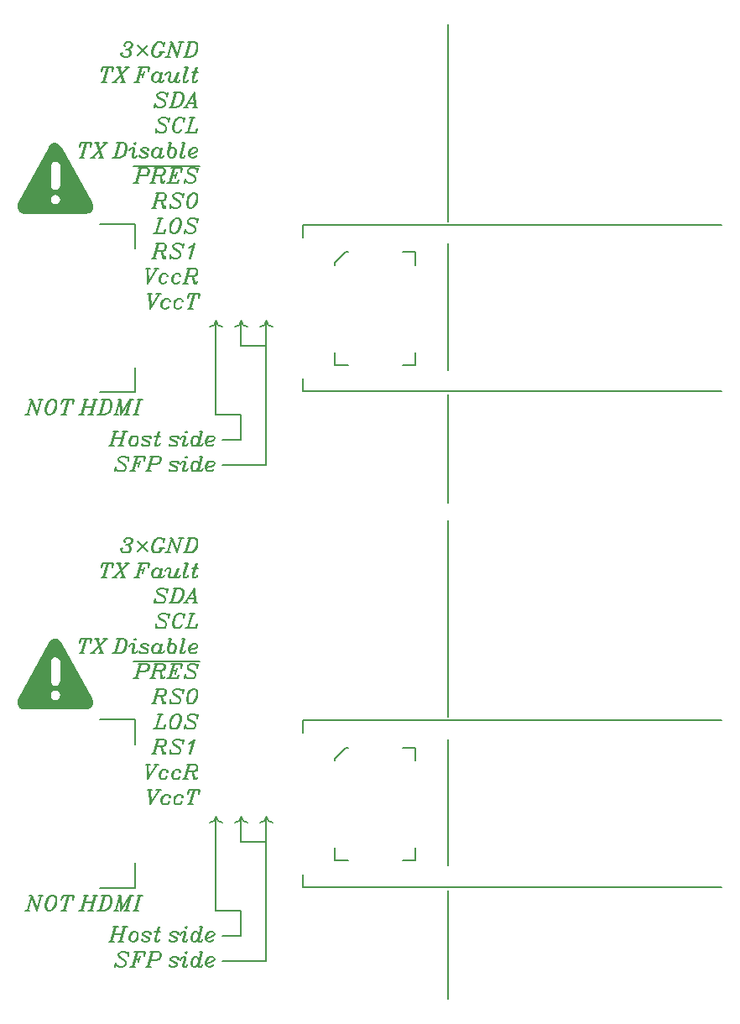
<source format=gto>
%FSLAX46Y46*%
%MOMM*%
%ADD10C,0.150000*%
G01*
%LPD*%
G36*
X4367623Y87344675D02*
X4554979Y87365262D01*
X4600000Y87355866D01*
X4600000Y85471577D01*
X4584981Y85474537D01*
X4584981Y85474518D01*
X4509957Y85459517D01*
X4355600Y85398292D01*
X4230911Y85287717D01*
X4148211Y85142997D01*
X4119819Y84979354D01*
X4119819Y83088609D01*
X4157645Y82906562D01*
X4263411Y82753388D01*
X4417435Y82647789D01*
X4600000Y82608446D01*
X4600000Y82128246D01*
X4413088Y82090512D01*
X4260470Y81987594D01*
X4157552Y81834976D01*
X4119819Y81648064D01*
X4157552Y81461151D01*
X4260470Y81308533D01*
X4413088Y81205615D01*
X4600000Y81167882D01*
X4600000Y80207500D01*
X1388756Y80207500D01*
X1211554Y80236891D01*
X1058880Y80318296D01*
X934414Y80441634D01*
X841837Y80596750D01*
X784792Y80773563D01*
X766942Y80961936D01*
X791987Y81151771D01*
X863552Y81332949D01*
X3864726Y86900082D01*
X4017974Y87113611D01*
X4187129Y87261291D01*
X4367623Y87344675D01*
D02*
G37*
G36*
X4600000Y85471596D02*
X4600000Y87355884D01*
X4744702Y87325716D01*
X4930448Y87228866D01*
X5104764Y87076413D01*
X5260250Y86870061D01*
X8291408Y81332949D01*
X8379953Y81121306D01*
X8404887Y80917173D01*
X8374959Y80726932D01*
X8298806Y80556963D01*
X8185161Y80413648D01*
X8042716Y80303388D01*
X7880164Y80232544D01*
X7706181Y80207500D01*
X4600000Y80207500D01*
X4600000Y81167882D01*
X4786893Y81205615D01*
X4939530Y81308533D01*
X5042448Y81461151D01*
X5080181Y81648064D01*
X5042448Y81834976D01*
X4939530Y81987594D01*
X4786893Y82090512D01*
X4600000Y82128246D01*
X4600000Y82608446D01*
X4782528Y82647789D01*
X4936497Y82753407D01*
X5042244Y82906562D01*
X5080181Y83088628D01*
X5080181Y84979354D01*
X5043058Y85168190D01*
X4933722Y85328078D01*
X4773816Y85437413D01*
X4600000Y85471596D01*
D02*
G37*
G36*
X4367623Y37344675D02*
X4554979Y37365262D01*
X4600000Y37355866D01*
X4600000Y35471577D01*
X4584981Y35474537D01*
X4584981Y35474518D01*
X4509957Y35459517D01*
X4355600Y35398292D01*
X4230911Y35287717D01*
X4148211Y35142997D01*
X4119819Y34979354D01*
X4119819Y33088609D01*
X4157645Y32906562D01*
X4263411Y32753388D01*
X4417435Y32647789D01*
X4600000Y32608446D01*
X4600000Y32128246D01*
X4413088Y32090512D01*
X4260470Y31987594D01*
X4157552Y31834976D01*
X4119819Y31648064D01*
X4157552Y31461151D01*
X4260470Y31308533D01*
X4413088Y31205615D01*
X4600000Y31167882D01*
X4600000Y30207500D01*
X1388756Y30207500D01*
X1211554Y30236891D01*
X1058880Y30318296D01*
X934414Y30441634D01*
X841837Y30596750D01*
X784792Y30773563D01*
X766942Y30961936D01*
X791987Y31151771D01*
X863552Y31332949D01*
X3864726Y36900082D01*
X4017974Y37113611D01*
X4187129Y37261291D01*
X4367623Y37344675D01*
D02*
G37*
G36*
X4600000Y35471596D02*
X4600000Y37355884D01*
X4744702Y37325716D01*
X4930448Y37228866D01*
X5104764Y37076413D01*
X5260250Y36870061D01*
X8291408Y31332949D01*
X8379953Y31121306D01*
X8404887Y30917173D01*
X8374959Y30726932D01*
X8298806Y30556963D01*
X8185161Y30413648D01*
X8042716Y30303388D01*
X7880164Y30232544D01*
X7706181Y30207500D01*
X4600000Y30207500D01*
X4600000Y31167882D01*
X4786893Y31205615D01*
X4939530Y31308533D01*
X5042448Y31461151D01*
X5080181Y31648064D01*
X5042448Y31834976D01*
X4939530Y31987594D01*
X4786893Y32090512D01*
X4600000Y32128246D01*
X4600000Y32608446D01*
X4782528Y32647789D01*
X4936497Y32753407D01*
X5042244Y32906562D01*
X5080181Y33088628D01*
X5080181Y34979354D01*
X5043058Y35168190D01*
X4933722Y35328078D01*
X4773816Y35437413D01*
X4600000Y35471596D01*
D02*
G37*
G01*
%LPD*%
D10*
X12706428Y83328208D02*
X13135000Y84828208D01*
D10*
X12777857Y83328208D02*
X13206428Y84828208D01*
D10*
X13777857Y84828208D02*
X12920714Y84828208D01*
D10*
X13992143Y84756784D02*
X13777857Y84828208D01*
D10*
X14063572Y84613928D02*
X13992143Y84756784D01*
D10*
X14063572Y84471064D02*
X14063572Y84613928D01*
D10*
X13992143Y84256784D02*
X14063572Y84471064D01*
D10*
X13849286Y84113928D02*
X13992143Y84256784D01*
D10*
X13563572Y84042496D02*
X13849286Y84113928D01*
D10*
X12992143Y84042496D02*
X13563572Y84042496D01*
D10*
X13920714Y84756784D02*
X13777857Y84828208D01*
D10*
X13992143Y84613928D02*
X13920714Y84756784D01*
D10*
X13992143Y84471064D02*
X13992143Y84613928D01*
D10*
X13920714Y84256784D02*
X13992143Y84471064D01*
D10*
X13777857Y84113928D02*
X13920714Y84256784D01*
D10*
X13563572Y84042496D02*
X13777857Y84113928D01*
D10*
X12992143Y83328208D02*
X12492143Y83328208D01*
D10*
X14349286Y83328208D02*
X14777857Y84828208D01*
D10*
X14420714Y83328208D02*
X14849286Y84828208D01*
D10*
X15349286Y84828208D02*
X14563572Y84828208D01*
D10*
X15563572Y84756784D02*
X15349286Y84828208D01*
D10*
X15635000Y84613928D02*
X15563572Y84756784D01*
D10*
X15635000Y84471064D02*
X15635000Y84613928D01*
D10*
X15563572Y84256784D02*
X15635000Y84471064D01*
D10*
X15492143Y84185352D02*
X15563572Y84256784D01*
D10*
X15277857Y84113928D02*
X15492143Y84185352D01*
D10*
X14635000Y84113928D02*
X15277857Y84113928D01*
D10*
X15492143Y84756784D02*
X15349286Y84828208D01*
D10*
X15563572Y84613928D02*
X15492143Y84756784D01*
D10*
X15563572Y84471064D02*
X15563572Y84613928D01*
D10*
X15492143Y84256784D02*
X15563572Y84471064D01*
D10*
X15420714Y84185352D02*
X15492143Y84256784D01*
D10*
X15277857Y84113928D02*
X15420714Y84185352D01*
D10*
X15135000Y84042496D02*
X14992143Y84113928D01*
D10*
X15206429Y83971064D02*
X15135000Y84042496D01*
D10*
X15277857Y83399640D02*
X15206429Y83971064D01*
D10*
X15349286Y83328208D02*
X15277857Y83399640D01*
D10*
X15492143Y83328208D02*
X15349286Y83328208D01*
D10*
X15563572Y83471064D02*
X15492143Y83328208D01*
D10*
X15563572Y83542496D02*
X15563572Y83471064D01*
D10*
X15349286Y83471064D02*
X15206429Y83971064D01*
D10*
X15420714Y83399640D02*
X15349286Y83471064D01*
D10*
X15492143Y83399640D02*
X15420714Y83399640D01*
D10*
X15563572Y83471064D02*
X15492143Y83399640D01*
D10*
X14635000Y83328208D02*
X14135000Y83328208D01*
D10*
X16063572Y83328208D02*
X16492143Y84828208D01*
D10*
X16135000Y83328208D02*
X16563572Y84828208D01*
D10*
X16706428Y83828208D02*
X16849286Y84399640D01*
D10*
X17349286Y84828208D02*
X16277857Y84828208D01*
D10*
X17277858Y84399640D02*
X17349286Y84828208D01*
D10*
X17277858Y84828208D02*
X17277858Y84399640D01*
D10*
X16777858Y84113928D02*
X16349286Y84113928D01*
D10*
X16920714Y83328208D02*
X15849286Y83328208D01*
D10*
X17063572Y83685352D02*
X16920714Y83328208D01*
D10*
X16849286Y83328208D02*
X17063572Y83685352D01*
D10*
X18920714Y84685352D02*
X18849286Y84685352D01*
D10*
X18992142Y84828208D02*
X18920714Y84685352D01*
D10*
X18920714Y84399640D02*
X18992142Y84828208D01*
D10*
X18920714Y84542496D02*
X18920714Y84399640D01*
D10*
X18849286Y84685352D02*
X18920714Y84542496D01*
D10*
X18777858Y84756784D02*
X18849286Y84685352D01*
D10*
X18563572Y84828208D02*
X18777858Y84756784D01*
D10*
X18277858Y84828208D02*
X18563572Y84828208D01*
D10*
X18063572Y84756784D02*
X18277858Y84828208D01*
D10*
X17920714Y84613928D02*
X18063572Y84756784D01*
D10*
X17920714Y84471064D02*
X17920714Y84613928D01*
D10*
X17992142Y84328208D02*
X17920714Y84471064D01*
D10*
X18063572Y84256784D02*
X17992142Y84328208D01*
D10*
X18563572Y83971064D02*
X18063572Y84256784D01*
D10*
X18706428Y83828208D02*
X18563572Y83971064D01*
D10*
X18063572Y84328208D02*
X17920714Y84471064D01*
D10*
X18563572Y84042496D02*
X18063572Y84328208D01*
D10*
X18635000Y83971064D02*
X18563572Y84042496D01*
D10*
X18706428Y83828208D02*
X18635000Y83971064D01*
D10*
X18706428Y83613928D02*
X18706428Y83828208D01*
D10*
X18635000Y83471064D02*
X18706428Y83613928D01*
D10*
X18563572Y83399640D02*
X18635000Y83471064D01*
D10*
X18349286Y83328208D02*
X18563572Y83399640D01*
D10*
X18063572Y83328208D02*
X18349286Y83328208D01*
D10*
X17849286Y83399640D02*
X18063572Y83328208D01*
D10*
X17777858Y83471064D02*
X17849286Y83399640D01*
D10*
X17706428Y83613928D02*
X17777858Y83471064D01*
D10*
X17706428Y83756784D02*
X17706428Y83613928D01*
D10*
X17635000Y83328208D02*
X17706428Y83756784D01*
D10*
X17706428Y83471064D02*
X17635000Y83328208D01*
D10*
X17777858Y83471064D02*
X17706428Y83471064D01*
D10*
X12492143Y85042496D02*
X19135000Y85042496D01*
D10*
X11911389Y55602352D02*
X11839960Y55602352D01*
D10*
X11982817Y55745212D02*
X11911389Y55602352D01*
D10*
X11911389Y55316640D02*
X11982817Y55745212D01*
D10*
X11911389Y55459496D02*
X11911389Y55316640D01*
D10*
X11839960Y55602352D02*
X11911389Y55459496D01*
D10*
X11768532Y55673780D02*
X11839960Y55602352D01*
D10*
X11554246Y55745212D02*
X11768532Y55673780D01*
D10*
X11268532Y55745212D02*
X11554246Y55745212D01*
D10*
X11054246Y55673780D02*
X11268532Y55745212D01*
D10*
X10911389Y55530924D02*
X11054246Y55673780D01*
D10*
X10911389Y55388068D02*
X10911389Y55530924D01*
D10*
X10982817Y55245212D02*
X10911389Y55388068D01*
D10*
X11054246Y55173780D02*
X10982817Y55245212D01*
D10*
X11554246Y54888068D02*
X11054246Y55173780D01*
D10*
X11697103Y54745212D02*
X11554246Y54888068D01*
D10*
X11054246Y55245212D02*
X10911389Y55388068D01*
D10*
X11554246Y54959496D02*
X11054246Y55245212D01*
D10*
X11625674Y54888068D02*
X11554246Y54959496D01*
D10*
X11697103Y54745212D02*
X11625674Y54888068D01*
D10*
X11697103Y54530924D02*
X11697103Y54745212D01*
D10*
X11625674Y54388068D02*
X11697103Y54530924D01*
D10*
X11554246Y54316640D02*
X11625674Y54388068D01*
D10*
X11339960Y54245212D02*
X11554246Y54316640D01*
D10*
X11054246Y54245212D02*
X11339960Y54245212D01*
D10*
X10839960Y54316640D02*
X11054246Y54245212D01*
D10*
X10768532Y54388068D02*
X10839960Y54316640D01*
D10*
X10697103Y54530924D02*
X10768532Y54388068D01*
D10*
X10697103Y54673780D02*
X10697103Y54530924D01*
D10*
X10625674Y54245212D02*
X10697103Y54673780D01*
D10*
X10697103Y54388068D02*
X10625674Y54245212D01*
D10*
X10768532Y54388068D02*
X10697103Y54388068D01*
D10*
X12339960Y54245212D02*
X12768532Y55745212D01*
D10*
X12411389Y54245212D02*
X12839960Y55745212D01*
D10*
X12982818Y54745212D02*
X13125674Y55316640D01*
D10*
X13625674Y55745212D02*
X12554246Y55745212D01*
D10*
X13554246Y55316640D02*
X13625674Y55745212D01*
D10*
X13554246Y55745212D02*
X13554246Y55316640D01*
D10*
X13054246Y55030924D02*
X12625674Y55030924D01*
D10*
X12625674Y54245212D02*
X12125674Y54245212D01*
D10*
X13911388Y54245212D02*
X14339960Y55745212D01*
D10*
X13982817Y54245212D02*
X14411388Y55745212D01*
D10*
X14982817Y55745212D02*
X14125674Y55745212D01*
D10*
X15197103Y55673780D02*
X14982817Y55745212D01*
D10*
X15268532Y55530924D02*
X15197103Y55673780D01*
D10*
X15268532Y55388068D02*
X15268532Y55530924D01*
D10*
X15197103Y55173780D02*
X15268532Y55388068D01*
D10*
X15054246Y55030924D02*
X15197103Y55173780D01*
D10*
X14768532Y54959496D02*
X15054246Y55030924D01*
D10*
X14197103Y54959496D02*
X14768532Y54959496D01*
D10*
X15125674Y55673780D02*
X14982817Y55745212D01*
D10*
X15197103Y55530924D02*
X15125674Y55673780D01*
D10*
X15197103Y55388068D02*
X15197103Y55530924D01*
D10*
X15125674Y55173780D02*
X15197103Y55388068D01*
D10*
X14982817Y55030924D02*
X15125674Y55173780D01*
D10*
X14768532Y54959496D02*
X14982817Y55030924D01*
D10*
X14197103Y54245212D02*
X13697103Y54245212D01*
D10*
X16911388Y55030924D02*
X16911388Y55102352D01*
D10*
X16982818Y55030924D02*
X16911388Y55030924D01*
D10*
X16982818Y55102352D02*
X16982818Y55030924D01*
D10*
X16911388Y55173780D02*
X16982818Y55102352D01*
D10*
X16697103Y55245212D02*
X16911388Y55173780D01*
D10*
X16482817Y55245212D02*
X16697103Y55245212D01*
D10*
X16268532Y55173780D02*
X16482817Y55245212D01*
D10*
X16197103Y55102352D02*
X16268532Y55173780D01*
D10*
X16197103Y54959496D02*
X16197103Y55102352D01*
D10*
X16268532Y54888068D02*
X16197103Y54959496D01*
D10*
X16768532Y54602352D02*
X16268532Y54888068D01*
D10*
X16839960Y54530924D02*
X16768532Y54602352D01*
D10*
X16268532Y54959496D02*
X16197103Y55030924D01*
D10*
X16768532Y54673780D02*
X16268532Y54959496D01*
D10*
X16839960Y54602352D02*
X16768532Y54673780D01*
D10*
X16839960Y54388068D02*
X16839960Y54602352D01*
D10*
X16768532Y54316640D02*
X16839960Y54388068D01*
D10*
X16554246Y54245212D02*
X16768532Y54316640D01*
D10*
X16339960Y54245212D02*
X16554246Y54245212D01*
D10*
X16125674Y54316640D02*
X16339960Y54245212D01*
D10*
X16054246Y54388068D02*
X16125674Y54316640D01*
D10*
X16054246Y54459496D02*
X16054246Y54388068D01*
D10*
X16125674Y54459496D02*
X16054246Y54459496D01*
D10*
X16125674Y54388068D02*
X16125674Y54459496D01*
D10*
X17697104Y55673780D02*
X17768532Y55745212D01*
D10*
X17768532Y55602352D02*
X17697104Y55673780D01*
D10*
X17839960Y55673780D02*
X17768532Y55602352D01*
D10*
X17768532Y55745212D02*
X17839960Y55673780D01*
D10*
X17268532Y55102352D02*
X17197104Y54959496D01*
D10*
X17411388Y55245212D02*
X17268532Y55102352D01*
D10*
X17625674Y55245212D02*
X17411388Y55245212D01*
D10*
X17697104Y55173780D02*
X17625674Y55245212D01*
D10*
X17697104Y54959496D02*
X17697104Y55173780D01*
D10*
X17554246Y54530924D02*
X17697104Y54959496D01*
D10*
X17554246Y54316640D02*
X17554246Y54530924D01*
D10*
X17625674Y54245212D02*
X17554246Y54316640D01*
D10*
X17625674Y55173780D02*
X17554246Y55245212D01*
D10*
X17625674Y54959496D02*
X17625674Y55173780D01*
D10*
X17482818Y54530924D02*
X17625674Y54959496D01*
D10*
X17482818Y54316640D02*
X17482818Y54530924D01*
D10*
X17554246Y54245212D02*
X17482818Y54316640D01*
D10*
X17768532Y54245212D02*
X17554246Y54245212D01*
D10*
X17911388Y54388068D02*
X17768532Y54245212D01*
D10*
X17982818Y54530924D02*
X17911388Y54388068D01*
D10*
X19054246Y54745212D02*
X19339960Y55745212D01*
D10*
X18982818Y54459496D02*
X19054246Y54745212D01*
D10*
X18982818Y54316640D02*
X18982818Y54459496D01*
D10*
X19054246Y54245212D02*
X18982818Y54316640D01*
D10*
X19268532Y54245212D02*
X19054246Y54245212D01*
D10*
X19411388Y54388068D02*
X19268532Y54245212D01*
D10*
X19482818Y54530924D02*
X19411388Y54388068D01*
D10*
X19125674Y54745212D02*
X19411388Y55745212D01*
D10*
X19054246Y54459496D02*
X19125674Y54745212D01*
D10*
X19054246Y54316640D02*
X19054246Y54459496D01*
D10*
X19125674Y54245212D02*
X19054246Y54316640D01*
D10*
X19054246Y54959496D02*
X19054246Y54745212D01*
D10*
X18982818Y55173780D02*
X19054246Y54959496D01*
D10*
X18839960Y55245212D02*
X18982818Y55173780D01*
D10*
X18697104Y55245212D02*
X18839960Y55245212D01*
D10*
X18482818Y55173780D02*
X18697104Y55245212D01*
D10*
X18339960Y54959496D02*
X18482818Y55173780D01*
D10*
X18268532Y54745212D02*
X18339960Y54959496D01*
D10*
X18268532Y54530924D02*
X18268532Y54745212D01*
D10*
X18339960Y54388068D02*
X18268532Y54530924D01*
D10*
X18411388Y54316640D02*
X18339960Y54388068D01*
D10*
X18554246Y54245212D02*
X18411388Y54316640D01*
D10*
X18697104Y54245212D02*
X18554246Y54245212D01*
D10*
X18839960Y54316640D02*
X18697104Y54245212D01*
D10*
X18982818Y54530924D02*
X18839960Y54316640D01*
D10*
X19054246Y54745212D02*
X18982818Y54530924D01*
D10*
X18554246Y55173780D02*
X18697104Y55245212D01*
D10*
X18411388Y54959496D02*
X18554246Y55173780D01*
D10*
X18339960Y54745212D02*
X18411388Y54959496D01*
D10*
X18339960Y54459496D02*
X18339960Y54745212D01*
D10*
X18411388Y54316640D02*
X18339960Y54459496D01*
D10*
X19411388Y55745212D02*
X19125674Y55745212D01*
D10*
X20125674Y54673780D02*
X19839960Y54602352D01*
D10*
X20339960Y54745212D02*
X20125674Y54673780D01*
D10*
X20554246Y54888068D02*
X20339960Y54745212D01*
D10*
X20625674Y55030924D02*
X20554246Y54888068D01*
D10*
X20554246Y55173780D02*
X20625674Y55030924D01*
D10*
X20411388Y55245212D02*
X20554246Y55173780D01*
D10*
X20197102Y55245212D02*
X20411388Y55245212D01*
D10*
X19982818Y55173780D02*
X20197102Y55245212D01*
D10*
X19839960Y54959496D02*
X19982818Y55173780D01*
D10*
X19768532Y54745212D02*
X19839960Y54959496D01*
D10*
X19768532Y54530924D02*
X19768532Y54745212D01*
D10*
X19839960Y54388068D02*
X19768532Y54530924D01*
D10*
X19911388Y54316640D02*
X19839960Y54388068D01*
D10*
X20054246Y54245212D02*
X19911388Y54316640D01*
D10*
X20197102Y54245212D02*
X20054246Y54245212D01*
D10*
X20411388Y54316640D02*
X20197102Y54245212D01*
D10*
X20554246Y54459496D02*
X20411388Y54316640D01*
D10*
X20054246Y55173780D02*
X20197102Y55245212D01*
D10*
X19911388Y54959496D02*
X20054246Y55173780D01*
D10*
X19839960Y54745212D02*
X19911388Y54959496D01*
D10*
X19839960Y54459496D02*
X19839960Y54745212D01*
D10*
X19911388Y54316640D02*
X19839960Y54459496D01*
D10*
X10197103Y56785212D02*
X10625674Y58285212D01*
D10*
X10268532Y56785212D02*
X10697103Y58285212D01*
D10*
X11125674Y56785212D02*
X11554246Y58285212D01*
D10*
X11197103Y56785212D02*
X11625674Y58285212D01*
D10*
X10911389Y58285212D02*
X10411389Y58285212D01*
D10*
X11839960Y58285212D02*
X11339960Y58285212D01*
D10*
X11339960Y57570924D02*
X10482817Y57570924D01*
D10*
X10482817Y56785212D02*
X9982817Y56785212D01*
D10*
X11411389Y56785212D02*
X10911389Y56785212D01*
D10*
X12268532Y57713780D02*
X12482818Y57785212D01*
D10*
X12125674Y57499496D02*
X12268532Y57713780D01*
D10*
X12054246Y57285212D02*
X12125674Y57499496D01*
D10*
X12054246Y57070924D02*
X12054246Y57285212D01*
D10*
X12125674Y56928068D02*
X12054246Y57070924D01*
D10*
X12197103Y56856640D02*
X12125674Y56928068D01*
D10*
X12339960Y56785212D02*
X12197103Y56856640D01*
D10*
X12482818Y56785212D02*
X12339960Y56785212D01*
D10*
X12697103Y56856640D02*
X12482818Y56785212D01*
D10*
X12839960Y57070924D02*
X12697103Y56856640D01*
D10*
X12911388Y57285212D02*
X12839960Y57070924D01*
D10*
X12911388Y57499496D02*
X12911388Y57285212D01*
D10*
X12839960Y57642352D02*
X12911388Y57499496D01*
D10*
X12768532Y57713780D02*
X12839960Y57642352D01*
D10*
X12625674Y57785212D02*
X12768532Y57713780D01*
D10*
X12482818Y57785212D02*
X12625674Y57785212D01*
D10*
X12339960Y57713780D02*
X12482818Y57785212D01*
D10*
X12197103Y57499496D02*
X12339960Y57713780D01*
D10*
X12125674Y57285212D02*
X12197103Y57499496D01*
D10*
X12125674Y56999496D02*
X12125674Y57285212D01*
D10*
X12197103Y56856640D02*
X12125674Y56999496D01*
D10*
X12625674Y56856640D02*
X12482818Y56785212D01*
D10*
X12768532Y57070924D02*
X12625674Y56856640D01*
D10*
X12839960Y57285212D02*
X12768532Y57070924D01*
D10*
X12839960Y57570924D02*
X12839960Y57285212D01*
D10*
X12768532Y57713780D02*
X12839960Y57570924D01*
D10*
X14125674Y57570924D02*
X14125674Y57642352D01*
D10*
X14197103Y57570924D02*
X14125674Y57570924D01*
D10*
X14197103Y57642352D02*
X14197103Y57570924D01*
D10*
X14125674Y57713780D02*
X14197103Y57642352D01*
D10*
X13911388Y57785212D02*
X14125674Y57713780D01*
D10*
X13697103Y57785212D02*
X13911388Y57785212D01*
D10*
X13482818Y57713780D02*
X13697103Y57785212D01*
D10*
X13411388Y57642352D02*
X13482818Y57713780D01*
D10*
X13411388Y57499496D02*
X13411388Y57642352D01*
D10*
X13482818Y57428068D02*
X13411388Y57499496D01*
D10*
X13982817Y57142352D02*
X13482818Y57428068D01*
D10*
X14054246Y57070924D02*
X13982817Y57142352D01*
D10*
X13482818Y57499496D02*
X13411388Y57570924D01*
D10*
X13982817Y57213780D02*
X13482818Y57499496D01*
D10*
X14054246Y57142352D02*
X13982817Y57213780D01*
D10*
X14054246Y56928068D02*
X14054246Y57142352D01*
D10*
X13982817Y56856640D02*
X14054246Y56928068D01*
D10*
X13768532Y56785212D02*
X13982817Y56856640D01*
D10*
X13554246Y56785212D02*
X13768532Y56785212D01*
D10*
X13339960Y56856640D02*
X13554246Y56785212D01*
D10*
X13268532Y56928068D02*
X13339960Y56856640D01*
D10*
X13268532Y56999496D02*
X13268532Y56928068D01*
D10*
X13339960Y56999496D02*
X13268532Y56999496D01*
D10*
X13339960Y56928068D02*
X13339960Y56999496D01*
D10*
X14697103Y57285212D02*
X14982817Y58285212D01*
D10*
X14625674Y56999496D02*
X14697103Y57285212D01*
D10*
X14625674Y56856640D02*
X14625674Y56999496D01*
D10*
X14697103Y56785212D02*
X14625674Y56856640D01*
D10*
X14911388Y56785212D02*
X14697103Y56785212D01*
D10*
X15054246Y56928068D02*
X14911388Y56785212D01*
D10*
X15125674Y57070924D02*
X15054246Y56928068D01*
D10*
X14768532Y57285212D02*
X15054246Y58285212D01*
D10*
X14697103Y56999496D02*
X14768532Y57285212D01*
D10*
X14697103Y56856640D02*
X14697103Y56999496D01*
D10*
X14768532Y56785212D02*
X14697103Y56856640D01*
D10*
X15197103Y57785212D02*
X14554246Y57785212D01*
D10*
X16911388Y57570924D02*
X16911388Y57642352D01*
D10*
X16982818Y57570924D02*
X16911388Y57570924D01*
D10*
X16982818Y57642352D02*
X16982818Y57570924D01*
D10*
X16911388Y57713780D02*
X16982818Y57642352D01*
D10*
X16697103Y57785212D02*
X16911388Y57713780D01*
D10*
X16482817Y57785212D02*
X16697103Y57785212D01*
D10*
X16268532Y57713780D02*
X16482817Y57785212D01*
D10*
X16197103Y57642352D02*
X16268532Y57713780D01*
D10*
X16197103Y57499496D02*
X16197103Y57642352D01*
D10*
X16268532Y57428068D02*
X16197103Y57499496D01*
D10*
X16768532Y57142352D02*
X16268532Y57428068D01*
D10*
X16839960Y57070924D02*
X16768532Y57142352D01*
D10*
X16268532Y57499496D02*
X16197103Y57570924D01*
D10*
X16768532Y57213780D02*
X16268532Y57499496D01*
D10*
X16839960Y57142352D02*
X16768532Y57213780D01*
D10*
X16839960Y56928068D02*
X16839960Y57142352D01*
D10*
X16768532Y56856640D02*
X16839960Y56928068D01*
D10*
X16554246Y56785212D02*
X16768532Y56856640D01*
D10*
X16339960Y56785212D02*
X16554246Y56785212D01*
D10*
X16125674Y56856640D02*
X16339960Y56785212D01*
D10*
X16054246Y56928068D02*
X16125674Y56856640D01*
D10*
X16054246Y56999496D02*
X16054246Y56928068D01*
D10*
X16125674Y56999496D02*
X16054246Y56999496D01*
D10*
X16125674Y56928068D02*
X16125674Y56999496D01*
D10*
X17697104Y58213780D02*
X17768532Y58285212D01*
D10*
X17768532Y58142352D02*
X17697104Y58213780D01*
D10*
X17839960Y58213780D02*
X17768532Y58142352D01*
D10*
X17768532Y58285212D02*
X17839960Y58213780D01*
D10*
X17268532Y57642352D02*
X17197104Y57499496D01*
D10*
X17411388Y57785212D02*
X17268532Y57642352D01*
D10*
X17625674Y57785212D02*
X17411388Y57785212D01*
D10*
X17697104Y57713780D02*
X17625674Y57785212D01*
D10*
X17697104Y57499496D02*
X17697104Y57713780D01*
D10*
X17554246Y57070924D02*
X17697104Y57499496D01*
D10*
X17554246Y56856640D02*
X17554246Y57070924D01*
D10*
X17625674Y56785212D02*
X17554246Y56856640D01*
D10*
X17625674Y57713780D02*
X17554246Y57785212D01*
D10*
X17625674Y57499496D02*
X17625674Y57713780D01*
D10*
X17482818Y57070924D02*
X17625674Y57499496D01*
D10*
X17482818Y56856640D02*
X17482818Y57070924D01*
D10*
X17554246Y56785212D02*
X17482818Y56856640D01*
D10*
X17768532Y56785212D02*
X17554246Y56785212D01*
D10*
X17911388Y56928068D02*
X17768532Y56785212D01*
D10*
X17982818Y57070924D02*
X17911388Y56928068D01*
D10*
X19054246Y57285212D02*
X19339960Y58285212D01*
D10*
X18982818Y56999496D02*
X19054246Y57285212D01*
D10*
X18982818Y56856640D02*
X18982818Y56999496D01*
D10*
X19054246Y56785212D02*
X18982818Y56856640D01*
D10*
X19268532Y56785212D02*
X19054246Y56785212D01*
D10*
X19411388Y56928068D02*
X19268532Y56785212D01*
D10*
X19482818Y57070924D02*
X19411388Y56928068D01*
D10*
X19125674Y57285212D02*
X19411388Y58285212D01*
D10*
X19054246Y56999496D02*
X19125674Y57285212D01*
D10*
X19054246Y56856640D02*
X19054246Y56999496D01*
D10*
X19125674Y56785212D02*
X19054246Y56856640D01*
D10*
X19054246Y57499496D02*
X19054246Y57285212D01*
D10*
X18982818Y57713780D02*
X19054246Y57499496D01*
D10*
X18839960Y57785212D02*
X18982818Y57713780D01*
D10*
X18697104Y57785212D02*
X18839960Y57785212D01*
D10*
X18482818Y57713780D02*
X18697104Y57785212D01*
D10*
X18339960Y57499496D02*
X18482818Y57713780D01*
D10*
X18268532Y57285212D02*
X18339960Y57499496D01*
D10*
X18268532Y57070924D02*
X18268532Y57285212D01*
D10*
X18339960Y56928068D02*
X18268532Y57070924D01*
D10*
X18411388Y56856640D02*
X18339960Y56928068D01*
D10*
X18554246Y56785212D02*
X18411388Y56856640D01*
D10*
X18697104Y56785212D02*
X18554246Y56785212D01*
D10*
X18839960Y56856640D02*
X18697104Y56785212D01*
D10*
X18982818Y57070924D02*
X18839960Y56856640D01*
D10*
X19054246Y57285212D02*
X18982818Y57070924D01*
D10*
X18554246Y57713780D02*
X18697104Y57785212D01*
D10*
X18411388Y57499496D02*
X18554246Y57713780D01*
D10*
X18339960Y57285212D02*
X18411388Y57499496D01*
D10*
X18339960Y56999496D02*
X18339960Y57285212D01*
D10*
X18411388Y56856640D02*
X18339960Y56999496D01*
D10*
X19411388Y58285212D02*
X19125674Y58285212D01*
D10*
X20125674Y57213780D02*
X19839960Y57142352D01*
D10*
X20339960Y57285212D02*
X20125674Y57213780D01*
D10*
X20554246Y57428068D02*
X20339960Y57285212D01*
D10*
X20625674Y57570924D02*
X20554246Y57428068D01*
D10*
X20554246Y57713780D02*
X20625674Y57570924D01*
D10*
X20411388Y57785212D02*
X20554246Y57713780D01*
D10*
X20197102Y57785212D02*
X20411388Y57785212D01*
D10*
X19982818Y57713780D02*
X20197102Y57785212D01*
D10*
X19839960Y57499496D02*
X19982818Y57713780D01*
D10*
X19768532Y57285212D02*
X19839960Y57499496D01*
D10*
X19768532Y57070924D02*
X19768532Y57285212D01*
D10*
X19839960Y56928068D02*
X19768532Y57070924D01*
D10*
X19911388Y56856640D02*
X19839960Y56928068D01*
D10*
X20054246Y56785212D02*
X19911388Y56856640D01*
D10*
X20197102Y56785212D02*
X20054246Y56785212D01*
D10*
X20411388Y56856640D02*
X20197102Y56785212D01*
D10*
X20554246Y56999496D02*
X20411388Y56856640D01*
D10*
X20054246Y57713780D02*
X20197102Y57785212D01*
D10*
X19911388Y57499496D02*
X20054246Y57713780D01*
D10*
X19839960Y57285212D02*
X19911388Y57499496D01*
D10*
X19839960Y56999496D02*
X19839960Y57285212D01*
D10*
X19911388Y56856640D02*
X19839960Y56999496D01*
D10*
X11635000Y97171064D02*
X11563572Y97242496D01*
D10*
X11563572Y97099640D02*
X11635000Y97171064D01*
D10*
X11492143Y97171064D02*
X11563572Y97099640D01*
D10*
X11492143Y97242496D02*
X11492143Y97171064D01*
D10*
X11563572Y97385352D02*
X11492143Y97242496D01*
D10*
X11635000Y97456784D02*
X11563572Y97385352D01*
D10*
X11849286Y97528208D02*
X11635000Y97456784D01*
D10*
X12063572Y97528208D02*
X11849286Y97528208D01*
D10*
X12277857Y97456784D02*
X12063572Y97528208D01*
D10*
X12349286Y97313928D02*
X12277857Y97456784D01*
D10*
X12349286Y97171064D02*
X12349286Y97313928D01*
D10*
X12277857Y97028208D02*
X12349286Y97171064D01*
D10*
X12063572Y96885352D02*
X12277857Y97028208D01*
D10*
X11849286Y96813928D02*
X12063572Y96885352D01*
D10*
X12206428Y97456784D02*
X12063572Y97528208D01*
D10*
X12277857Y97313928D02*
X12206428Y97456784D01*
D10*
X12277857Y97171064D02*
X12277857Y97313928D01*
D10*
X12206428Y97028208D02*
X12277857Y97171064D01*
D10*
X12063572Y96885352D02*
X12206428Y97028208D01*
D10*
X11849286Y96813928D02*
X11706428Y96813928D01*
D10*
X12063572Y96742496D02*
X11849286Y96813928D01*
D10*
X12135000Y96671064D02*
X12063572Y96742496D01*
D10*
X12206428Y96528208D02*
X12135000Y96671064D01*
D10*
X12206428Y96313928D02*
X12206428Y96528208D01*
D10*
X12135000Y96171064D02*
X12206428Y96313928D01*
D10*
X12063572Y96099640D02*
X12135000Y96171064D01*
D10*
X11849286Y96028208D02*
X12063572Y96099640D01*
D10*
X11563572Y96028208D02*
X11849286Y96028208D01*
D10*
X11349286Y96099640D02*
X11563572Y96028208D01*
D10*
X11277858Y96171064D02*
X11349286Y96099640D01*
D10*
X11206428Y96313928D02*
X11277858Y96171064D01*
D10*
X11206428Y96385352D02*
X11206428Y96313928D01*
D10*
X11277858Y96456784D02*
X11206428Y96385352D01*
D10*
X11349286Y96385352D02*
X11277858Y96456784D01*
D10*
X11277858Y96313928D02*
X11349286Y96385352D01*
D10*
X11992143Y96742496D02*
X11849286Y96813928D01*
D10*
X12063572Y96671064D02*
X11992143Y96742496D01*
D10*
X12135000Y96528208D02*
X12063572Y96671064D01*
D10*
X12135000Y96313928D02*
X12135000Y96528208D01*
D10*
X12063572Y96171064D02*
X12135000Y96313928D01*
D10*
X11992143Y96099640D02*
X12063572Y96171064D01*
D10*
X11849286Y96028208D02*
X11992143Y96099640D01*
D10*
X13849286Y96171064D02*
X12849286Y97171064D01*
D10*
X12849286Y96171064D02*
X13849286Y97171064D01*
D10*
X15492143Y97385352D02*
X15420714Y97385352D01*
D10*
X15563572Y97528208D02*
X15492143Y97385352D01*
D10*
X15492143Y97099640D02*
X15563572Y97528208D01*
D10*
X15492143Y97242496D02*
X15492143Y97099640D01*
D10*
X15420714Y97385352D02*
X15492143Y97242496D01*
D10*
X15349286Y97456784D02*
X15420714Y97385352D01*
D10*
X15206429Y97528208D02*
X15349286Y97456784D01*
D10*
X14992143Y97528208D02*
X15206429Y97528208D01*
D10*
X14777857Y97456784D02*
X14992143Y97528208D01*
D10*
X14635000Y97313928D02*
X14777857Y97456784D01*
D10*
X14492143Y97099640D02*
X14635000Y97313928D01*
D10*
X14420714Y96885352D02*
X14492143Y97099640D01*
D10*
X14349286Y96599640D02*
X14420714Y96885352D01*
D10*
X14349286Y96385352D02*
X14349286Y96599640D01*
D10*
X14420714Y96171064D02*
X14349286Y96385352D01*
D10*
X14492143Y96099640D02*
X14420714Y96171064D01*
D10*
X14706428Y96028208D02*
X14492143Y96099640D01*
D10*
X14849286Y96028208D02*
X14706428Y96028208D01*
D10*
X15063572Y96099640D02*
X14849286Y96028208D01*
D10*
X15206429Y96242496D02*
X15063572Y96099640D01*
D10*
X15349286Y96528208D02*
X15206429Y96242496D01*
D10*
X14849286Y97456784D02*
X14992143Y97528208D01*
D10*
X14706428Y97313928D02*
X14849286Y97456784D01*
D10*
X14563572Y97099640D02*
X14706428Y97313928D01*
D10*
X14492143Y96885352D02*
X14563572Y97099640D01*
D10*
X14420714Y96599640D02*
X14492143Y96885352D01*
D10*
X14420714Y96385352D02*
X14420714Y96599640D01*
D10*
X14492143Y96171064D02*
X14420714Y96385352D01*
D10*
X14563572Y96099640D02*
X14492143Y96171064D01*
D10*
X14706428Y96028208D02*
X14563572Y96099640D01*
D10*
X14992143Y96099640D02*
X14849286Y96028208D01*
D10*
X15135000Y96242496D02*
X14992143Y96099640D01*
D10*
X15277857Y96528208D02*
X15135000Y96242496D01*
D10*
X15563572Y96528208D02*
X15063572Y96528208D01*
D10*
X15920714Y96028208D02*
X16349286Y97528208D01*
D10*
X16849286Y96242496D02*
X16349286Y97528208D01*
D10*
X16849286Y96028208D02*
X16349286Y97313928D01*
D10*
X16849286Y96028208D02*
X17277858Y97528208D01*
D10*
X16349286Y97528208D02*
X16135000Y97528208D01*
D10*
X17492142Y97528208D02*
X17063572Y97528208D01*
D10*
X16135000Y96028208D02*
X15706428Y96028208D01*
D10*
X17706428Y96028208D02*
X18135000Y97528208D01*
D10*
X17777858Y96028208D02*
X18206428Y97528208D01*
D10*
X18563572Y97528208D02*
X17920714Y97528208D01*
D10*
X18777858Y97456784D02*
X18563572Y97528208D01*
D10*
X18849286Y97385352D02*
X18777858Y97456784D01*
D10*
X18920714Y97171064D02*
X18849286Y97385352D01*
D10*
X18920714Y96885352D02*
X18920714Y97171064D01*
D10*
X18849286Y96599640D02*
X18920714Y96885352D01*
D10*
X18706428Y96313928D02*
X18849286Y96599640D01*
D10*
X18563572Y96171064D02*
X18706428Y96313928D01*
D10*
X18420714Y96099640D02*
X18563572Y96171064D01*
D10*
X18135000Y96028208D02*
X18420714Y96099640D01*
D10*
X17492142Y96028208D02*
X18135000Y96028208D01*
D10*
X18706428Y97456784D02*
X18563572Y97528208D01*
D10*
X18777858Y97385352D02*
X18706428Y97456784D01*
D10*
X18849286Y97171064D02*
X18777858Y97385352D01*
D10*
X18849286Y96885352D02*
X18849286Y97171064D01*
D10*
X18777858Y96599640D02*
X18849286Y96885352D01*
D10*
X18635000Y96313928D02*
X18777858Y96599640D01*
D10*
X18492142Y96171064D02*
X18635000Y96313928D01*
D10*
X18349286Y96099640D02*
X18492142Y96171064D01*
D10*
X18135000Y96028208D02*
X18349286Y96099640D01*
D10*
X7206429Y85868208D02*
X7635000Y87368208D01*
D10*
X7277857Y85868208D02*
X7706429Y87368208D01*
D10*
X6992143Y86939640D02*
X7206429Y87368208D01*
D10*
X7135000Y87368208D02*
X6992143Y86939640D01*
D10*
X8206429Y87368208D02*
X7135000Y87368208D01*
D10*
X8135000Y86939640D02*
X8206429Y87368208D01*
D10*
X8135000Y87368208D02*
X8135000Y86939640D01*
D10*
X7492143Y85868208D02*
X6992143Y85868208D01*
D10*
X9206429Y85868208D02*
X8706429Y87368208D01*
D10*
X9277857Y85868208D02*
X8777857Y87368208D01*
D10*
X8277857Y85868208D02*
X9706429Y87368208D01*
D10*
X8992143Y87368208D02*
X8563572Y87368208D01*
D10*
X9849286Y87368208D02*
X9420714Y87368208D01*
D10*
X8563572Y85868208D02*
X8135000Y85868208D01*
D10*
X9420714Y85868208D02*
X8992143Y85868208D01*
D10*
X10563572Y85868208D02*
X10992143Y87368208D01*
D10*
X10635000Y85868208D02*
X11063572Y87368208D01*
D10*
X11420714Y87368208D02*
X10777858Y87368208D01*
D10*
X11635000Y87296784D02*
X11420714Y87368208D01*
D10*
X11706428Y87225352D02*
X11635000Y87296784D01*
D10*
X11777858Y87011064D02*
X11706428Y87225352D01*
D10*
X11777858Y86725352D02*
X11777858Y87011064D01*
D10*
X11706428Y86439640D02*
X11777858Y86725352D01*
D10*
X11563572Y86153928D02*
X11706428Y86439640D01*
D10*
X11420714Y86011064D02*
X11563572Y86153928D01*
D10*
X11277858Y85939640D02*
X11420714Y86011064D01*
D10*
X10992143Y85868208D02*
X11277858Y85939640D01*
D10*
X10349286Y85868208D02*
X10992143Y85868208D01*
D10*
X11563572Y87296784D02*
X11420714Y87368208D01*
D10*
X11635000Y87225352D02*
X11563572Y87296784D01*
D10*
X11706428Y87011064D02*
X11635000Y87225352D01*
D10*
X11706428Y86725352D02*
X11706428Y87011064D01*
D10*
X11635000Y86439640D02*
X11706428Y86725352D01*
D10*
X11492143Y86153928D02*
X11635000Y86439640D01*
D10*
X11349286Y86011064D02*
X11492143Y86153928D01*
D10*
X11206428Y85939640D02*
X11349286Y86011064D01*
D10*
X10992143Y85868208D02*
X11206428Y85939640D01*
D10*
X12563572Y87296784D02*
X12635000Y87368208D01*
D10*
X12635000Y87225352D02*
X12563572Y87296784D01*
D10*
X12706428Y87296784D02*
X12635000Y87225352D01*
D10*
X12635000Y87368208D02*
X12706428Y87296784D01*
D10*
X12135000Y86725352D02*
X12063572Y86582496D01*
D10*
X12277857Y86868208D02*
X12135000Y86725352D01*
D10*
X12492143Y86868208D02*
X12277857Y86868208D01*
D10*
X12563572Y86796784D02*
X12492143Y86868208D01*
D10*
X12563572Y86582496D02*
X12563572Y86796784D01*
D10*
X12420714Y86153928D02*
X12563572Y86582496D01*
D10*
X12420714Y85939640D02*
X12420714Y86153928D01*
D10*
X12492143Y85868208D02*
X12420714Y85939640D01*
D10*
X12492143Y86796784D02*
X12420714Y86868208D01*
D10*
X12492143Y86582496D02*
X12492143Y86796784D01*
D10*
X12349286Y86153928D02*
X12492143Y86582496D01*
D10*
X12349286Y85939640D02*
X12349286Y86153928D01*
D10*
X12420714Y85868208D02*
X12349286Y85939640D01*
D10*
X12635000Y85868208D02*
X12420714Y85868208D01*
D10*
X12777857Y86011064D02*
X12635000Y85868208D01*
D10*
X12849286Y86153928D02*
X12777857Y86011064D01*
D10*
X13920714Y86653928D02*
X13920714Y86725352D01*
D10*
X13992143Y86653928D02*
X13920714Y86653928D01*
D10*
X13992143Y86725352D02*
X13992143Y86653928D01*
D10*
X13920714Y86796784D02*
X13992143Y86725352D01*
D10*
X13706428Y86868208D02*
X13920714Y86796784D01*
D10*
X13492143Y86868208D02*
X13706428Y86868208D01*
D10*
X13277857Y86796784D02*
X13492143Y86868208D01*
D10*
X13206428Y86725352D02*
X13277857Y86796784D01*
D10*
X13206428Y86582496D02*
X13206428Y86725352D01*
D10*
X13277857Y86511064D02*
X13206428Y86582496D01*
D10*
X13777857Y86225352D02*
X13277857Y86511064D01*
D10*
X13849286Y86153928D02*
X13777857Y86225352D01*
D10*
X13277857Y86582496D02*
X13206428Y86653928D01*
D10*
X13777857Y86296784D02*
X13277857Y86582496D01*
D10*
X13849286Y86225352D02*
X13777857Y86296784D01*
D10*
X13849286Y86011064D02*
X13849286Y86225352D01*
D10*
X13777857Y85939640D02*
X13849286Y86011064D01*
D10*
X13563572Y85868208D02*
X13777857Y85939640D01*
D10*
X13349286Y85868208D02*
X13563572Y85868208D01*
D10*
X13135000Y85939640D02*
X13349286Y85868208D01*
D10*
X13063572Y86011064D02*
X13135000Y85939640D01*
D10*
X13063572Y86082496D02*
X13063572Y86011064D01*
D10*
X13135000Y86082496D02*
X13063572Y86082496D01*
D10*
X13135000Y86011064D02*
X13135000Y86082496D01*
D10*
X15135000Y86368208D02*
X15277857Y86868208D01*
D10*
X15063572Y86082496D02*
X15135000Y86368208D01*
D10*
X15063572Y85939640D02*
X15063572Y86082496D01*
D10*
X15135000Y85868208D02*
X15063572Y85939640D01*
D10*
X15349286Y85868208D02*
X15135000Y85868208D01*
D10*
X15492143Y86011064D02*
X15349286Y85868208D01*
D10*
X15563572Y86153928D02*
X15492143Y86011064D01*
D10*
X15206429Y86368208D02*
X15349286Y86868208D01*
D10*
X15135000Y86082496D02*
X15206429Y86368208D01*
D10*
X15135000Y85939640D02*
X15135000Y86082496D01*
D10*
X15206429Y85868208D02*
X15135000Y85939640D01*
D10*
X15135000Y86582496D02*
X15135000Y86368208D01*
D10*
X15063572Y86796784D02*
X15135000Y86582496D01*
D10*
X14920714Y86868208D02*
X15063572Y86796784D01*
D10*
X14777857Y86868208D02*
X14920714Y86868208D01*
D10*
X14563572Y86796784D02*
X14777857Y86868208D01*
D10*
X14420714Y86582496D02*
X14563572Y86796784D01*
D10*
X14349286Y86368208D02*
X14420714Y86582496D01*
D10*
X14349286Y86153928D02*
X14349286Y86368208D01*
D10*
X14420714Y86011064D02*
X14349286Y86153928D01*
D10*
X14492143Y85939640D02*
X14420714Y86011064D01*
D10*
X14635000Y85868208D02*
X14492143Y85939640D01*
D10*
X14777857Y85868208D02*
X14635000Y85868208D01*
D10*
X14920714Y85939640D02*
X14777857Y85868208D01*
D10*
X15063572Y86153928D02*
X14920714Y85939640D01*
D10*
X15135000Y86368208D02*
X15063572Y86153928D01*
D10*
X14635000Y86796784D02*
X14777857Y86868208D01*
D10*
X14492143Y86582496D02*
X14635000Y86796784D01*
D10*
X14420714Y86368208D02*
X14492143Y86582496D01*
D10*
X14420714Y86082496D02*
X14420714Y86368208D01*
D10*
X14492143Y85939640D02*
X14420714Y86082496D01*
D10*
X15920714Y86439640D02*
X16206428Y87368208D01*
D10*
X15920714Y86225352D02*
X15920714Y86439640D01*
D10*
X15992143Y86011064D02*
X15920714Y86225352D01*
D10*
X16063572Y85939640D02*
X15992143Y86011064D01*
D10*
X15992143Y86439640D02*
X16277857Y87368208D01*
D10*
X16063572Y86653928D02*
X15992143Y86439640D01*
D10*
X16206428Y86796784D02*
X16063572Y86653928D01*
D10*
X16349286Y86868208D02*
X16206428Y86796784D01*
D10*
X16492143Y86868208D02*
X16349286Y86868208D01*
D10*
X16635000Y86796784D02*
X16492143Y86868208D01*
D10*
X16706428Y86725352D02*
X16635000Y86796784D01*
D10*
X16777858Y86582496D02*
X16706428Y86725352D01*
D10*
X16777858Y86368208D02*
X16777858Y86582496D01*
D10*
X16706428Y86153928D02*
X16777858Y86368208D01*
D10*
X16563572Y85939640D02*
X16706428Y86153928D01*
D10*
X16349286Y85868208D02*
X16563572Y85939640D01*
D10*
X16206428Y85868208D02*
X16349286Y85868208D01*
D10*
X16063572Y85939640D02*
X16206428Y85868208D01*
D10*
X15992143Y86153928D02*
X16063572Y85939640D01*
D10*
X15992143Y86439640D02*
X15992143Y86153928D01*
D10*
X16706428Y86653928D02*
X16635000Y86796784D01*
D10*
X16706428Y86368208D02*
X16706428Y86653928D01*
D10*
X16635000Y86153928D02*
X16706428Y86368208D01*
D10*
X16492143Y85939640D02*
X16635000Y86153928D01*
D10*
X16349286Y85868208D02*
X16492143Y85939640D01*
D10*
X16277857Y87368208D02*
X15992143Y87368208D01*
D10*
X17277858Y86368208D02*
X17563572Y87368208D01*
D10*
X17206428Y86082496D02*
X17277858Y86368208D01*
D10*
X17206428Y85939640D02*
X17206428Y86082496D01*
D10*
X17277858Y85868208D02*
X17206428Y85939640D01*
D10*
X17492142Y85868208D02*
X17277858Y85868208D01*
D10*
X17635000Y86011064D02*
X17492142Y85868208D01*
D10*
X17706428Y86153928D02*
X17635000Y86011064D01*
D10*
X17349286Y86368208D02*
X17635000Y87368208D01*
D10*
X17277858Y86082496D02*
X17349286Y86368208D01*
D10*
X17277858Y85939640D02*
X17277858Y86082496D01*
D10*
X17349286Y85868208D02*
X17277858Y85939640D01*
D10*
X17635000Y87368208D02*
X17349286Y87368208D01*
D10*
X18420714Y86296784D02*
X18135000Y86225352D01*
D10*
X18635000Y86368208D02*
X18420714Y86296784D01*
D10*
X18849286Y86511064D02*
X18635000Y86368208D01*
D10*
X18920714Y86653928D02*
X18849286Y86511064D01*
D10*
X18849286Y86796784D02*
X18920714Y86653928D01*
D10*
X18706428Y86868208D02*
X18849286Y86796784D01*
D10*
X18492142Y86868208D02*
X18706428Y86868208D01*
D10*
X18277858Y86796784D02*
X18492142Y86868208D01*
D10*
X18135000Y86582496D02*
X18277858Y86796784D01*
D10*
X18063572Y86368208D02*
X18135000Y86582496D01*
D10*
X18063572Y86153928D02*
X18063572Y86368208D01*
D10*
X18135000Y86011064D02*
X18063572Y86153928D01*
D10*
X18206428Y85939640D02*
X18135000Y86011064D01*
D10*
X18349286Y85868208D02*
X18206428Y85939640D01*
D10*
X18492142Y85868208D02*
X18349286Y85868208D01*
D10*
X18706428Y85939640D02*
X18492142Y85868208D01*
D10*
X18849286Y86082496D02*
X18706428Y85939640D01*
D10*
X18349286Y86796784D02*
X18492142Y86868208D01*
D10*
X18206428Y86582496D02*
X18349286Y86796784D01*
D10*
X18135000Y86368208D02*
X18206428Y86582496D01*
D10*
X18135000Y86082496D02*
X18135000Y86368208D01*
D10*
X18206428Y85939640D02*
X18135000Y86082496D01*
D10*
X13920714Y73168208D02*
X13849286Y74668208D01*
D10*
X13992143Y73311064D02*
X13920714Y74668208D01*
D10*
X13920714Y73168208D02*
X14849286Y74668208D01*
D10*
X14135000Y74668208D02*
X13706428Y74668208D01*
D10*
X14992143Y74668208D02*
X14563572Y74668208D01*
D10*
X15849286Y73882496D02*
X15849286Y73953928D01*
D10*
X15920714Y73882496D02*
X15849286Y73882496D01*
D10*
X15920714Y73953928D02*
X15920714Y73882496D01*
D10*
X15849286Y74096784D02*
X15920714Y73953928D01*
D10*
X15706428Y74168208D02*
X15849286Y74096784D01*
D10*
X15492143Y74168208D02*
X15706428Y74168208D01*
D10*
X15277857Y74096784D02*
X15492143Y74168208D01*
D10*
X15135000Y73882496D02*
X15277857Y74096784D01*
D10*
X15063572Y73668208D02*
X15135000Y73882496D01*
D10*
X15063572Y73453928D02*
X15063572Y73668208D01*
D10*
X15135000Y73311064D02*
X15063572Y73453928D01*
D10*
X15206429Y73239640D02*
X15135000Y73311064D01*
D10*
X15349286Y73168208D02*
X15206429Y73239640D01*
D10*
X15492143Y73168208D02*
X15349286Y73168208D01*
D10*
X15706428Y73239640D02*
X15492143Y73168208D01*
D10*
X15849286Y73453928D02*
X15706428Y73239640D01*
D10*
X15349286Y74096784D02*
X15492143Y74168208D01*
D10*
X15206429Y73882496D02*
X15349286Y74096784D01*
D10*
X15135000Y73668208D02*
X15206429Y73882496D01*
D10*
X15135000Y73382496D02*
X15135000Y73668208D01*
D10*
X15206429Y73239640D02*
X15135000Y73382496D01*
D10*
X17135000Y73882496D02*
X17135000Y73953928D01*
D10*
X17206428Y73882496D02*
X17135000Y73882496D01*
D10*
X17206428Y73953928D02*
X17206428Y73882496D01*
D10*
X17135000Y74096784D02*
X17206428Y73953928D01*
D10*
X16992144Y74168208D02*
X17135000Y74096784D01*
D10*
X16777858Y74168208D02*
X16992144Y74168208D01*
D10*
X16563572Y74096784D02*
X16777858Y74168208D01*
D10*
X16420714Y73882496D02*
X16563572Y74096784D01*
D10*
X16349286Y73668208D02*
X16420714Y73882496D01*
D10*
X16349286Y73453928D02*
X16349286Y73668208D01*
D10*
X16420714Y73311064D02*
X16349286Y73453928D01*
D10*
X16492143Y73239640D02*
X16420714Y73311064D01*
D10*
X16635000Y73168208D02*
X16492143Y73239640D01*
D10*
X16777858Y73168208D02*
X16635000Y73168208D01*
D10*
X16992144Y73239640D02*
X16777858Y73168208D01*
D10*
X17135000Y73453928D02*
X16992144Y73239640D01*
D10*
X16635000Y74096784D02*
X16777858Y74168208D01*
D10*
X16492143Y73882496D02*
X16635000Y74096784D01*
D10*
X16420714Y73668208D02*
X16492143Y73882496D01*
D10*
X16420714Y73382496D02*
X16420714Y73668208D01*
D10*
X16492143Y73239640D02*
X16420714Y73382496D01*
D10*
X17635000Y73168208D02*
X18063572Y74668208D01*
D10*
X17706428Y73168208D02*
X18135000Y74668208D01*
D10*
X18635000Y74668208D02*
X17849286Y74668208D01*
D10*
X18849286Y74596784D02*
X18635000Y74668208D01*
D10*
X18920714Y74453928D02*
X18849286Y74596784D01*
D10*
X18920714Y74311064D02*
X18920714Y74453928D01*
D10*
X18849286Y74096784D02*
X18920714Y74311064D01*
D10*
X18777858Y74025352D02*
X18849286Y74096784D01*
D10*
X18563572Y73953928D02*
X18777858Y74025352D01*
D10*
X17920714Y73953928D02*
X18563572Y73953928D01*
D10*
X18777858Y74596784D02*
X18635000Y74668208D01*
D10*
X18849286Y74453928D02*
X18777858Y74596784D01*
D10*
X18849286Y74311064D02*
X18849286Y74453928D01*
D10*
X18777858Y74096784D02*
X18849286Y74311064D01*
D10*
X18706428Y74025352D02*
X18777858Y74096784D01*
D10*
X18563572Y73953928D02*
X18706428Y74025352D01*
D10*
X18420714Y73882496D02*
X18277858Y73953928D01*
D10*
X18492142Y73811064D02*
X18420714Y73882496D01*
D10*
X18563572Y73239640D02*
X18492142Y73811064D01*
D10*
X18635000Y73168208D02*
X18563572Y73239640D01*
D10*
X18777858Y73168208D02*
X18635000Y73168208D01*
D10*
X18849286Y73311064D02*
X18777858Y73168208D01*
D10*
X18849286Y73382496D02*
X18849286Y73311064D01*
D10*
X18635000Y73311064D02*
X18492142Y73811064D01*
D10*
X18706428Y73239640D02*
X18635000Y73311064D01*
D10*
X18777858Y73239640D02*
X18706428Y73239640D01*
D10*
X18849286Y73311064D02*
X18777858Y73239640D01*
D10*
X17920714Y73168208D02*
X17420714Y73168208D01*
D10*
X1774285Y59948216D02*
X2202857Y61448216D01*
D10*
X2702857Y60162500D02*
X2202857Y61448216D01*
D10*
X2702857Y59948216D02*
X2202857Y61233928D01*
D10*
X2702857Y59948216D02*
X3131428Y61448216D01*
D10*
X2202857Y61448216D02*
X1988571Y61448216D01*
D10*
X3345714Y61448216D02*
X2917143Y61448216D01*
D10*
X1988571Y59948216D02*
X1560000Y59948216D01*
D10*
X3988571Y61376784D02*
X4202857Y61448216D01*
D10*
X3845714Y61233928D02*
X3988571Y61376784D01*
D10*
X3702857Y61019644D02*
X3845714Y61233928D01*
D10*
X3631428Y60805356D02*
X3702857Y61019644D01*
D10*
X3560000Y60519644D02*
X3631428Y60805356D01*
D10*
X3560000Y60305356D02*
X3560000Y60519644D01*
D10*
X3631428Y60091072D02*
X3560000Y60305356D01*
D10*
X3702857Y60019644D02*
X3631428Y60091072D01*
D10*
X3845714Y59948216D02*
X3702857Y60019644D01*
D10*
X4060000Y59948216D02*
X3845714Y59948216D01*
D10*
X4274286Y60019644D02*
X4060000Y59948216D01*
D10*
X4417143Y60162500D02*
X4274286Y60019644D01*
D10*
X4560000Y60376784D02*
X4417143Y60162500D01*
D10*
X4631428Y60591072D02*
X4560000Y60376784D01*
D10*
X4702857Y60876784D02*
X4631428Y60591072D01*
D10*
X4702857Y61091072D02*
X4702857Y60876784D01*
D10*
X4631428Y61305356D02*
X4702857Y61091072D01*
D10*
X4560000Y61376784D02*
X4631428Y61305356D01*
D10*
X4417143Y61448216D02*
X4560000Y61376784D01*
D10*
X4202857Y61448216D02*
X4417143Y61448216D01*
D10*
X4060000Y61376784D02*
X4202857Y61448216D01*
D10*
X3917142Y61233928D02*
X4060000Y61376784D01*
D10*
X3774285Y61019644D02*
X3917142Y61233928D01*
D10*
X3702857Y60805356D02*
X3774285Y61019644D01*
D10*
X3631428Y60519644D02*
X3702857Y60805356D01*
D10*
X3631428Y60305356D02*
X3631428Y60519644D01*
D10*
X3702857Y60091072D02*
X3631428Y60305356D01*
D10*
X3845714Y59948216D02*
X3702857Y60091072D01*
D10*
X4202857Y60019644D02*
X4060000Y59948216D01*
D10*
X4345714Y60162500D02*
X4202857Y60019644D01*
D10*
X4488571Y60376784D02*
X4345714Y60162500D01*
D10*
X4560000Y60591072D02*
X4488571Y60376784D01*
D10*
X4631428Y60876784D02*
X4560000Y60591072D01*
D10*
X4631428Y61091072D02*
X4631428Y60876784D01*
D10*
X4560000Y61305356D02*
X4631428Y61091072D01*
D10*
X4417143Y61448216D02*
X4560000Y61305356D01*
D10*
X5417143Y59948216D02*
X5845714Y61448216D01*
D10*
X5488571Y59948216D02*
X5917143Y61448216D01*
D10*
X5202857Y61019644D02*
X5417143Y61448216D01*
D10*
X5345714Y61448216D02*
X5202857Y61019644D01*
D10*
X6417143Y61448216D02*
X5345714Y61448216D01*
D10*
X6345714Y61019644D02*
X6417143Y61448216D01*
D10*
X6345714Y61448216D02*
X6345714Y61019644D01*
D10*
X5702857Y59948216D02*
X5202857Y59948216D01*
D10*
X7202857Y59948216D02*
X7631428Y61448216D01*
D10*
X7274285Y59948216D02*
X7702857Y61448216D01*
D10*
X8131428Y59948216D02*
X8560000Y61448216D01*
D10*
X8202857Y59948216D02*
X8631428Y61448216D01*
D10*
X7917143Y61448216D02*
X7417143Y61448216D01*
D10*
X8845714Y61448216D02*
X8345714Y61448216D01*
D10*
X8345714Y60733928D02*
X7488571Y60733928D01*
D10*
X7488571Y59948216D02*
X6988571Y59948216D01*
D10*
X8417143Y59948216D02*
X7917143Y59948216D01*
D10*
X9060000Y59948216D02*
X9488572Y61448216D01*
D10*
X9131428Y59948216D02*
X9560000Y61448216D01*
D10*
X9917142Y61448216D02*
X9274286Y61448216D01*
D10*
X10131428Y61376784D02*
X9917142Y61448216D01*
D10*
X10202857Y61305356D02*
X10131428Y61376784D01*
D10*
X10274286Y61091072D02*
X10202857Y61305356D01*
D10*
X10274286Y60805356D02*
X10274286Y61091072D01*
D10*
X10202857Y60519644D02*
X10274286Y60805356D01*
D10*
X10060000Y60233928D02*
X10202857Y60519644D01*
D10*
X9917142Y60091072D02*
X10060000Y60233928D01*
D10*
X9774286Y60019644D02*
X9917142Y60091072D01*
D10*
X9488572Y59948216D02*
X9774286Y60019644D01*
D10*
X8845714Y59948216D02*
X9488572Y59948216D01*
D10*
X10060000Y61376784D02*
X9917142Y61448216D01*
D10*
X10131428Y61305356D02*
X10060000Y61376784D01*
D10*
X10202857Y61091072D02*
X10131428Y61305356D01*
D10*
X10202857Y60805356D02*
X10202857Y61091072D01*
D10*
X10131428Y60519644D02*
X10202857Y60805356D01*
D10*
X9988571Y60233928D02*
X10131428Y60519644D01*
D10*
X9845714Y60091072D02*
X9988571Y60233928D01*
D10*
X9702857Y60019644D02*
X9845714Y60091072D01*
D10*
X9488572Y59948216D02*
X9702857Y60019644D01*
D10*
X10702857Y59948216D02*
X11131428Y61448216D01*
D10*
X11202857Y59948216D02*
X11131428Y61448216D01*
D10*
X11274286Y60091072D02*
X11202857Y61448216D01*
D10*
X11202857Y59948216D02*
X12131428Y61448216D01*
D10*
X11702857Y59948216D02*
X12131428Y61448216D01*
D10*
X11774286Y59948216D02*
X12202857Y61448216D01*
D10*
X11202857Y61448216D02*
X10917143Y61448216D01*
D10*
X12417143Y61448216D02*
X12131428Y61448216D01*
D10*
X10917143Y59948216D02*
X10488571Y59948216D01*
D10*
X11988571Y59948216D02*
X11488571Y59948216D01*
D10*
X12631428Y59948216D02*
X13060000Y61448216D01*
D10*
X12702857Y59948216D02*
X13131428Y61448216D01*
D10*
X13345714Y61448216D02*
X12845714Y61448216D01*
D10*
X12917143Y59948216D02*
X12417143Y59948216D01*
D10*
X14706428Y78248208D02*
X15135000Y79748208D01*
D10*
X14777857Y78248208D02*
X15206429Y79748208D01*
D10*
X15420714Y79748208D02*
X14920714Y79748208D01*
D10*
X15563572Y78248208D02*
X14492143Y78248208D01*
D10*
X15706428Y78676784D02*
X15563572Y78248208D01*
D10*
X15492143Y78248208D02*
X15706428Y78676784D01*
D10*
X16563572Y79676784D02*
X16777858Y79748208D01*
D10*
X16420714Y79533928D02*
X16563572Y79676784D01*
D10*
X16277857Y79319640D02*
X16420714Y79533928D01*
D10*
X16206428Y79105352D02*
X16277857Y79319640D01*
D10*
X16135000Y78819640D02*
X16206428Y79105352D01*
D10*
X16135000Y78605352D02*
X16135000Y78819640D01*
D10*
X16206428Y78391064D02*
X16135000Y78605352D01*
D10*
X16277857Y78319640D02*
X16206428Y78391064D01*
D10*
X16420714Y78248208D02*
X16277857Y78319640D01*
D10*
X16635000Y78248208D02*
X16420714Y78248208D01*
D10*
X16849286Y78319640D02*
X16635000Y78248208D01*
D10*
X16992144Y78462496D02*
X16849286Y78319640D01*
D10*
X17135000Y78676784D02*
X16992144Y78462496D01*
D10*
X17206428Y78891064D02*
X17135000Y78676784D01*
D10*
X17277858Y79176784D02*
X17206428Y78891064D01*
D10*
X17277858Y79391064D02*
X17277858Y79176784D01*
D10*
X17206428Y79605352D02*
X17277858Y79391064D01*
D10*
X17135000Y79676784D02*
X17206428Y79605352D01*
D10*
X16992144Y79748208D02*
X17135000Y79676784D01*
D10*
X16777858Y79748208D02*
X16992144Y79748208D01*
D10*
X16635000Y79676784D02*
X16777858Y79748208D01*
D10*
X16492143Y79533928D02*
X16635000Y79676784D01*
D10*
X16349286Y79319640D02*
X16492143Y79533928D01*
D10*
X16277857Y79105352D02*
X16349286Y79319640D01*
D10*
X16206428Y78819640D02*
X16277857Y79105352D01*
D10*
X16206428Y78605352D02*
X16206428Y78819640D01*
D10*
X16277857Y78391064D02*
X16206428Y78605352D01*
D10*
X16420714Y78248208D02*
X16277857Y78391064D01*
D10*
X16777858Y78319640D02*
X16635000Y78248208D01*
D10*
X16920714Y78462496D02*
X16777858Y78319640D01*
D10*
X17063572Y78676784D02*
X16920714Y78462496D01*
D10*
X17135000Y78891064D02*
X17063572Y78676784D01*
D10*
X17206428Y79176784D02*
X17135000Y78891064D01*
D10*
X17206428Y79391064D02*
X17206428Y79176784D01*
D10*
X17135000Y79605352D02*
X17206428Y79391064D01*
D10*
X16992144Y79748208D02*
X17135000Y79605352D01*
D10*
X18920714Y79605352D02*
X18849286Y79605352D01*
D10*
X18992142Y79748208D02*
X18920714Y79605352D01*
D10*
X18920714Y79319640D02*
X18992142Y79748208D01*
D10*
X18920714Y79462496D02*
X18920714Y79319640D01*
D10*
X18849286Y79605352D02*
X18920714Y79462496D01*
D10*
X18777858Y79676784D02*
X18849286Y79605352D01*
D10*
X18563572Y79748208D02*
X18777858Y79676784D01*
D10*
X18277858Y79748208D02*
X18563572Y79748208D01*
D10*
X18063572Y79676784D02*
X18277858Y79748208D01*
D10*
X17920714Y79533928D02*
X18063572Y79676784D01*
D10*
X17920714Y79391064D02*
X17920714Y79533928D01*
D10*
X17992142Y79248208D02*
X17920714Y79391064D01*
D10*
X18063572Y79176784D02*
X17992142Y79248208D01*
D10*
X18563572Y78891064D02*
X18063572Y79176784D01*
D10*
X18706428Y78748208D02*
X18563572Y78891064D01*
D10*
X18063572Y79248208D02*
X17920714Y79391064D01*
D10*
X18563572Y78962496D02*
X18063572Y79248208D01*
D10*
X18635000Y78891064D02*
X18563572Y78962496D01*
D10*
X18706428Y78748208D02*
X18635000Y78891064D01*
D10*
X18706428Y78533928D02*
X18706428Y78748208D01*
D10*
X18635000Y78391064D02*
X18706428Y78533928D01*
D10*
X18563572Y78319640D02*
X18635000Y78391064D01*
D10*
X18349286Y78248208D02*
X18563572Y78319640D01*
D10*
X18063572Y78248208D02*
X18349286Y78248208D01*
D10*
X17849286Y78319640D02*
X18063572Y78248208D01*
D10*
X17777858Y78391064D02*
X17849286Y78319640D01*
D10*
X17706428Y78533928D02*
X17777858Y78391064D01*
D10*
X17706428Y78676784D02*
X17706428Y78533928D01*
D10*
X17635000Y78248208D02*
X17706428Y78676784D01*
D10*
X17706428Y78391064D02*
X17635000Y78248208D01*
D10*
X17777858Y78391064D02*
X17706428Y78391064D01*
D10*
X15849286Y92305352D02*
X15777857Y92305352D01*
D10*
X15920714Y92448208D02*
X15849286Y92305352D01*
D10*
X15849286Y92019640D02*
X15920714Y92448208D01*
D10*
X15849286Y92162496D02*
X15849286Y92019640D01*
D10*
X15777857Y92305352D02*
X15849286Y92162496D01*
D10*
X15706428Y92376784D02*
X15777857Y92305352D01*
D10*
X15492143Y92448208D02*
X15706428Y92376784D01*
D10*
X15206429Y92448208D02*
X15492143Y92448208D01*
D10*
X14992143Y92376784D02*
X15206429Y92448208D01*
D10*
X14849286Y92233928D02*
X14992143Y92376784D01*
D10*
X14849286Y92091064D02*
X14849286Y92233928D01*
D10*
X14920714Y91948208D02*
X14849286Y92091064D01*
D10*
X14992143Y91876784D02*
X14920714Y91948208D01*
D10*
X15492143Y91591064D02*
X14992143Y91876784D01*
D10*
X15635000Y91448208D02*
X15492143Y91591064D01*
D10*
X14992143Y91948208D02*
X14849286Y92091064D01*
D10*
X15492143Y91662496D02*
X14992143Y91948208D01*
D10*
X15563572Y91591064D02*
X15492143Y91662496D01*
D10*
X15635000Y91448208D02*
X15563572Y91591064D01*
D10*
X15635000Y91233928D02*
X15635000Y91448208D01*
D10*
X15563572Y91091064D02*
X15635000Y91233928D01*
D10*
X15492143Y91019640D02*
X15563572Y91091064D01*
D10*
X15277857Y90948208D02*
X15492143Y91019640D01*
D10*
X14992143Y90948208D02*
X15277857Y90948208D01*
D10*
X14777857Y91019640D02*
X14992143Y90948208D01*
D10*
X14706428Y91091064D02*
X14777857Y91019640D01*
D10*
X14635000Y91233928D02*
X14706428Y91091064D01*
D10*
X14635000Y91376784D02*
X14635000Y91233928D01*
D10*
X14563572Y90948208D02*
X14635000Y91376784D01*
D10*
X14635000Y91091064D02*
X14563572Y90948208D01*
D10*
X14706428Y91091064D02*
X14635000Y91091064D01*
D10*
X16277857Y90948208D02*
X16706428Y92448208D01*
D10*
X16349286Y90948208D02*
X16777858Y92448208D01*
D10*
X17135000Y92448208D02*
X16492143Y92448208D01*
D10*
X17349286Y92376784D02*
X17135000Y92448208D01*
D10*
X17420714Y92305352D02*
X17349286Y92376784D01*
D10*
X17492142Y92091064D02*
X17420714Y92305352D01*
D10*
X17492142Y91805352D02*
X17492142Y92091064D01*
D10*
X17420714Y91519640D02*
X17492142Y91805352D01*
D10*
X17277858Y91233928D02*
X17420714Y91519640D01*
D10*
X17135000Y91091064D02*
X17277858Y91233928D01*
D10*
X16992144Y91019640D02*
X17135000Y91091064D01*
D10*
X16706428Y90948208D02*
X16992144Y91019640D01*
D10*
X16063572Y90948208D02*
X16706428Y90948208D01*
D10*
X17277858Y92376784D02*
X17135000Y92448208D01*
D10*
X17349286Y92305352D02*
X17277858Y92376784D01*
D10*
X17420714Y92091064D02*
X17349286Y92305352D01*
D10*
X17420714Y91805352D02*
X17420714Y92091064D01*
D10*
X17349286Y91519640D02*
X17420714Y91805352D01*
D10*
X17206428Y91233928D02*
X17349286Y91519640D01*
D10*
X17063572Y91091064D02*
X17206428Y91233928D01*
D10*
X16920714Y91019640D02*
X17063572Y91091064D01*
D10*
X16706428Y90948208D02*
X16920714Y91019640D01*
D10*
X17706428Y90948208D02*
X18635000Y92448208D01*
D10*
X18706428Y90948208D02*
X18635000Y92448208D01*
D10*
X18635000Y90948208D02*
X18563572Y92305352D01*
D10*
X18635000Y91376784D02*
X17992142Y91376784D01*
D10*
X17992142Y90948208D02*
X17563572Y90948208D01*
D10*
X18849286Y90948208D02*
X18420714Y90948208D01*
D10*
X15992143Y89765352D02*
X15920714Y89765352D01*
D10*
X16063572Y89908208D02*
X15992143Y89765352D01*
D10*
X15992143Y89479640D02*
X16063572Y89908208D01*
D10*
X15992143Y89622496D02*
X15992143Y89479640D01*
D10*
X15920714Y89765352D02*
X15992143Y89622496D01*
D10*
X15849286Y89836784D02*
X15920714Y89765352D01*
D10*
X15635000Y89908208D02*
X15849286Y89836784D01*
D10*
X15349286Y89908208D02*
X15635000Y89908208D01*
D10*
X15135000Y89836784D02*
X15349286Y89908208D01*
D10*
X14992143Y89693928D02*
X15135000Y89836784D01*
D10*
X14992143Y89551064D02*
X14992143Y89693928D01*
D10*
X15063572Y89408208D02*
X14992143Y89551064D01*
D10*
X15135000Y89336784D02*
X15063572Y89408208D01*
D10*
X15635000Y89051064D02*
X15135000Y89336784D01*
D10*
X15777857Y88908208D02*
X15635000Y89051064D01*
D10*
X15135000Y89408208D02*
X14992143Y89551064D01*
D10*
X15635000Y89122496D02*
X15135000Y89408208D01*
D10*
X15706428Y89051064D02*
X15635000Y89122496D01*
D10*
X15777857Y88908208D02*
X15706428Y89051064D01*
D10*
X15777857Y88693928D02*
X15777857Y88908208D01*
D10*
X15706428Y88551064D02*
X15777857Y88693928D01*
D10*
X15635000Y88479640D02*
X15706428Y88551064D01*
D10*
X15420714Y88408208D02*
X15635000Y88479640D01*
D10*
X15135000Y88408208D02*
X15420714Y88408208D01*
D10*
X14920714Y88479640D02*
X15135000Y88408208D01*
D10*
X14849286Y88551064D02*
X14920714Y88479640D01*
D10*
X14777857Y88693928D02*
X14849286Y88551064D01*
D10*
X14777857Y88836784D02*
X14777857Y88693928D01*
D10*
X14706428Y88408208D02*
X14777857Y88836784D01*
D10*
X14777857Y88551064D02*
X14706428Y88408208D01*
D10*
X14849286Y88551064D02*
X14777857Y88551064D01*
D10*
X17563572Y89765352D02*
X17492142Y89765352D01*
D10*
X17635000Y89908208D02*
X17563572Y89765352D01*
D10*
X17563572Y89479640D02*
X17635000Y89908208D01*
D10*
X17563572Y89622496D02*
X17563572Y89479640D01*
D10*
X17492142Y89765352D02*
X17563572Y89622496D01*
D10*
X17420714Y89836784D02*
X17492142Y89765352D01*
D10*
X17277858Y89908208D02*
X17420714Y89836784D01*
D10*
X17063572Y89908208D02*
X17277858Y89908208D01*
D10*
X16849286Y89836784D02*
X17063572Y89908208D01*
D10*
X16706428Y89693928D02*
X16849286Y89836784D01*
D10*
X16563572Y89479640D02*
X16706428Y89693928D01*
D10*
X16492143Y89265352D02*
X16563572Y89479640D01*
D10*
X16420714Y88979640D02*
X16492143Y89265352D01*
D10*
X16420714Y88765352D02*
X16420714Y88979640D01*
D10*
X16492143Y88551064D02*
X16420714Y88765352D01*
D10*
X16563572Y88479640D02*
X16492143Y88551064D01*
D10*
X16777858Y88408208D02*
X16563572Y88479640D01*
D10*
X16992144Y88408208D02*
X16777858Y88408208D01*
D10*
X17135000Y88479640D02*
X16992144Y88408208D01*
D10*
X17277858Y88622496D02*
X17135000Y88479640D01*
D10*
X17349286Y88765352D02*
X17277858Y88622496D01*
D10*
X16920714Y89836784D02*
X17063572Y89908208D01*
D10*
X16777858Y89693928D02*
X16920714Y89836784D01*
D10*
X16635000Y89479640D02*
X16777858Y89693928D01*
D10*
X16563572Y89265352D02*
X16635000Y89479640D01*
D10*
X16492143Y88979640D02*
X16563572Y89265352D01*
D10*
X16492143Y88765352D02*
X16492143Y88979640D01*
D10*
X16563572Y88551064D02*
X16492143Y88765352D01*
D10*
X16635000Y88479640D02*
X16563572Y88551064D01*
D10*
X16777858Y88408208D02*
X16635000Y88479640D01*
D10*
X17920714Y88408208D02*
X18349286Y89908208D01*
D10*
X17992142Y88408208D02*
X18420714Y89908208D01*
D10*
X18635000Y89908208D02*
X18135000Y89908208D01*
D10*
X18777858Y88408208D02*
X17706428Y88408208D01*
D10*
X18920714Y88836784D02*
X18777858Y88408208D01*
D10*
X18706428Y88408208D02*
X18920714Y88836784D01*
D10*
X14135000Y70628208D02*
X14063572Y72128208D01*
D10*
X14206428Y70771064D02*
X14135000Y72128208D01*
D10*
X14135000Y70628208D02*
X15063572Y72128208D01*
D10*
X14349286Y72128208D02*
X13920714Y72128208D01*
D10*
X15206429Y72128208D02*
X14777857Y72128208D01*
D10*
X16063572Y71342496D02*
X16063572Y71413928D01*
D10*
X16135000Y71342496D02*
X16063572Y71342496D01*
D10*
X16135000Y71413928D02*
X16135000Y71342496D01*
D10*
X16063572Y71556784D02*
X16135000Y71413928D01*
D10*
X15920714Y71628208D02*
X16063572Y71556784D01*
D10*
X15706428Y71628208D02*
X15920714Y71628208D01*
D10*
X15492143Y71556784D02*
X15706428Y71628208D01*
D10*
X15349286Y71342496D02*
X15492143Y71556784D01*
D10*
X15277857Y71128208D02*
X15349286Y71342496D01*
D10*
X15277857Y70913928D02*
X15277857Y71128208D01*
D10*
X15349286Y70771064D02*
X15277857Y70913928D01*
D10*
X15420714Y70699640D02*
X15349286Y70771064D01*
D10*
X15563572Y70628208D02*
X15420714Y70699640D01*
D10*
X15706428Y70628208D02*
X15563572Y70628208D01*
D10*
X15920714Y70699640D02*
X15706428Y70628208D01*
D10*
X16063572Y70913928D02*
X15920714Y70699640D01*
D10*
X15563572Y71556784D02*
X15706428Y71628208D01*
D10*
X15420714Y71342496D02*
X15563572Y71556784D01*
D10*
X15349286Y71128208D02*
X15420714Y71342496D01*
D10*
X15349286Y70842496D02*
X15349286Y71128208D01*
D10*
X15420714Y70699640D02*
X15349286Y70842496D01*
D10*
X17349286Y71342496D02*
X17349286Y71413928D01*
D10*
X17420714Y71342496D02*
X17349286Y71342496D01*
D10*
X17420714Y71413928D02*
X17420714Y71342496D01*
D10*
X17349286Y71556784D02*
X17420714Y71413928D01*
D10*
X17206428Y71628208D02*
X17349286Y71556784D01*
D10*
X16992144Y71628208D02*
X17206428Y71628208D01*
D10*
X16777858Y71556784D02*
X16992144Y71628208D01*
D10*
X16635000Y71342496D02*
X16777858Y71556784D01*
D10*
X16563572Y71128208D02*
X16635000Y71342496D01*
D10*
X16563572Y70913928D02*
X16563572Y71128208D01*
D10*
X16635000Y70771064D02*
X16563572Y70913928D01*
D10*
X16706428Y70699640D02*
X16635000Y70771064D01*
D10*
X16849286Y70628208D02*
X16706428Y70699640D01*
D10*
X16992144Y70628208D02*
X16849286Y70628208D01*
D10*
X17206428Y70699640D02*
X16992144Y70628208D01*
D10*
X17349286Y70913928D02*
X17206428Y70699640D01*
D10*
X16849286Y71556784D02*
X16992144Y71628208D01*
D10*
X16706428Y71342496D02*
X16849286Y71556784D01*
D10*
X16635000Y71128208D02*
X16706428Y71342496D01*
D10*
X16635000Y70842496D02*
X16635000Y71128208D01*
D10*
X16706428Y70699640D02*
X16635000Y70842496D01*
D10*
X18135000Y70628208D02*
X18563572Y72128208D01*
D10*
X18206428Y70628208D02*
X18635000Y72128208D01*
D10*
X17920714Y71699640D02*
X18135000Y72128208D01*
D10*
X18063572Y72128208D02*
X17920714Y71699640D01*
D10*
X19135000Y72128208D02*
X18063572Y72128208D01*
D10*
X19063572Y71699640D02*
X19135000Y72128208D01*
D10*
X19063572Y72128208D02*
X19063572Y71699640D01*
D10*
X18420714Y70628208D02*
X17920714Y70628208D01*
D10*
X14492143Y80788208D02*
X14920714Y82288208D01*
D10*
X14563572Y80788208D02*
X14992143Y82288208D01*
D10*
X15492143Y82288208D02*
X14706428Y82288208D01*
D10*
X15706428Y82216784D02*
X15492143Y82288208D01*
D10*
X15777857Y82073928D02*
X15706428Y82216784D01*
D10*
X15777857Y81931064D02*
X15777857Y82073928D01*
D10*
X15706428Y81716784D02*
X15777857Y81931064D01*
D10*
X15635000Y81645352D02*
X15706428Y81716784D01*
D10*
X15420714Y81573928D02*
X15635000Y81645352D01*
D10*
X14777857Y81573928D02*
X15420714Y81573928D01*
D10*
X15635000Y82216784D02*
X15492143Y82288208D01*
D10*
X15706428Y82073928D02*
X15635000Y82216784D01*
D10*
X15706428Y81931064D02*
X15706428Y82073928D01*
D10*
X15635000Y81716784D02*
X15706428Y81931064D01*
D10*
X15563572Y81645352D02*
X15635000Y81716784D01*
D10*
X15420714Y81573928D02*
X15563572Y81645352D01*
D10*
X15277857Y81502496D02*
X15135000Y81573928D01*
D10*
X15349286Y81431064D02*
X15277857Y81502496D01*
D10*
X15420714Y80859640D02*
X15349286Y81431064D01*
D10*
X15492143Y80788208D02*
X15420714Y80859640D01*
D10*
X15635000Y80788208D02*
X15492143Y80788208D01*
D10*
X15706428Y80931064D02*
X15635000Y80788208D01*
D10*
X15706428Y81002496D02*
X15706428Y80931064D01*
D10*
X15492143Y80931064D02*
X15349286Y81431064D01*
D10*
X15563572Y80859640D02*
X15492143Y80931064D01*
D10*
X15635000Y80859640D02*
X15563572Y80859640D01*
D10*
X15706428Y80931064D02*
X15635000Y80859640D01*
D10*
X14777857Y80788208D02*
X14277857Y80788208D01*
D10*
X17420714Y82145352D02*
X17349286Y82145352D01*
D10*
X17492142Y82288208D02*
X17420714Y82145352D01*
D10*
X17420714Y81859640D02*
X17492142Y82288208D01*
D10*
X17420714Y82002496D02*
X17420714Y81859640D01*
D10*
X17349286Y82145352D02*
X17420714Y82002496D01*
D10*
X17277858Y82216784D02*
X17349286Y82145352D01*
D10*
X17063572Y82288208D02*
X17277858Y82216784D01*
D10*
X16777858Y82288208D02*
X17063572Y82288208D01*
D10*
X16563572Y82216784D02*
X16777858Y82288208D01*
D10*
X16420714Y82073928D02*
X16563572Y82216784D01*
D10*
X16420714Y81931064D02*
X16420714Y82073928D01*
D10*
X16492143Y81788208D02*
X16420714Y81931064D01*
D10*
X16563572Y81716784D02*
X16492143Y81788208D01*
D10*
X17063572Y81431064D02*
X16563572Y81716784D01*
D10*
X17206428Y81288208D02*
X17063572Y81431064D01*
D10*
X16563572Y81788208D02*
X16420714Y81931064D01*
D10*
X17063572Y81502496D02*
X16563572Y81788208D01*
D10*
X17135000Y81431064D02*
X17063572Y81502496D01*
D10*
X17206428Y81288208D02*
X17135000Y81431064D01*
D10*
X17206428Y81073928D02*
X17206428Y81288208D01*
D10*
X17135000Y80931064D02*
X17206428Y81073928D01*
D10*
X17063572Y80859640D02*
X17135000Y80931064D01*
D10*
X16849286Y80788208D02*
X17063572Y80859640D01*
D10*
X16563572Y80788208D02*
X16849286Y80788208D01*
D10*
X16349286Y80859640D02*
X16563572Y80788208D01*
D10*
X16277857Y80931064D02*
X16349286Y80859640D01*
D10*
X16206428Y81073928D02*
X16277857Y80931064D01*
D10*
X16206428Y81216784D02*
X16206428Y81073928D01*
D10*
X16135000Y80788208D02*
X16206428Y81216784D01*
D10*
X16206428Y80931064D02*
X16135000Y80788208D01*
D10*
X16277857Y80931064D02*
X16206428Y80931064D01*
D10*
X18277858Y82216784D02*
X18492142Y82288208D01*
D10*
X18135000Y82073928D02*
X18277858Y82216784D01*
D10*
X17992142Y81859640D02*
X18135000Y82073928D01*
D10*
X17920714Y81645352D02*
X17992142Y81859640D01*
D10*
X17849286Y81359640D02*
X17920714Y81645352D01*
D10*
X17849286Y81145352D02*
X17849286Y81359640D01*
D10*
X17920714Y80931064D02*
X17849286Y81145352D01*
D10*
X17992142Y80859640D02*
X17920714Y80931064D01*
D10*
X18135000Y80788208D02*
X17992142Y80859640D01*
D10*
X18277858Y80788208D02*
X18135000Y80788208D01*
D10*
X18492142Y80859640D02*
X18277858Y80788208D01*
D10*
X18635000Y81002496D02*
X18492142Y80859640D01*
D10*
X18777858Y81216784D02*
X18635000Y81002496D01*
D10*
X18849286Y81431064D02*
X18777858Y81216784D01*
D10*
X18920714Y81716784D02*
X18849286Y81431064D01*
D10*
X18920714Y81931064D02*
X18920714Y81716784D01*
D10*
X18849286Y82145352D02*
X18920714Y81931064D01*
D10*
X18777858Y82216784D02*
X18849286Y82145352D01*
D10*
X18635000Y82288208D02*
X18777858Y82216784D01*
D10*
X18492142Y82288208D02*
X18635000Y82288208D01*
D10*
X18349286Y82216784D02*
X18492142Y82288208D01*
D10*
X18206428Y82073928D02*
X18349286Y82216784D01*
D10*
X18063572Y81859640D02*
X18206428Y82073928D01*
D10*
X17992142Y81645352D02*
X18063572Y81859640D01*
D10*
X17920714Y81359640D02*
X17992142Y81645352D01*
D10*
X17920714Y81145352D02*
X17920714Y81359640D01*
D10*
X17992142Y80931064D02*
X17920714Y81145352D01*
D10*
X18135000Y80788208D02*
X17992142Y80931064D01*
D10*
X18420714Y80859640D02*
X18277858Y80788208D01*
D10*
X18563572Y81002496D02*
X18420714Y80859640D01*
D10*
X18706428Y81216784D02*
X18563572Y81002496D01*
D10*
X18777858Y81431064D02*
X18706428Y81216784D01*
D10*
X18849286Y81716784D02*
X18777858Y81431064D01*
D10*
X18849286Y81931064D02*
X18849286Y81716784D01*
D10*
X18777858Y82145352D02*
X18849286Y81931064D01*
D10*
X18635000Y82288208D02*
X18777858Y82145352D01*
D10*
X9420714Y93488208D02*
X9849286Y94988208D01*
D10*
X9492143Y93488208D02*
X9920714Y94988208D01*
D10*
X9206429Y94559640D02*
X9420714Y94988208D01*
D10*
X9349286Y94988208D02*
X9206429Y94559640D01*
D10*
X10420714Y94988208D02*
X9349286Y94988208D01*
D10*
X10349286Y94559640D02*
X10420714Y94988208D01*
D10*
X10349286Y94988208D02*
X10349286Y94559640D01*
D10*
X9706429Y93488208D02*
X9206429Y93488208D01*
D10*
X11420714Y93488208D02*
X10920714Y94988208D01*
D10*
X11492143Y93488208D02*
X10992143Y94988208D01*
D10*
X10492143Y93488208D02*
X11920714Y94988208D01*
D10*
X11206428Y94988208D02*
X10777858Y94988208D01*
D10*
X12063572Y94988208D02*
X11635000Y94988208D01*
D10*
X10777858Y93488208D02*
X10349286Y93488208D01*
D10*
X11635000Y93488208D02*
X11206428Y93488208D01*
D10*
X12777857Y93488208D02*
X13206428Y94988208D01*
D10*
X12849286Y93488208D02*
X13277857Y94988208D01*
D10*
X13420714Y93988208D02*
X13563572Y94559640D01*
D10*
X14063572Y94988208D02*
X12992143Y94988208D01*
D10*
X13992143Y94559640D02*
X14063572Y94988208D01*
D10*
X13992143Y94988208D02*
X13992143Y94559640D01*
D10*
X13492143Y94273928D02*
X13063572Y94273928D01*
D10*
X13063572Y93488208D02*
X12563572Y93488208D01*
D10*
X15135000Y93988208D02*
X15277857Y94488208D01*
D10*
X15063572Y93702496D02*
X15135000Y93988208D01*
D10*
X15063572Y93559640D02*
X15063572Y93702496D01*
D10*
X15135000Y93488208D02*
X15063572Y93559640D01*
D10*
X15349286Y93488208D02*
X15135000Y93488208D01*
D10*
X15492143Y93631064D02*
X15349286Y93488208D01*
D10*
X15563572Y93773928D02*
X15492143Y93631064D01*
D10*
X15206429Y93988208D02*
X15349286Y94488208D01*
D10*
X15135000Y93702496D02*
X15206429Y93988208D01*
D10*
X15135000Y93559640D02*
X15135000Y93702496D01*
D10*
X15206429Y93488208D02*
X15135000Y93559640D01*
D10*
X15135000Y94202496D02*
X15135000Y93988208D01*
D10*
X15063572Y94416784D02*
X15135000Y94202496D01*
D10*
X14920714Y94488208D02*
X15063572Y94416784D01*
D10*
X14777857Y94488208D02*
X14920714Y94488208D01*
D10*
X14563572Y94416784D02*
X14777857Y94488208D01*
D10*
X14420714Y94202496D02*
X14563572Y94416784D01*
D10*
X14349286Y93988208D02*
X14420714Y94202496D01*
D10*
X14349286Y93773928D02*
X14349286Y93988208D01*
D10*
X14420714Y93631064D02*
X14349286Y93773928D01*
D10*
X14492143Y93559640D02*
X14420714Y93631064D01*
D10*
X14635000Y93488208D02*
X14492143Y93559640D01*
D10*
X14777857Y93488208D02*
X14635000Y93488208D01*
D10*
X14920714Y93559640D02*
X14777857Y93488208D01*
D10*
X15063572Y93773928D02*
X14920714Y93559640D01*
D10*
X15135000Y93988208D02*
X15063572Y93773928D01*
D10*
X14635000Y94416784D02*
X14777857Y94488208D01*
D10*
X14492143Y94202496D02*
X14635000Y94416784D01*
D10*
X14420714Y93988208D02*
X14492143Y94202496D01*
D10*
X14420714Y93702496D02*
X14420714Y93988208D01*
D10*
X14492143Y93559640D02*
X14420714Y93702496D01*
D10*
X15777857Y94345352D02*
X15706428Y94202496D01*
D10*
X15920714Y94488208D02*
X15777857Y94345352D01*
D10*
X16135000Y94488208D02*
X15920714Y94488208D01*
D10*
X16206428Y94416784D02*
X16135000Y94488208D01*
D10*
X16206428Y94202496D02*
X16206428Y94416784D01*
D10*
X16063572Y93773928D02*
X16206428Y94202496D01*
D10*
X16063572Y93631064D02*
X16063572Y93773928D01*
D10*
X16206428Y93488208D02*
X16063572Y93631064D01*
D10*
X16135000Y94416784D02*
X16063572Y94488208D01*
D10*
X16135000Y94202496D02*
X16135000Y94416784D01*
D10*
X15992143Y93773928D02*
X16135000Y94202496D01*
D10*
X15992143Y93631064D02*
X15992143Y93773928D01*
D10*
X16063572Y93559640D02*
X15992143Y93631064D01*
D10*
X16206428Y93488208D02*
X16063572Y93559640D01*
D10*
X16349286Y93488208D02*
X16206428Y93488208D01*
D10*
X16492143Y93559640D02*
X16349286Y93488208D01*
D10*
X16635000Y93702496D02*
X16492143Y93559640D01*
D10*
X16777858Y93988208D02*
X16635000Y93702496D01*
D10*
X16777858Y93988208D02*
X16920714Y94488208D01*
D10*
X16706428Y93702496D02*
X16777858Y93988208D01*
D10*
X16706428Y93559640D02*
X16706428Y93702496D01*
D10*
X16777858Y93488208D02*
X16706428Y93559640D01*
D10*
X16992144Y93488208D02*
X16777858Y93488208D01*
D10*
X17135000Y93631064D02*
X16992144Y93488208D01*
D10*
X17206428Y93773928D02*
X17135000Y93631064D01*
D10*
X16849286Y93988208D02*
X16992144Y94488208D01*
D10*
X16777858Y93702496D02*
X16849286Y93988208D01*
D10*
X16777858Y93559640D02*
X16777858Y93702496D01*
D10*
X16849286Y93488208D02*
X16777858Y93559640D01*
D10*
X17563572Y93988208D02*
X17849286Y94988208D01*
D10*
X17492142Y93702496D02*
X17563572Y93988208D01*
D10*
X17492142Y93559640D02*
X17492142Y93702496D01*
D10*
X17563572Y93488208D02*
X17492142Y93559640D01*
D10*
X17777858Y93488208D02*
X17563572Y93488208D01*
D10*
X17920714Y93631064D02*
X17777858Y93488208D01*
D10*
X17992142Y93773928D02*
X17920714Y93631064D01*
D10*
X17635000Y93988208D02*
X17920714Y94988208D01*
D10*
X17563572Y93702496D02*
X17635000Y93988208D01*
D10*
X17563572Y93559640D02*
X17563572Y93702496D01*
D10*
X17635000Y93488208D02*
X17563572Y93559640D01*
D10*
X17920714Y94988208D02*
X17635000Y94988208D01*
D10*
X18492142Y93988208D02*
X18777858Y94988208D01*
D10*
X18420714Y93702496D02*
X18492142Y93988208D01*
D10*
X18420714Y93559640D02*
X18420714Y93702496D01*
D10*
X18492142Y93488208D02*
X18420714Y93559640D01*
D10*
X18706428Y93488208D02*
X18492142Y93488208D01*
D10*
X18849286Y93631064D02*
X18706428Y93488208D01*
D10*
X18920714Y93773928D02*
X18849286Y93631064D01*
D10*
X18563572Y93988208D02*
X18849286Y94988208D01*
D10*
X18492142Y93702496D02*
X18563572Y93988208D01*
D10*
X18492142Y93559640D02*
X18492142Y93702496D01*
D10*
X18563572Y93488208D02*
X18492142Y93559640D01*
D10*
X18992142Y94488208D02*
X18349286Y94488208D01*
D10*
X14492143Y75708208D02*
X14920714Y77208208D01*
D10*
X14563572Y75708208D02*
X14992143Y77208208D01*
D10*
X15492143Y77208208D02*
X14706428Y77208208D01*
D10*
X15706428Y77136784D02*
X15492143Y77208208D01*
D10*
X15777857Y76993928D02*
X15706428Y77136784D01*
D10*
X15777857Y76851064D02*
X15777857Y76993928D01*
D10*
X15706428Y76636784D02*
X15777857Y76851064D01*
D10*
X15635000Y76565352D02*
X15706428Y76636784D01*
D10*
X15420714Y76493928D02*
X15635000Y76565352D01*
D10*
X14777857Y76493928D02*
X15420714Y76493928D01*
D10*
X15635000Y77136784D02*
X15492143Y77208208D01*
D10*
X15706428Y76993928D02*
X15635000Y77136784D01*
D10*
X15706428Y76851064D02*
X15706428Y76993928D01*
D10*
X15635000Y76636784D02*
X15706428Y76851064D01*
D10*
X15563572Y76565352D02*
X15635000Y76636784D01*
D10*
X15420714Y76493928D02*
X15563572Y76565352D01*
D10*
X15277857Y76422496D02*
X15135000Y76493928D01*
D10*
X15349286Y76351064D02*
X15277857Y76422496D01*
D10*
X15420714Y75779640D02*
X15349286Y76351064D01*
D10*
X15492143Y75708208D02*
X15420714Y75779640D01*
D10*
X15635000Y75708208D02*
X15492143Y75708208D01*
D10*
X15706428Y75851064D02*
X15635000Y75708208D01*
D10*
X15706428Y75922496D02*
X15706428Y75851064D01*
D10*
X15492143Y75851064D02*
X15349286Y76351064D01*
D10*
X15563572Y75779640D02*
X15492143Y75851064D01*
D10*
X15635000Y75779640D02*
X15563572Y75779640D01*
D10*
X15706428Y75851064D02*
X15635000Y75779640D01*
D10*
X14777857Y75708208D02*
X14277857Y75708208D01*
D10*
X17420714Y77065352D02*
X17349286Y77065352D01*
D10*
X17492142Y77208208D02*
X17420714Y77065352D01*
D10*
X17420714Y76779640D02*
X17492142Y77208208D01*
D10*
X17420714Y76922496D02*
X17420714Y76779640D01*
D10*
X17349286Y77065352D02*
X17420714Y76922496D01*
D10*
X17277858Y77136784D02*
X17349286Y77065352D01*
D10*
X17063572Y77208208D02*
X17277858Y77136784D01*
D10*
X16777858Y77208208D02*
X17063572Y77208208D01*
D10*
X16563572Y77136784D02*
X16777858Y77208208D01*
D10*
X16420714Y76993928D02*
X16563572Y77136784D01*
D10*
X16420714Y76851064D02*
X16420714Y76993928D01*
D10*
X16492143Y76708208D02*
X16420714Y76851064D01*
D10*
X16563572Y76636784D02*
X16492143Y76708208D01*
D10*
X17063572Y76351064D02*
X16563572Y76636784D01*
D10*
X17206428Y76208208D02*
X17063572Y76351064D01*
D10*
X16563572Y76708208D02*
X16420714Y76851064D01*
D10*
X17063572Y76422496D02*
X16563572Y76708208D01*
D10*
X17135000Y76351064D02*
X17063572Y76422496D01*
D10*
X17206428Y76208208D02*
X17135000Y76351064D01*
D10*
X17206428Y75993928D02*
X17206428Y76208208D01*
D10*
X17135000Y75851064D02*
X17206428Y75993928D01*
D10*
X17063572Y75779640D02*
X17135000Y75851064D01*
D10*
X16849286Y75708208D02*
X17063572Y75779640D01*
D10*
X16563572Y75708208D02*
X16849286Y75708208D01*
D10*
X16349286Y75779640D02*
X16563572Y75708208D01*
D10*
X16277857Y75851064D02*
X16349286Y75779640D01*
D10*
X16206428Y75993928D02*
X16277857Y75851064D01*
D10*
X16206428Y76136784D02*
X16206428Y75993928D01*
D10*
X16135000Y75708208D02*
X16206428Y76136784D01*
D10*
X16206428Y75851064D02*
X16135000Y75708208D01*
D10*
X16277857Y75851064D02*
X16206428Y75851064D01*
D10*
X18135000Y75708208D02*
X18492142Y76922496D01*
D10*
X18206428Y75708208D02*
X18635000Y77208208D01*
D10*
X18420714Y76993928D02*
X18635000Y77208208D01*
D10*
X18206428Y76851064D02*
X18420714Y76993928D01*
D10*
X18063572Y76779640D02*
X18206428Y76851064D01*
D10*
X18277858Y76851064D02*
X18563572Y76993928D01*
D10*
X18063572Y76779640D02*
X18277858Y76851064D01*
D10*
X40890000Y64957500D02*
X39590000Y64957500D01*
D10*
X32790000Y64957500D02*
X32790000Y66257500D01*
D10*
X32790000Y75257500D02*
X32790000Y75057500D01*
D10*
X39590000Y76357500D02*
X40890000Y76357500D01*
D10*
X34090000Y64957500D02*
X32790000Y64957500D01*
D10*
X33890000Y76357500D02*
X32790000Y75257500D01*
D10*
X33890000Y76357500D02*
X34090000Y76357500D01*
D10*
X40890000Y66257500D02*
X40890000Y64957500D01*
D10*
X40890000Y76357500D02*
X40890000Y75057500D01*
D10*
X12600000Y79207500D02*
X12600000Y76707500D01*
D10*
X9100000Y79207500D02*
X12600000Y79207500D01*
D10*
X12600000Y62207500D02*
X12600000Y64707500D01*
D10*
X9100000Y62207500D02*
X12600000Y62207500D01*
D10*
X29590000Y79107500D02*
X71790000Y79107500D01*
D10*
X29590000Y62307500D02*
X29590000Y63582500D01*
D10*
X29590000Y79107500D02*
X29590000Y77832500D01*
D10*
X71790000Y62307500D02*
X29590000Y62307500D01*
D10*
X23330000Y57372500D02*
X21425000Y57372500D01*
D10*
X44190000Y79457500D02*
X44190000Y99282500D01*
D10*
X23330000Y66897500D02*
X25870000Y66897500D01*
D10*
X23330000Y59912500D02*
X23330000Y57372500D01*
D10*
X21425000Y54832500D02*
X25870000Y54832500D01*
D10*
X20790000Y59912500D02*
X23330000Y59912500D01*
D10*
X44190000Y64457500D02*
X44190000Y77207500D01*
D10*
X20789993Y69437500D02*
X20790000Y59912500D01*
D10*
X25869993Y69437500D02*
X25870000Y54832500D01*
D10*
X44190000Y51022500D02*
X44190000Y61957500D01*
D10*
X23329993Y69437500D02*
X23330000Y66897500D01*
D10*
X12706428Y33328214D02*
X13135000Y34828216D01*
D10*
X12777857Y33328214D02*
X13206428Y34828216D01*
D10*
X13777857Y34828216D02*
X12920714Y34828216D01*
D10*
X13992143Y34756784D02*
X13777857Y34828216D01*
D10*
X14063572Y34613928D02*
X13992143Y34756784D01*
D10*
X14063572Y34471072D02*
X14063572Y34613928D01*
D10*
X13992143Y34256784D02*
X14063572Y34471072D01*
D10*
X13849286Y34113928D02*
X13992143Y34256784D01*
D10*
X13563572Y34042500D02*
X13849286Y34113928D01*
D10*
X12992143Y34042500D02*
X13563572Y34042500D01*
D10*
X13920714Y34756784D02*
X13777857Y34828216D01*
D10*
X13992143Y34613928D02*
X13920714Y34756784D01*
D10*
X13992143Y34471072D02*
X13992143Y34613928D01*
D10*
X13920714Y34256784D02*
X13992143Y34471072D01*
D10*
X13777857Y34113928D02*
X13920714Y34256784D01*
D10*
X13563572Y34042500D02*
X13777857Y34113928D01*
D10*
X12992143Y33328214D02*
X12492143Y33328214D01*
D10*
X14349286Y33328214D02*
X14777857Y34828216D01*
D10*
X14420714Y33328214D02*
X14849286Y34828216D01*
D10*
X15349286Y34828216D02*
X14563572Y34828216D01*
D10*
X15563572Y34756784D02*
X15349286Y34828216D01*
D10*
X15635000Y34613928D02*
X15563572Y34756784D01*
D10*
X15635000Y34471072D02*
X15635000Y34613928D01*
D10*
X15563572Y34256784D02*
X15635000Y34471072D01*
D10*
X15492143Y34185356D02*
X15563572Y34256784D01*
D10*
X15277857Y34113928D02*
X15492143Y34185356D01*
D10*
X14635000Y34113928D02*
X15277857Y34113928D01*
D10*
X15492143Y34756784D02*
X15349286Y34828216D01*
D10*
X15563572Y34613928D02*
X15492143Y34756784D01*
D10*
X15563572Y34471072D02*
X15563572Y34613928D01*
D10*
X15492143Y34256784D02*
X15563572Y34471072D01*
D10*
X15420714Y34185356D02*
X15492143Y34256784D01*
D10*
X15277857Y34113928D02*
X15420714Y34185356D01*
D10*
X15135000Y34042500D02*
X14992143Y34113928D01*
D10*
X15206429Y33971072D02*
X15135000Y34042500D01*
D10*
X15277857Y33399642D02*
X15206429Y33971072D01*
D10*
X15349286Y33328214D02*
X15277857Y33399642D01*
D10*
X15492143Y33328214D02*
X15349286Y33328214D01*
D10*
X15563572Y33471072D02*
X15492143Y33328214D01*
D10*
X15563572Y33542500D02*
X15563572Y33471072D01*
D10*
X15349286Y33471072D02*
X15206429Y33971072D01*
D10*
X15420714Y33399642D02*
X15349286Y33471072D01*
D10*
X15492143Y33399642D02*
X15420714Y33399642D01*
D10*
X15563572Y33471072D02*
X15492143Y33399642D01*
D10*
X14635000Y33328214D02*
X14135000Y33328214D01*
D10*
X16063572Y33328214D02*
X16492143Y34828216D01*
D10*
X16135000Y33328214D02*
X16563572Y34828216D01*
D10*
X16706428Y33828216D02*
X16849286Y34399644D01*
D10*
X17349286Y34828216D02*
X16277857Y34828216D01*
D10*
X17277858Y34399644D02*
X17349286Y34828216D01*
D10*
X17277858Y34828216D02*
X17277858Y34399644D01*
D10*
X16777858Y34113928D02*
X16349286Y34113928D01*
D10*
X16920714Y33328214D02*
X15849286Y33328214D01*
D10*
X17063572Y33685356D02*
X16920714Y33328214D01*
D10*
X16849286Y33328214D02*
X17063572Y33685356D01*
D10*
X18920714Y34685356D02*
X18849286Y34685356D01*
D10*
X18992142Y34828216D02*
X18920714Y34685356D01*
D10*
X18920714Y34399644D02*
X18992142Y34828216D01*
D10*
X18920714Y34542500D02*
X18920714Y34399644D01*
D10*
X18849286Y34685356D02*
X18920714Y34542500D01*
D10*
X18777858Y34756784D02*
X18849286Y34685356D01*
D10*
X18563572Y34828216D02*
X18777858Y34756784D01*
D10*
X18277858Y34828216D02*
X18563572Y34828216D01*
D10*
X18063572Y34756784D02*
X18277858Y34828216D01*
D10*
X17920714Y34613928D02*
X18063572Y34756784D01*
D10*
X17920714Y34471072D02*
X17920714Y34613928D01*
D10*
X17992142Y34328216D02*
X17920714Y34471072D01*
D10*
X18063572Y34256784D02*
X17992142Y34328216D01*
D10*
X18563572Y33971072D02*
X18063572Y34256784D01*
D10*
X18706428Y33828216D02*
X18563572Y33971072D01*
D10*
X18063572Y34328216D02*
X17920714Y34471072D01*
D10*
X18563572Y34042500D02*
X18063572Y34328216D01*
D10*
X18635000Y33971072D02*
X18563572Y34042500D01*
D10*
X18706428Y33828216D02*
X18635000Y33971072D01*
D10*
X18706428Y33613928D02*
X18706428Y33828216D01*
D10*
X18635000Y33471072D02*
X18706428Y33613928D01*
D10*
X18563572Y33399642D02*
X18635000Y33471072D01*
D10*
X18349286Y33328214D02*
X18563572Y33399642D01*
D10*
X18063572Y33328214D02*
X18349286Y33328214D01*
D10*
X17849286Y33399642D02*
X18063572Y33328214D01*
D10*
X17777858Y33471072D02*
X17849286Y33399642D01*
D10*
X17706428Y33613928D02*
X17777858Y33471072D01*
D10*
X17706428Y33756784D02*
X17706428Y33613928D01*
D10*
X17635000Y33328214D02*
X17706428Y33756784D01*
D10*
X17706428Y33471072D02*
X17635000Y33328214D01*
D10*
X17777858Y33471072D02*
X17706428Y33471072D01*
D10*
X12492143Y35042500D02*
X19135000Y35042500D01*
D10*
X11911389Y5602354D02*
X11839960Y5602354D01*
D10*
X11982817Y5745211D02*
X11911389Y5602354D01*
D10*
X11911389Y5316640D02*
X11982817Y5745211D01*
D10*
X11911389Y5459497D02*
X11911389Y5316640D01*
D10*
X11839960Y5602354D02*
X11911389Y5459497D01*
D10*
X11768532Y5673782D02*
X11839960Y5602354D01*
D10*
X11554246Y5745211D02*
X11768532Y5673782D01*
D10*
X11268532Y5745211D02*
X11554246Y5745211D01*
D10*
X11054246Y5673782D02*
X11268532Y5745211D01*
D10*
X10911389Y5530925D02*
X11054246Y5673782D01*
D10*
X10911389Y5388068D02*
X10911389Y5530925D01*
D10*
X10982817Y5245211D02*
X10911389Y5388068D01*
D10*
X11054246Y5173782D02*
X10982817Y5245211D01*
D10*
X11554246Y4888068D02*
X11054246Y5173782D01*
D10*
X11697103Y4745211D02*
X11554246Y4888068D01*
D10*
X11054246Y5245211D02*
X10911389Y5388068D01*
D10*
X11554246Y4959497D02*
X11054246Y5245211D01*
D10*
X11625674Y4888068D02*
X11554246Y4959497D01*
D10*
X11697103Y4745211D02*
X11625674Y4888068D01*
D10*
X11697103Y4530925D02*
X11697103Y4745211D01*
D10*
X11625674Y4388068D02*
X11697103Y4530925D01*
D10*
X11554246Y4316640D02*
X11625674Y4388068D01*
D10*
X11339960Y4245211D02*
X11554246Y4316640D01*
D10*
X11054246Y4245211D02*
X11339960Y4245211D01*
D10*
X10839960Y4316640D02*
X11054246Y4245211D01*
D10*
X10768532Y4388068D02*
X10839960Y4316640D01*
D10*
X10697103Y4530925D02*
X10768532Y4388068D01*
D10*
X10697103Y4673782D02*
X10697103Y4530925D01*
D10*
X10625674Y4245211D02*
X10697103Y4673782D01*
D10*
X10697103Y4388068D02*
X10625674Y4245211D01*
D10*
X10768532Y4388068D02*
X10697103Y4388068D01*
D10*
X12339960Y4245211D02*
X12768532Y5745211D01*
D10*
X12411389Y4245211D02*
X12839960Y5745211D01*
D10*
X12982818Y4745211D02*
X13125674Y5316640D01*
D10*
X13625674Y5745211D02*
X12554246Y5745211D01*
D10*
X13554246Y5316640D02*
X13625674Y5745211D01*
D10*
X13554246Y5745211D02*
X13554246Y5316640D01*
D10*
X13054246Y5030925D02*
X12625674Y5030925D01*
D10*
X12625674Y4245211D02*
X12125674Y4245211D01*
D10*
X13911388Y4245211D02*
X14339960Y5745211D01*
D10*
X13982817Y4245211D02*
X14411388Y5745211D01*
D10*
X14982817Y5745211D02*
X14125674Y5745211D01*
D10*
X15197103Y5673782D02*
X14982817Y5745211D01*
D10*
X15268532Y5530925D02*
X15197103Y5673782D01*
D10*
X15268532Y5388068D02*
X15268532Y5530925D01*
D10*
X15197103Y5173782D02*
X15268532Y5388068D01*
D10*
X15054246Y5030925D02*
X15197103Y5173782D01*
D10*
X14768532Y4959497D02*
X15054246Y5030925D01*
D10*
X14197103Y4959497D02*
X14768532Y4959497D01*
D10*
X15125674Y5673782D02*
X14982817Y5745211D01*
D10*
X15197103Y5530925D02*
X15125674Y5673782D01*
D10*
X15197103Y5388068D02*
X15197103Y5530925D01*
D10*
X15125674Y5173782D02*
X15197103Y5388068D01*
D10*
X14982817Y5030925D02*
X15125674Y5173782D01*
D10*
X14768532Y4959497D02*
X14982817Y5030925D01*
D10*
X14197103Y4245211D02*
X13697103Y4245211D01*
D10*
X16911388Y5030925D02*
X16911388Y5102354D01*
D10*
X16982818Y5030925D02*
X16911388Y5030925D01*
D10*
X16982818Y5102354D02*
X16982818Y5030925D01*
D10*
X16911388Y5173782D02*
X16982818Y5102354D01*
D10*
X16697103Y5245211D02*
X16911388Y5173782D01*
D10*
X16482817Y5245211D02*
X16697103Y5245211D01*
D10*
X16268532Y5173782D02*
X16482817Y5245211D01*
D10*
X16197103Y5102354D02*
X16268532Y5173782D01*
D10*
X16197103Y4959497D02*
X16197103Y5102354D01*
D10*
X16268532Y4888068D02*
X16197103Y4959497D01*
D10*
X16768532Y4602354D02*
X16268532Y4888068D01*
D10*
X16839960Y4530925D02*
X16768532Y4602354D01*
D10*
X16268532Y4959497D02*
X16197103Y5030925D01*
D10*
X16768532Y4673782D02*
X16268532Y4959497D01*
D10*
X16839960Y4602354D02*
X16768532Y4673782D01*
D10*
X16839960Y4388068D02*
X16839960Y4602354D01*
D10*
X16768532Y4316640D02*
X16839960Y4388068D01*
D10*
X16554246Y4245211D02*
X16768532Y4316640D01*
D10*
X16339960Y4245211D02*
X16554246Y4245211D01*
D10*
X16125674Y4316640D02*
X16339960Y4245211D01*
D10*
X16054246Y4388068D02*
X16125674Y4316640D01*
D10*
X16054246Y4459497D02*
X16054246Y4388068D01*
D10*
X16125674Y4459497D02*
X16054246Y4459497D01*
D10*
X16125674Y4388068D02*
X16125674Y4459497D01*
D10*
X17697104Y5673782D02*
X17768532Y5745211D01*
D10*
X17768532Y5602354D02*
X17697104Y5673782D01*
D10*
X17839960Y5673782D02*
X17768532Y5602354D01*
D10*
X17768532Y5745211D02*
X17839960Y5673782D01*
D10*
X17268532Y5102354D02*
X17197104Y4959497D01*
D10*
X17411388Y5245211D02*
X17268532Y5102354D01*
D10*
X17625674Y5245211D02*
X17411388Y5245211D01*
D10*
X17697104Y5173782D02*
X17625674Y5245211D01*
D10*
X17697104Y4959497D02*
X17697104Y5173782D01*
D10*
X17554246Y4530925D02*
X17697104Y4959497D01*
D10*
X17554246Y4316640D02*
X17554246Y4530925D01*
D10*
X17625674Y4245211D02*
X17554246Y4316640D01*
D10*
X17625674Y5173782D02*
X17554246Y5245211D01*
D10*
X17625674Y4959497D02*
X17625674Y5173782D01*
D10*
X17482818Y4530925D02*
X17625674Y4959497D01*
D10*
X17482818Y4316640D02*
X17482818Y4530925D01*
D10*
X17554246Y4245211D02*
X17482818Y4316640D01*
D10*
X17768532Y4245211D02*
X17554246Y4245211D01*
D10*
X17911388Y4388068D02*
X17768532Y4245211D01*
D10*
X17982818Y4530925D02*
X17911388Y4388068D01*
D10*
X19054246Y4745211D02*
X19339960Y5745211D01*
D10*
X18982818Y4459497D02*
X19054246Y4745211D01*
D10*
X18982818Y4316640D02*
X18982818Y4459497D01*
D10*
X19054246Y4245211D02*
X18982818Y4316640D01*
D10*
X19268532Y4245211D02*
X19054246Y4245211D01*
D10*
X19411388Y4388068D02*
X19268532Y4245211D01*
D10*
X19482818Y4530925D02*
X19411388Y4388068D01*
D10*
X19125674Y4745211D02*
X19411388Y5745211D01*
D10*
X19054246Y4459497D02*
X19125674Y4745211D01*
D10*
X19054246Y4316640D02*
X19054246Y4459497D01*
D10*
X19125674Y4245211D02*
X19054246Y4316640D01*
D10*
X19054246Y4959497D02*
X19054246Y4745211D01*
D10*
X18982818Y5173782D02*
X19054246Y4959497D01*
D10*
X18839960Y5245211D02*
X18982818Y5173782D01*
D10*
X18697104Y5245211D02*
X18839960Y5245211D01*
D10*
X18482818Y5173782D02*
X18697104Y5245211D01*
D10*
X18339960Y4959497D02*
X18482818Y5173782D01*
D10*
X18268532Y4745211D02*
X18339960Y4959497D01*
D10*
X18268532Y4530925D02*
X18268532Y4745211D01*
D10*
X18339960Y4388068D02*
X18268532Y4530925D01*
D10*
X18411388Y4316640D02*
X18339960Y4388068D01*
D10*
X18554246Y4245211D02*
X18411388Y4316640D01*
D10*
X18697104Y4245211D02*
X18554246Y4245211D01*
D10*
X18839960Y4316640D02*
X18697104Y4245211D01*
D10*
X18982818Y4530925D02*
X18839960Y4316640D01*
D10*
X19054246Y4745211D02*
X18982818Y4530925D01*
D10*
X18554246Y5173782D02*
X18697104Y5245211D01*
D10*
X18411388Y4959497D02*
X18554246Y5173782D01*
D10*
X18339960Y4745211D02*
X18411388Y4959497D01*
D10*
X18339960Y4459497D02*
X18339960Y4745211D01*
D10*
X18411388Y4316640D02*
X18339960Y4459497D01*
D10*
X19411388Y5745211D02*
X19125674Y5745211D01*
D10*
X20125674Y4673782D02*
X19839960Y4602354D01*
D10*
X20339960Y4745211D02*
X20125674Y4673782D01*
D10*
X20554246Y4888068D02*
X20339960Y4745211D01*
D10*
X20625674Y5030925D02*
X20554246Y4888068D01*
D10*
X20554246Y5173782D02*
X20625674Y5030925D01*
D10*
X20411388Y5245211D02*
X20554246Y5173782D01*
D10*
X20197102Y5245211D02*
X20411388Y5245211D01*
D10*
X19982818Y5173782D02*
X20197102Y5245211D01*
D10*
X19839960Y4959497D02*
X19982818Y5173782D01*
D10*
X19768532Y4745211D02*
X19839960Y4959497D01*
D10*
X19768532Y4530925D02*
X19768532Y4745211D01*
D10*
X19839960Y4388068D02*
X19768532Y4530925D01*
D10*
X19911388Y4316640D02*
X19839960Y4388068D01*
D10*
X20054246Y4245211D02*
X19911388Y4316640D01*
D10*
X20197102Y4245211D02*
X20054246Y4245211D01*
D10*
X20411388Y4316640D02*
X20197102Y4245211D01*
D10*
X20554246Y4459497D02*
X20411388Y4316640D01*
D10*
X20054246Y5173782D02*
X20197102Y5245211D01*
D10*
X19911388Y4959497D02*
X20054246Y5173782D01*
D10*
X19839960Y4745211D02*
X19911388Y4959497D01*
D10*
X19839960Y4459497D02*
X19839960Y4745211D01*
D10*
X19911388Y4316640D02*
X19839960Y4459497D01*
D10*
X10197103Y6785211D02*
X10625674Y8285211D01*
D10*
X10268532Y6785211D02*
X10697103Y8285211D01*
D10*
X11125674Y6785211D02*
X11554246Y8285211D01*
D10*
X11197103Y6785211D02*
X11625674Y8285211D01*
D10*
X10911389Y8285211D02*
X10411389Y8285211D01*
D10*
X11839960Y8285211D02*
X11339960Y8285211D01*
D10*
X11339960Y7570925D02*
X10482817Y7570925D01*
D10*
X10482817Y6785211D02*
X9982817Y6785211D01*
D10*
X11411389Y6785211D02*
X10911389Y6785211D01*
D10*
X12268532Y7713782D02*
X12482818Y7785211D01*
D10*
X12125674Y7499497D02*
X12268532Y7713782D01*
D10*
X12054246Y7285211D02*
X12125674Y7499497D01*
D10*
X12054246Y7070925D02*
X12054246Y7285211D01*
D10*
X12125674Y6928068D02*
X12054246Y7070925D01*
D10*
X12197103Y6856640D02*
X12125674Y6928068D01*
D10*
X12339960Y6785211D02*
X12197103Y6856640D01*
D10*
X12482818Y6785211D02*
X12339960Y6785211D01*
D10*
X12697103Y6856640D02*
X12482818Y6785211D01*
D10*
X12839960Y7070925D02*
X12697103Y6856640D01*
D10*
X12911388Y7285211D02*
X12839960Y7070925D01*
D10*
X12911388Y7499497D02*
X12911388Y7285211D01*
D10*
X12839960Y7642354D02*
X12911388Y7499497D01*
D10*
X12768532Y7713782D02*
X12839960Y7642354D01*
D10*
X12625674Y7785211D02*
X12768532Y7713782D01*
D10*
X12482818Y7785211D02*
X12625674Y7785211D01*
D10*
X12339960Y7713782D02*
X12482818Y7785211D01*
D10*
X12197103Y7499497D02*
X12339960Y7713782D01*
D10*
X12125674Y7285211D02*
X12197103Y7499497D01*
D10*
X12125674Y6999497D02*
X12125674Y7285211D01*
D10*
X12197103Y6856640D02*
X12125674Y6999497D01*
D10*
X12625674Y6856640D02*
X12482818Y6785211D01*
D10*
X12768532Y7070925D02*
X12625674Y6856640D01*
D10*
X12839960Y7285211D02*
X12768532Y7070925D01*
D10*
X12839960Y7570925D02*
X12839960Y7285211D01*
D10*
X12768532Y7713782D02*
X12839960Y7570925D01*
D10*
X14125674Y7570925D02*
X14125674Y7642354D01*
D10*
X14197103Y7570925D02*
X14125674Y7570925D01*
D10*
X14197103Y7642354D02*
X14197103Y7570925D01*
D10*
X14125674Y7713782D02*
X14197103Y7642354D01*
D10*
X13911388Y7785211D02*
X14125674Y7713782D01*
D10*
X13697103Y7785211D02*
X13911388Y7785211D01*
D10*
X13482818Y7713782D02*
X13697103Y7785211D01*
D10*
X13411388Y7642354D02*
X13482818Y7713782D01*
D10*
X13411388Y7499497D02*
X13411388Y7642354D01*
D10*
X13482818Y7428068D02*
X13411388Y7499497D01*
D10*
X13982817Y7142354D02*
X13482818Y7428068D01*
D10*
X14054246Y7070925D02*
X13982817Y7142354D01*
D10*
X13482818Y7499497D02*
X13411388Y7570925D01*
D10*
X13982817Y7213782D02*
X13482818Y7499497D01*
D10*
X14054246Y7142354D02*
X13982817Y7213782D01*
D10*
X14054246Y6928068D02*
X14054246Y7142354D01*
D10*
X13982817Y6856640D02*
X14054246Y6928068D01*
D10*
X13768532Y6785211D02*
X13982817Y6856640D01*
D10*
X13554246Y6785211D02*
X13768532Y6785211D01*
D10*
X13339960Y6856640D02*
X13554246Y6785211D01*
D10*
X13268532Y6928068D02*
X13339960Y6856640D01*
D10*
X13268532Y6999497D02*
X13268532Y6928068D01*
D10*
X13339960Y6999497D02*
X13268532Y6999497D01*
D10*
X13339960Y6928068D02*
X13339960Y6999497D01*
D10*
X14697103Y7285211D02*
X14982817Y8285211D01*
D10*
X14625674Y6999497D02*
X14697103Y7285211D01*
D10*
X14625674Y6856640D02*
X14625674Y6999497D01*
D10*
X14697103Y6785211D02*
X14625674Y6856640D01*
D10*
X14911388Y6785211D02*
X14697103Y6785211D01*
D10*
X15054246Y6928068D02*
X14911388Y6785211D01*
D10*
X15125674Y7070925D02*
X15054246Y6928068D01*
D10*
X14768532Y7285211D02*
X15054246Y8285211D01*
D10*
X14697103Y6999497D02*
X14768532Y7285211D01*
D10*
X14697103Y6856640D02*
X14697103Y6999497D01*
D10*
X14768532Y6785211D02*
X14697103Y6856640D01*
D10*
X15197103Y7785211D02*
X14554246Y7785211D01*
D10*
X16911388Y7570925D02*
X16911388Y7642354D01*
D10*
X16982818Y7570925D02*
X16911388Y7570925D01*
D10*
X16982818Y7642354D02*
X16982818Y7570925D01*
D10*
X16911388Y7713782D02*
X16982818Y7642354D01*
D10*
X16697103Y7785211D02*
X16911388Y7713782D01*
D10*
X16482817Y7785211D02*
X16697103Y7785211D01*
D10*
X16268532Y7713782D02*
X16482817Y7785211D01*
D10*
X16197103Y7642354D02*
X16268532Y7713782D01*
D10*
X16197103Y7499497D02*
X16197103Y7642354D01*
D10*
X16268532Y7428068D02*
X16197103Y7499497D01*
D10*
X16768532Y7142354D02*
X16268532Y7428068D01*
D10*
X16839960Y7070925D02*
X16768532Y7142354D01*
D10*
X16268532Y7499497D02*
X16197103Y7570925D01*
D10*
X16768532Y7213782D02*
X16268532Y7499497D01*
D10*
X16839960Y7142354D02*
X16768532Y7213782D01*
D10*
X16839960Y6928068D02*
X16839960Y7142354D01*
D10*
X16768532Y6856640D02*
X16839960Y6928068D01*
D10*
X16554246Y6785211D02*
X16768532Y6856640D01*
D10*
X16339960Y6785211D02*
X16554246Y6785211D01*
D10*
X16125674Y6856640D02*
X16339960Y6785211D01*
D10*
X16054246Y6928068D02*
X16125674Y6856640D01*
D10*
X16054246Y6999497D02*
X16054246Y6928068D01*
D10*
X16125674Y6999497D02*
X16054246Y6999497D01*
D10*
X16125674Y6928068D02*
X16125674Y6999497D01*
D10*
X17697104Y8213782D02*
X17768532Y8285211D01*
D10*
X17768532Y8142354D02*
X17697104Y8213782D01*
D10*
X17839960Y8213782D02*
X17768532Y8142354D01*
D10*
X17768532Y8285211D02*
X17839960Y8213782D01*
D10*
X17268532Y7642354D02*
X17197104Y7499497D01*
D10*
X17411388Y7785211D02*
X17268532Y7642354D01*
D10*
X17625674Y7785211D02*
X17411388Y7785211D01*
D10*
X17697104Y7713782D02*
X17625674Y7785211D01*
D10*
X17697104Y7499497D02*
X17697104Y7713782D01*
D10*
X17554246Y7070925D02*
X17697104Y7499497D01*
D10*
X17554246Y6856640D02*
X17554246Y7070925D01*
D10*
X17625674Y6785211D02*
X17554246Y6856640D01*
D10*
X17625674Y7713782D02*
X17554246Y7785211D01*
D10*
X17625674Y7499497D02*
X17625674Y7713782D01*
D10*
X17482818Y7070925D02*
X17625674Y7499497D01*
D10*
X17482818Y6856640D02*
X17482818Y7070925D01*
D10*
X17554246Y6785211D02*
X17482818Y6856640D01*
D10*
X17768532Y6785211D02*
X17554246Y6785211D01*
D10*
X17911388Y6928068D02*
X17768532Y6785211D01*
D10*
X17982818Y7070925D02*
X17911388Y6928068D01*
D10*
X19054246Y7285211D02*
X19339960Y8285211D01*
D10*
X18982818Y6999497D02*
X19054246Y7285211D01*
D10*
X18982818Y6856640D02*
X18982818Y6999497D01*
D10*
X19054246Y6785211D02*
X18982818Y6856640D01*
D10*
X19268532Y6785211D02*
X19054246Y6785211D01*
D10*
X19411388Y6928068D02*
X19268532Y6785211D01*
D10*
X19482818Y7070925D02*
X19411388Y6928068D01*
D10*
X19125674Y7285211D02*
X19411388Y8285211D01*
D10*
X19054246Y6999497D02*
X19125674Y7285211D01*
D10*
X19054246Y6856640D02*
X19054246Y6999497D01*
D10*
X19125674Y6785211D02*
X19054246Y6856640D01*
D10*
X19054246Y7499497D02*
X19054246Y7285211D01*
D10*
X18982818Y7713782D02*
X19054246Y7499497D01*
D10*
X18839960Y7785211D02*
X18982818Y7713782D01*
D10*
X18697104Y7785211D02*
X18839960Y7785211D01*
D10*
X18482818Y7713782D02*
X18697104Y7785211D01*
D10*
X18339960Y7499497D02*
X18482818Y7713782D01*
D10*
X18268532Y7285211D02*
X18339960Y7499497D01*
D10*
X18268532Y7070925D02*
X18268532Y7285211D01*
D10*
X18339960Y6928068D02*
X18268532Y7070925D01*
D10*
X18411388Y6856640D02*
X18339960Y6928068D01*
D10*
X18554246Y6785211D02*
X18411388Y6856640D01*
D10*
X18697104Y6785211D02*
X18554246Y6785211D01*
D10*
X18839960Y6856640D02*
X18697104Y6785211D01*
D10*
X18982818Y7070925D02*
X18839960Y6856640D01*
D10*
X19054246Y7285211D02*
X18982818Y7070925D01*
D10*
X18554246Y7713782D02*
X18697104Y7785211D01*
D10*
X18411388Y7499497D02*
X18554246Y7713782D01*
D10*
X18339960Y7285211D02*
X18411388Y7499497D01*
D10*
X18339960Y6999497D02*
X18339960Y7285211D01*
D10*
X18411388Y6856640D02*
X18339960Y6999497D01*
D10*
X19411388Y8285211D02*
X19125674Y8285211D01*
D10*
X20125674Y7213782D02*
X19839960Y7142354D01*
D10*
X20339960Y7285211D02*
X20125674Y7213782D01*
D10*
X20554246Y7428068D02*
X20339960Y7285211D01*
D10*
X20625674Y7570925D02*
X20554246Y7428068D01*
D10*
X20554246Y7713782D02*
X20625674Y7570925D01*
D10*
X20411388Y7785211D02*
X20554246Y7713782D01*
D10*
X20197102Y7785211D02*
X20411388Y7785211D01*
D10*
X19982818Y7713782D02*
X20197102Y7785211D01*
D10*
X19839960Y7499497D02*
X19982818Y7713782D01*
D10*
X19768532Y7285211D02*
X19839960Y7499497D01*
D10*
X19768532Y7070925D02*
X19768532Y7285211D01*
D10*
X19839960Y6928068D02*
X19768532Y7070925D01*
D10*
X19911388Y6856640D02*
X19839960Y6928068D01*
D10*
X20054246Y6785211D02*
X19911388Y6856640D01*
D10*
X20197102Y6785211D02*
X20054246Y6785211D01*
D10*
X20411388Y6856640D02*
X20197102Y6785211D01*
D10*
X20554246Y6999497D02*
X20411388Y6856640D01*
D10*
X20054246Y7713782D02*
X20197102Y7785211D01*
D10*
X19911388Y7499497D02*
X20054246Y7713782D01*
D10*
X19839960Y7285211D02*
X19911388Y7499497D01*
D10*
X19839960Y6999497D02*
X19839960Y7285211D01*
D10*
X19911388Y6856640D02*
X19839960Y6999497D01*
D10*
X11635000Y47171072D02*
X11563572Y47242500D01*
D10*
X11563572Y47099644D02*
X11635000Y47171072D01*
D10*
X11492143Y47171072D02*
X11563572Y47099644D01*
D10*
X11492143Y47242500D02*
X11492143Y47171072D01*
D10*
X11563572Y47385356D02*
X11492143Y47242500D01*
D10*
X11635000Y47456784D02*
X11563572Y47385356D01*
D10*
X11849286Y47528216D02*
X11635000Y47456784D01*
D10*
X12063572Y47528216D02*
X11849286Y47528216D01*
D10*
X12277857Y47456784D02*
X12063572Y47528216D01*
D10*
X12349286Y47313928D02*
X12277857Y47456784D01*
D10*
X12349286Y47171072D02*
X12349286Y47313928D01*
D10*
X12277857Y47028216D02*
X12349286Y47171072D01*
D10*
X12063572Y46885356D02*
X12277857Y47028216D01*
D10*
X11849286Y46813928D02*
X12063572Y46885356D01*
D10*
X12206428Y47456784D02*
X12063572Y47528216D01*
D10*
X12277857Y47313928D02*
X12206428Y47456784D01*
D10*
X12277857Y47171072D02*
X12277857Y47313928D01*
D10*
X12206428Y47028216D02*
X12277857Y47171072D01*
D10*
X12063572Y46885356D02*
X12206428Y47028216D01*
D10*
X11849286Y46813928D02*
X11706428Y46813928D01*
D10*
X12063572Y46742500D02*
X11849286Y46813928D01*
D10*
X12135000Y46671072D02*
X12063572Y46742500D01*
D10*
X12206428Y46528216D02*
X12135000Y46671072D01*
D10*
X12206428Y46313928D02*
X12206428Y46528216D01*
D10*
X12135000Y46171072D02*
X12206428Y46313928D01*
D10*
X12063572Y46099644D02*
X12135000Y46171072D01*
D10*
X11849286Y46028216D02*
X12063572Y46099644D01*
D10*
X11563572Y46028216D02*
X11849286Y46028216D01*
D10*
X11349286Y46099644D02*
X11563572Y46028216D01*
D10*
X11277858Y46171072D02*
X11349286Y46099644D01*
D10*
X11206428Y46313928D02*
X11277858Y46171072D01*
D10*
X11206428Y46385356D02*
X11206428Y46313928D01*
D10*
X11277858Y46456784D02*
X11206428Y46385356D01*
D10*
X11349286Y46385356D02*
X11277858Y46456784D01*
D10*
X11277858Y46313928D02*
X11349286Y46385356D01*
D10*
X11992143Y46742500D02*
X11849286Y46813928D01*
D10*
X12063572Y46671072D02*
X11992143Y46742500D01*
D10*
X12135000Y46528216D02*
X12063572Y46671072D01*
D10*
X12135000Y46313928D02*
X12135000Y46528216D01*
D10*
X12063572Y46171072D02*
X12135000Y46313928D01*
D10*
X11992143Y46099644D02*
X12063572Y46171072D01*
D10*
X11849286Y46028216D02*
X11992143Y46099644D01*
D10*
X13849286Y46171072D02*
X12849286Y47171072D01*
D10*
X12849286Y46171072D02*
X13849286Y47171072D01*
D10*
X15492143Y47385356D02*
X15420714Y47385356D01*
D10*
X15563572Y47528216D02*
X15492143Y47385356D01*
D10*
X15492143Y47099644D02*
X15563572Y47528216D01*
D10*
X15492143Y47242500D02*
X15492143Y47099644D01*
D10*
X15420714Y47385356D02*
X15492143Y47242500D01*
D10*
X15349286Y47456784D02*
X15420714Y47385356D01*
D10*
X15206429Y47528216D02*
X15349286Y47456784D01*
D10*
X14992143Y47528216D02*
X15206429Y47528216D01*
D10*
X14777857Y47456784D02*
X14992143Y47528216D01*
D10*
X14635000Y47313928D02*
X14777857Y47456784D01*
D10*
X14492143Y47099644D02*
X14635000Y47313928D01*
D10*
X14420714Y46885356D02*
X14492143Y47099644D01*
D10*
X14349286Y46599644D02*
X14420714Y46885356D01*
D10*
X14349286Y46385356D02*
X14349286Y46599644D01*
D10*
X14420714Y46171072D02*
X14349286Y46385356D01*
D10*
X14492143Y46099644D02*
X14420714Y46171072D01*
D10*
X14706428Y46028216D02*
X14492143Y46099644D01*
D10*
X14849286Y46028216D02*
X14706428Y46028216D01*
D10*
X15063572Y46099644D02*
X14849286Y46028216D01*
D10*
X15206429Y46242500D02*
X15063572Y46099644D01*
D10*
X15349286Y46528216D02*
X15206429Y46242500D01*
D10*
X14849286Y47456784D02*
X14992143Y47528216D01*
D10*
X14706428Y47313928D02*
X14849286Y47456784D01*
D10*
X14563572Y47099644D02*
X14706428Y47313928D01*
D10*
X14492143Y46885356D02*
X14563572Y47099644D01*
D10*
X14420714Y46599644D02*
X14492143Y46885356D01*
D10*
X14420714Y46385356D02*
X14420714Y46599644D01*
D10*
X14492143Y46171072D02*
X14420714Y46385356D01*
D10*
X14563572Y46099644D02*
X14492143Y46171072D01*
D10*
X14706428Y46028216D02*
X14563572Y46099644D01*
D10*
X14992143Y46099644D02*
X14849286Y46028216D01*
D10*
X15135000Y46242500D02*
X14992143Y46099644D01*
D10*
X15277857Y46528216D02*
X15135000Y46242500D01*
D10*
X15563572Y46528216D02*
X15063572Y46528216D01*
D10*
X15920714Y46028216D02*
X16349286Y47528216D01*
D10*
X16849286Y46242500D02*
X16349286Y47528216D01*
D10*
X16849286Y46028216D02*
X16349286Y47313928D01*
D10*
X16849286Y46028216D02*
X17277858Y47528216D01*
D10*
X16349286Y47528216D02*
X16135000Y47528216D01*
D10*
X17492142Y47528216D02*
X17063572Y47528216D01*
D10*
X16135000Y46028216D02*
X15706428Y46028216D01*
D10*
X17706428Y46028216D02*
X18135000Y47528216D01*
D10*
X17777858Y46028216D02*
X18206428Y47528216D01*
D10*
X18563572Y47528216D02*
X17920714Y47528216D01*
D10*
X18777858Y47456784D02*
X18563572Y47528216D01*
D10*
X18849286Y47385356D02*
X18777858Y47456784D01*
D10*
X18920714Y47171072D02*
X18849286Y47385356D01*
D10*
X18920714Y46885356D02*
X18920714Y47171072D01*
D10*
X18849286Y46599644D02*
X18920714Y46885356D01*
D10*
X18706428Y46313928D02*
X18849286Y46599644D01*
D10*
X18563572Y46171072D02*
X18706428Y46313928D01*
D10*
X18420714Y46099644D02*
X18563572Y46171072D01*
D10*
X18135000Y46028216D02*
X18420714Y46099644D01*
D10*
X17492142Y46028216D02*
X18135000Y46028216D01*
D10*
X18706428Y47456784D02*
X18563572Y47528216D01*
D10*
X18777858Y47385356D02*
X18706428Y47456784D01*
D10*
X18849286Y47171072D02*
X18777858Y47385356D01*
D10*
X18849286Y46885356D02*
X18849286Y47171072D01*
D10*
X18777858Y46599644D02*
X18849286Y46885356D01*
D10*
X18635000Y46313928D02*
X18777858Y46599644D01*
D10*
X18492142Y46171072D02*
X18635000Y46313928D01*
D10*
X18349286Y46099644D02*
X18492142Y46171072D01*
D10*
X18135000Y46028216D02*
X18349286Y46099644D01*
D10*
X7206429Y35868216D02*
X7635000Y37368216D01*
D10*
X7277857Y35868216D02*
X7706429Y37368216D01*
D10*
X6992143Y36939644D02*
X7206429Y37368216D01*
D10*
X7135000Y37368216D02*
X6992143Y36939644D01*
D10*
X8206429Y37368216D02*
X7135000Y37368216D01*
D10*
X8135000Y36939644D02*
X8206429Y37368216D01*
D10*
X8135000Y37368216D02*
X8135000Y36939644D01*
D10*
X7492143Y35868216D02*
X6992143Y35868216D01*
D10*
X9206429Y35868216D02*
X8706429Y37368216D01*
D10*
X9277857Y35868216D02*
X8777857Y37368216D01*
D10*
X8277857Y35868216D02*
X9706429Y37368216D01*
D10*
X8992143Y37368216D02*
X8563572Y37368216D01*
D10*
X9849286Y37368216D02*
X9420714Y37368216D01*
D10*
X8563572Y35868216D02*
X8135000Y35868216D01*
D10*
X9420714Y35868216D02*
X8992143Y35868216D01*
D10*
X10563572Y35868216D02*
X10992143Y37368216D01*
D10*
X10635000Y35868216D02*
X11063572Y37368216D01*
D10*
X11420714Y37368216D02*
X10777858Y37368216D01*
D10*
X11635000Y37296784D02*
X11420714Y37368216D01*
D10*
X11706428Y37225356D02*
X11635000Y37296784D01*
D10*
X11777858Y37011072D02*
X11706428Y37225356D01*
D10*
X11777858Y36725356D02*
X11777858Y37011072D01*
D10*
X11706428Y36439644D02*
X11777858Y36725356D01*
D10*
X11563572Y36153928D02*
X11706428Y36439644D01*
D10*
X11420714Y36011072D02*
X11563572Y36153928D01*
D10*
X11277858Y35939644D02*
X11420714Y36011072D01*
D10*
X10992143Y35868216D02*
X11277858Y35939644D01*
D10*
X10349286Y35868216D02*
X10992143Y35868216D01*
D10*
X11563572Y37296784D02*
X11420714Y37368216D01*
D10*
X11635000Y37225356D02*
X11563572Y37296784D01*
D10*
X11706428Y37011072D02*
X11635000Y37225356D01*
D10*
X11706428Y36725356D02*
X11706428Y37011072D01*
D10*
X11635000Y36439644D02*
X11706428Y36725356D01*
D10*
X11492143Y36153928D02*
X11635000Y36439644D01*
D10*
X11349286Y36011072D02*
X11492143Y36153928D01*
D10*
X11206428Y35939644D02*
X11349286Y36011072D01*
D10*
X10992143Y35868216D02*
X11206428Y35939644D01*
D10*
X12563572Y37296784D02*
X12635000Y37368216D01*
D10*
X12635000Y37225356D02*
X12563572Y37296784D01*
D10*
X12706428Y37296784D02*
X12635000Y37225356D01*
D10*
X12635000Y37368216D02*
X12706428Y37296784D01*
D10*
X12135000Y36725356D02*
X12063572Y36582500D01*
D10*
X12277857Y36868216D02*
X12135000Y36725356D01*
D10*
X12492143Y36868216D02*
X12277857Y36868216D01*
D10*
X12563572Y36796784D02*
X12492143Y36868216D01*
D10*
X12563572Y36582500D02*
X12563572Y36796784D01*
D10*
X12420714Y36153928D02*
X12563572Y36582500D01*
D10*
X12420714Y35939644D02*
X12420714Y36153928D01*
D10*
X12492143Y35868216D02*
X12420714Y35939644D01*
D10*
X12492143Y36796784D02*
X12420714Y36868216D01*
D10*
X12492143Y36582500D02*
X12492143Y36796784D01*
D10*
X12349286Y36153928D02*
X12492143Y36582500D01*
D10*
X12349286Y35939644D02*
X12349286Y36153928D01*
D10*
X12420714Y35868216D02*
X12349286Y35939644D01*
D10*
X12635000Y35868216D02*
X12420714Y35868216D01*
D10*
X12777857Y36011072D02*
X12635000Y35868216D01*
D10*
X12849286Y36153928D02*
X12777857Y36011072D01*
D10*
X13920714Y36653928D02*
X13920714Y36725356D01*
D10*
X13992143Y36653928D02*
X13920714Y36653928D01*
D10*
X13992143Y36725356D02*
X13992143Y36653928D01*
D10*
X13920714Y36796784D02*
X13992143Y36725356D01*
D10*
X13706428Y36868216D02*
X13920714Y36796784D01*
D10*
X13492143Y36868216D02*
X13706428Y36868216D01*
D10*
X13277857Y36796784D02*
X13492143Y36868216D01*
D10*
X13206428Y36725356D02*
X13277857Y36796784D01*
D10*
X13206428Y36582500D02*
X13206428Y36725356D01*
D10*
X13277857Y36511072D02*
X13206428Y36582500D01*
D10*
X13777857Y36225356D02*
X13277857Y36511072D01*
D10*
X13849286Y36153928D02*
X13777857Y36225356D01*
D10*
X13277857Y36582500D02*
X13206428Y36653928D01*
D10*
X13777857Y36296784D02*
X13277857Y36582500D01*
D10*
X13849286Y36225356D02*
X13777857Y36296784D01*
D10*
X13849286Y36011072D02*
X13849286Y36225356D01*
D10*
X13777857Y35939644D02*
X13849286Y36011072D01*
D10*
X13563572Y35868216D02*
X13777857Y35939644D01*
D10*
X13349286Y35868216D02*
X13563572Y35868216D01*
D10*
X13135000Y35939644D02*
X13349286Y35868216D01*
D10*
X13063572Y36011072D02*
X13135000Y35939644D01*
D10*
X13063572Y36082500D02*
X13063572Y36011072D01*
D10*
X13135000Y36082500D02*
X13063572Y36082500D01*
D10*
X13135000Y36011072D02*
X13135000Y36082500D01*
D10*
X15135000Y36368216D02*
X15277857Y36868216D01*
D10*
X15063572Y36082500D02*
X15135000Y36368216D01*
D10*
X15063572Y35939644D02*
X15063572Y36082500D01*
D10*
X15135000Y35868216D02*
X15063572Y35939644D01*
D10*
X15349286Y35868216D02*
X15135000Y35868216D01*
D10*
X15492143Y36011072D02*
X15349286Y35868216D01*
D10*
X15563572Y36153928D02*
X15492143Y36011072D01*
D10*
X15206429Y36368216D02*
X15349286Y36868216D01*
D10*
X15135000Y36082500D02*
X15206429Y36368216D01*
D10*
X15135000Y35939644D02*
X15135000Y36082500D01*
D10*
X15206429Y35868216D02*
X15135000Y35939644D01*
D10*
X15135000Y36582500D02*
X15135000Y36368216D01*
D10*
X15063572Y36796784D02*
X15135000Y36582500D01*
D10*
X14920714Y36868216D02*
X15063572Y36796784D01*
D10*
X14777857Y36868216D02*
X14920714Y36868216D01*
D10*
X14563572Y36796784D02*
X14777857Y36868216D01*
D10*
X14420714Y36582500D02*
X14563572Y36796784D01*
D10*
X14349286Y36368216D02*
X14420714Y36582500D01*
D10*
X14349286Y36153928D02*
X14349286Y36368216D01*
D10*
X14420714Y36011072D02*
X14349286Y36153928D01*
D10*
X14492143Y35939644D02*
X14420714Y36011072D01*
D10*
X14635000Y35868216D02*
X14492143Y35939644D01*
D10*
X14777857Y35868216D02*
X14635000Y35868216D01*
D10*
X14920714Y35939644D02*
X14777857Y35868216D01*
D10*
X15063572Y36153928D02*
X14920714Y35939644D01*
D10*
X15135000Y36368216D02*
X15063572Y36153928D01*
D10*
X14635000Y36796784D02*
X14777857Y36868216D01*
D10*
X14492143Y36582500D02*
X14635000Y36796784D01*
D10*
X14420714Y36368216D02*
X14492143Y36582500D01*
D10*
X14420714Y36082500D02*
X14420714Y36368216D01*
D10*
X14492143Y35939644D02*
X14420714Y36082500D01*
D10*
X15920714Y36439644D02*
X16206428Y37368216D01*
D10*
X15920714Y36225356D02*
X15920714Y36439644D01*
D10*
X15992143Y36011072D02*
X15920714Y36225356D01*
D10*
X16063572Y35939644D02*
X15992143Y36011072D01*
D10*
X15992143Y36439644D02*
X16277857Y37368216D01*
D10*
X16063572Y36653928D02*
X15992143Y36439644D01*
D10*
X16206428Y36796784D02*
X16063572Y36653928D01*
D10*
X16349286Y36868216D02*
X16206428Y36796784D01*
D10*
X16492143Y36868216D02*
X16349286Y36868216D01*
D10*
X16635000Y36796784D02*
X16492143Y36868216D01*
D10*
X16706428Y36725356D02*
X16635000Y36796784D01*
D10*
X16777858Y36582500D02*
X16706428Y36725356D01*
D10*
X16777858Y36368216D02*
X16777858Y36582500D01*
D10*
X16706428Y36153928D02*
X16777858Y36368216D01*
D10*
X16563572Y35939644D02*
X16706428Y36153928D01*
D10*
X16349286Y35868216D02*
X16563572Y35939644D01*
D10*
X16206428Y35868216D02*
X16349286Y35868216D01*
D10*
X16063572Y35939644D02*
X16206428Y35868216D01*
D10*
X15992143Y36153928D02*
X16063572Y35939644D01*
D10*
X15992143Y36439644D02*
X15992143Y36153928D01*
D10*
X16706428Y36653928D02*
X16635000Y36796784D01*
D10*
X16706428Y36368216D02*
X16706428Y36653928D01*
D10*
X16635000Y36153928D02*
X16706428Y36368216D01*
D10*
X16492143Y35939644D02*
X16635000Y36153928D01*
D10*
X16349286Y35868216D02*
X16492143Y35939644D01*
D10*
X16277857Y37368216D02*
X15992143Y37368216D01*
D10*
X17277858Y36368216D02*
X17563572Y37368216D01*
D10*
X17206428Y36082500D02*
X17277858Y36368216D01*
D10*
X17206428Y35939644D02*
X17206428Y36082500D01*
D10*
X17277858Y35868216D02*
X17206428Y35939644D01*
D10*
X17492142Y35868216D02*
X17277858Y35868216D01*
D10*
X17635000Y36011072D02*
X17492142Y35868216D01*
D10*
X17706428Y36153928D02*
X17635000Y36011072D01*
D10*
X17349286Y36368216D02*
X17635000Y37368216D01*
D10*
X17277858Y36082500D02*
X17349286Y36368216D01*
D10*
X17277858Y35939644D02*
X17277858Y36082500D01*
D10*
X17349286Y35868216D02*
X17277858Y35939644D01*
D10*
X17635000Y37368216D02*
X17349286Y37368216D01*
D10*
X18420714Y36296784D02*
X18135000Y36225356D01*
D10*
X18635000Y36368216D02*
X18420714Y36296784D01*
D10*
X18849286Y36511072D02*
X18635000Y36368216D01*
D10*
X18920714Y36653928D02*
X18849286Y36511072D01*
D10*
X18849286Y36796784D02*
X18920714Y36653928D01*
D10*
X18706428Y36868216D02*
X18849286Y36796784D01*
D10*
X18492142Y36868216D02*
X18706428Y36868216D01*
D10*
X18277858Y36796784D02*
X18492142Y36868216D01*
D10*
X18135000Y36582500D02*
X18277858Y36796784D01*
D10*
X18063572Y36368216D02*
X18135000Y36582500D01*
D10*
X18063572Y36153928D02*
X18063572Y36368216D01*
D10*
X18135000Y36011072D02*
X18063572Y36153928D01*
D10*
X18206428Y35939644D02*
X18135000Y36011072D01*
D10*
X18349286Y35868216D02*
X18206428Y35939644D01*
D10*
X18492142Y35868216D02*
X18349286Y35868216D01*
D10*
X18706428Y35939644D02*
X18492142Y35868216D01*
D10*
X18849286Y36082500D02*
X18706428Y35939644D01*
D10*
X18349286Y36796784D02*
X18492142Y36868216D01*
D10*
X18206428Y36582500D02*
X18349286Y36796784D01*
D10*
X18135000Y36368216D02*
X18206428Y36582500D01*
D10*
X18135000Y36082500D02*
X18135000Y36368216D01*
D10*
X18206428Y35939644D02*
X18135000Y36082500D01*
D10*
X13920714Y23168214D02*
X13849286Y24668214D01*
D10*
X13992143Y23311072D02*
X13920714Y24668214D01*
D10*
X13920714Y23168214D02*
X14849286Y24668214D01*
D10*
X14135000Y24668214D02*
X13706428Y24668214D01*
D10*
X14992143Y24668214D02*
X14563572Y24668214D01*
D10*
X15849286Y23882500D02*
X15849286Y23953928D01*
D10*
X15920714Y23882500D02*
X15849286Y23882500D01*
D10*
X15920714Y23953928D02*
X15920714Y23882500D01*
D10*
X15849286Y24096786D02*
X15920714Y23953928D01*
D10*
X15706428Y24168214D02*
X15849286Y24096786D01*
D10*
X15492143Y24168214D02*
X15706428Y24168214D01*
D10*
X15277857Y24096786D02*
X15492143Y24168214D01*
D10*
X15135000Y23882500D02*
X15277857Y24096786D01*
D10*
X15063572Y23668214D02*
X15135000Y23882500D01*
D10*
X15063572Y23453928D02*
X15063572Y23668214D01*
D10*
X15135000Y23311072D02*
X15063572Y23453928D01*
D10*
X15206429Y23239642D02*
X15135000Y23311072D01*
D10*
X15349286Y23168214D02*
X15206429Y23239642D01*
D10*
X15492143Y23168214D02*
X15349286Y23168214D01*
D10*
X15706428Y23239642D02*
X15492143Y23168214D01*
D10*
X15849286Y23453928D02*
X15706428Y23239642D01*
D10*
X15349286Y24096786D02*
X15492143Y24168214D01*
D10*
X15206429Y23882500D02*
X15349286Y24096786D01*
D10*
X15135000Y23668214D02*
X15206429Y23882500D01*
D10*
X15135000Y23382500D02*
X15135000Y23668214D01*
D10*
X15206429Y23239642D02*
X15135000Y23382500D01*
D10*
X17135000Y23882500D02*
X17135000Y23953928D01*
D10*
X17206428Y23882500D02*
X17135000Y23882500D01*
D10*
X17206428Y23953928D02*
X17206428Y23882500D01*
D10*
X17135000Y24096786D02*
X17206428Y23953928D01*
D10*
X16992144Y24168214D02*
X17135000Y24096786D01*
D10*
X16777858Y24168214D02*
X16992144Y24168214D01*
D10*
X16563572Y24096786D02*
X16777858Y24168214D01*
D10*
X16420714Y23882500D02*
X16563572Y24096786D01*
D10*
X16349286Y23668214D02*
X16420714Y23882500D01*
D10*
X16349286Y23453928D02*
X16349286Y23668214D01*
D10*
X16420714Y23311072D02*
X16349286Y23453928D01*
D10*
X16492143Y23239642D02*
X16420714Y23311072D01*
D10*
X16635000Y23168214D02*
X16492143Y23239642D01*
D10*
X16777858Y23168214D02*
X16635000Y23168214D01*
D10*
X16992144Y23239642D02*
X16777858Y23168214D01*
D10*
X17135000Y23453928D02*
X16992144Y23239642D01*
D10*
X16635000Y24096786D02*
X16777858Y24168214D01*
D10*
X16492143Y23882500D02*
X16635000Y24096786D01*
D10*
X16420714Y23668214D02*
X16492143Y23882500D01*
D10*
X16420714Y23382500D02*
X16420714Y23668214D01*
D10*
X16492143Y23239642D02*
X16420714Y23382500D01*
D10*
X17635000Y23168214D02*
X18063572Y24668214D01*
D10*
X17706428Y23168214D02*
X18135000Y24668214D01*
D10*
X18635000Y24668214D02*
X17849286Y24668214D01*
D10*
X18849286Y24596786D02*
X18635000Y24668214D01*
D10*
X18920714Y24453928D02*
X18849286Y24596786D01*
D10*
X18920714Y24311072D02*
X18920714Y24453928D01*
D10*
X18849286Y24096786D02*
X18920714Y24311072D01*
D10*
X18777858Y24025358D02*
X18849286Y24096786D01*
D10*
X18563572Y23953928D02*
X18777858Y24025358D01*
D10*
X17920714Y23953928D02*
X18563572Y23953928D01*
D10*
X18777858Y24596786D02*
X18635000Y24668214D01*
D10*
X18849286Y24453928D02*
X18777858Y24596786D01*
D10*
X18849286Y24311072D02*
X18849286Y24453928D01*
D10*
X18777858Y24096786D02*
X18849286Y24311072D01*
D10*
X18706428Y24025358D02*
X18777858Y24096786D01*
D10*
X18563572Y23953928D02*
X18706428Y24025358D01*
D10*
X18420714Y23882500D02*
X18277858Y23953928D01*
D10*
X18492142Y23811072D02*
X18420714Y23882500D01*
D10*
X18563572Y23239642D02*
X18492142Y23811072D01*
D10*
X18635000Y23168214D02*
X18563572Y23239642D01*
D10*
X18777858Y23168214D02*
X18635000Y23168214D01*
D10*
X18849286Y23311072D02*
X18777858Y23168214D01*
D10*
X18849286Y23382500D02*
X18849286Y23311072D01*
D10*
X18635000Y23311072D02*
X18492142Y23811072D01*
D10*
X18706428Y23239642D02*
X18635000Y23311072D01*
D10*
X18777858Y23239642D02*
X18706428Y23239642D01*
D10*
X18849286Y23311072D02*
X18777858Y23239642D01*
D10*
X17920714Y23168214D02*
X17420714Y23168214D01*
D10*
X1774285Y9948214D02*
X2202857Y11448214D01*
D10*
X2702857Y10162500D02*
X2202857Y11448214D01*
D10*
X2702857Y9948214D02*
X2202857Y11233929D01*
D10*
X2702857Y9948214D02*
X3131428Y11448214D01*
D10*
X2202857Y11448214D02*
X1988571Y11448214D01*
D10*
X3345714Y11448214D02*
X2917143Y11448214D01*
D10*
X1988571Y9948214D02*
X1560000Y9948214D01*
D10*
X3988571Y11376786D02*
X4202857Y11448214D01*
D10*
X3845714Y11233929D02*
X3988571Y11376786D01*
D10*
X3702857Y11019643D02*
X3845714Y11233929D01*
D10*
X3631428Y10805357D02*
X3702857Y11019643D01*
D10*
X3560000Y10519643D02*
X3631428Y10805357D01*
D10*
X3560000Y10305357D02*
X3560000Y10519643D01*
D10*
X3631428Y10091071D02*
X3560000Y10305357D01*
D10*
X3702857Y10019643D02*
X3631428Y10091071D01*
D10*
X3845714Y9948214D02*
X3702857Y10019643D01*
D10*
X4060000Y9948214D02*
X3845714Y9948214D01*
D10*
X4274286Y10019643D02*
X4060000Y9948214D01*
D10*
X4417143Y10162500D02*
X4274286Y10019643D01*
D10*
X4560000Y10376786D02*
X4417143Y10162500D01*
D10*
X4631428Y10591071D02*
X4560000Y10376786D01*
D10*
X4702857Y10876786D02*
X4631428Y10591071D01*
D10*
X4702857Y11091071D02*
X4702857Y10876786D01*
D10*
X4631428Y11305357D02*
X4702857Y11091071D01*
D10*
X4560000Y11376786D02*
X4631428Y11305357D01*
D10*
X4417143Y11448214D02*
X4560000Y11376786D01*
D10*
X4202857Y11448214D02*
X4417143Y11448214D01*
D10*
X4060000Y11376786D02*
X4202857Y11448214D01*
D10*
X3917142Y11233929D02*
X4060000Y11376786D01*
D10*
X3774285Y11019643D02*
X3917142Y11233929D01*
D10*
X3702857Y10805357D02*
X3774285Y11019643D01*
D10*
X3631428Y10519643D02*
X3702857Y10805357D01*
D10*
X3631428Y10305357D02*
X3631428Y10519643D01*
D10*
X3702857Y10091071D02*
X3631428Y10305357D01*
D10*
X3845714Y9948214D02*
X3702857Y10091071D01*
D10*
X4202857Y10019643D02*
X4060000Y9948214D01*
D10*
X4345714Y10162500D02*
X4202857Y10019643D01*
D10*
X4488571Y10376786D02*
X4345714Y10162500D01*
D10*
X4560000Y10591071D02*
X4488571Y10376786D01*
D10*
X4631428Y10876786D02*
X4560000Y10591071D01*
D10*
X4631428Y11091071D02*
X4631428Y10876786D01*
D10*
X4560000Y11305357D02*
X4631428Y11091071D01*
D10*
X4417143Y11448214D02*
X4560000Y11305357D01*
D10*
X5417143Y9948214D02*
X5845714Y11448214D01*
D10*
X5488571Y9948214D02*
X5917143Y11448214D01*
D10*
X5202857Y11019643D02*
X5417143Y11448214D01*
D10*
X5345714Y11448214D02*
X5202857Y11019643D01*
D10*
X6417143Y11448214D02*
X5345714Y11448214D01*
D10*
X6345714Y11019643D02*
X6417143Y11448214D01*
D10*
X6345714Y11448214D02*
X6345714Y11019643D01*
D10*
X5702857Y9948214D02*
X5202857Y9948214D01*
D10*
X7202857Y9948214D02*
X7631428Y11448214D01*
D10*
X7274285Y9948214D02*
X7702857Y11448214D01*
D10*
X8131428Y9948214D02*
X8560000Y11448214D01*
D10*
X8202857Y9948214D02*
X8631428Y11448214D01*
D10*
X7917143Y11448214D02*
X7417143Y11448214D01*
D10*
X8845714Y11448214D02*
X8345714Y11448214D01*
D10*
X8345714Y10733929D02*
X7488571Y10733929D01*
D10*
X7488571Y9948214D02*
X6988571Y9948214D01*
D10*
X8417143Y9948214D02*
X7917143Y9948214D01*
D10*
X9060000Y9948214D02*
X9488572Y11448214D01*
D10*
X9131428Y9948214D02*
X9560000Y11448214D01*
D10*
X9917142Y11448214D02*
X9274286Y11448214D01*
D10*
X10131428Y11376786D02*
X9917142Y11448214D01*
D10*
X10202857Y11305357D02*
X10131428Y11376786D01*
D10*
X10274286Y11091071D02*
X10202857Y11305357D01*
D10*
X10274286Y10805357D02*
X10274286Y11091071D01*
D10*
X10202857Y10519643D02*
X10274286Y10805357D01*
D10*
X10060000Y10233929D02*
X10202857Y10519643D01*
D10*
X9917142Y10091071D02*
X10060000Y10233929D01*
D10*
X9774286Y10019643D02*
X9917142Y10091071D01*
D10*
X9488572Y9948214D02*
X9774286Y10019643D01*
D10*
X8845714Y9948214D02*
X9488572Y9948214D01*
D10*
X10060000Y11376786D02*
X9917142Y11448214D01*
D10*
X10131428Y11305357D02*
X10060000Y11376786D01*
D10*
X10202857Y11091071D02*
X10131428Y11305357D01*
D10*
X10202857Y10805357D02*
X10202857Y11091071D01*
D10*
X10131428Y10519643D02*
X10202857Y10805357D01*
D10*
X9988571Y10233929D02*
X10131428Y10519643D01*
D10*
X9845714Y10091071D02*
X9988571Y10233929D01*
D10*
X9702857Y10019643D02*
X9845714Y10091071D01*
D10*
X9488572Y9948214D02*
X9702857Y10019643D01*
D10*
X10702857Y9948214D02*
X11131428Y11448214D01*
D10*
X11202857Y9948214D02*
X11131428Y11448214D01*
D10*
X11274286Y10091071D02*
X11202857Y11448214D01*
D10*
X11202857Y9948214D02*
X12131428Y11448214D01*
D10*
X11702857Y9948214D02*
X12131428Y11448214D01*
D10*
X11774286Y9948214D02*
X12202857Y11448214D01*
D10*
X11202857Y11448214D02*
X10917143Y11448214D01*
D10*
X12417143Y11448214D02*
X12131428Y11448214D01*
D10*
X10917143Y9948214D02*
X10488571Y9948214D01*
D10*
X11988571Y9948214D02*
X11488571Y9948214D01*
D10*
X12631428Y9948214D02*
X13060000Y11448214D01*
D10*
X12702857Y9948214D02*
X13131428Y11448214D01*
D10*
X13345714Y11448214D02*
X12845714Y11448214D01*
D10*
X12917143Y9948214D02*
X12417143Y9948214D01*
D10*
X14706428Y28248214D02*
X15135000Y29748214D01*
D10*
X14777857Y28248214D02*
X15206429Y29748214D01*
D10*
X15420714Y29748214D02*
X14920714Y29748214D01*
D10*
X15563572Y28248214D02*
X14492143Y28248214D01*
D10*
X15706428Y28676786D02*
X15563572Y28248214D01*
D10*
X15492143Y28248214D02*
X15706428Y28676786D01*
D10*
X16563572Y29676786D02*
X16777858Y29748214D01*
D10*
X16420714Y29533928D02*
X16563572Y29676786D01*
D10*
X16277857Y29319642D02*
X16420714Y29533928D01*
D10*
X16206428Y29105358D02*
X16277857Y29319642D01*
D10*
X16135000Y28819642D02*
X16206428Y29105358D01*
D10*
X16135000Y28605358D02*
X16135000Y28819642D01*
D10*
X16206428Y28391072D02*
X16135000Y28605358D01*
D10*
X16277857Y28319642D02*
X16206428Y28391072D01*
D10*
X16420714Y28248214D02*
X16277857Y28319642D01*
D10*
X16635000Y28248214D02*
X16420714Y28248214D01*
D10*
X16849286Y28319642D02*
X16635000Y28248214D01*
D10*
X16992144Y28462500D02*
X16849286Y28319642D01*
D10*
X17135000Y28676786D02*
X16992144Y28462500D01*
D10*
X17206428Y28891072D02*
X17135000Y28676786D01*
D10*
X17277858Y29176786D02*
X17206428Y28891072D01*
D10*
X17277858Y29391072D02*
X17277858Y29176786D01*
D10*
X17206428Y29605358D02*
X17277858Y29391072D01*
D10*
X17135000Y29676786D02*
X17206428Y29605358D01*
D10*
X16992144Y29748214D02*
X17135000Y29676786D01*
D10*
X16777858Y29748214D02*
X16992144Y29748214D01*
D10*
X16635000Y29676786D02*
X16777858Y29748214D01*
D10*
X16492143Y29533928D02*
X16635000Y29676786D01*
D10*
X16349286Y29319642D02*
X16492143Y29533928D01*
D10*
X16277857Y29105358D02*
X16349286Y29319642D01*
D10*
X16206428Y28819642D02*
X16277857Y29105358D01*
D10*
X16206428Y28605358D02*
X16206428Y28819642D01*
D10*
X16277857Y28391072D02*
X16206428Y28605358D01*
D10*
X16420714Y28248214D02*
X16277857Y28391072D01*
D10*
X16777858Y28319642D02*
X16635000Y28248214D01*
D10*
X16920714Y28462500D02*
X16777858Y28319642D01*
D10*
X17063572Y28676786D02*
X16920714Y28462500D01*
D10*
X17135000Y28891072D02*
X17063572Y28676786D01*
D10*
X17206428Y29176786D02*
X17135000Y28891072D01*
D10*
X17206428Y29391072D02*
X17206428Y29176786D01*
D10*
X17135000Y29605358D02*
X17206428Y29391072D01*
D10*
X16992144Y29748214D02*
X17135000Y29605358D01*
D10*
X18920714Y29605358D02*
X18849286Y29605358D01*
D10*
X18992142Y29748214D02*
X18920714Y29605358D01*
D10*
X18920714Y29319642D02*
X18992142Y29748214D01*
D10*
X18920714Y29462500D02*
X18920714Y29319642D01*
D10*
X18849286Y29605358D02*
X18920714Y29462500D01*
D10*
X18777858Y29676786D02*
X18849286Y29605358D01*
D10*
X18563572Y29748214D02*
X18777858Y29676786D01*
D10*
X18277858Y29748214D02*
X18563572Y29748214D01*
D10*
X18063572Y29676786D02*
X18277858Y29748214D01*
D10*
X17920714Y29533928D02*
X18063572Y29676786D01*
D10*
X17920714Y29391072D02*
X17920714Y29533928D01*
D10*
X17992142Y29248214D02*
X17920714Y29391072D01*
D10*
X18063572Y29176786D02*
X17992142Y29248214D01*
D10*
X18563572Y28891072D02*
X18063572Y29176786D01*
D10*
X18706428Y28748214D02*
X18563572Y28891072D01*
D10*
X18063572Y29248214D02*
X17920714Y29391072D01*
D10*
X18563572Y28962500D02*
X18063572Y29248214D01*
D10*
X18635000Y28891072D02*
X18563572Y28962500D01*
D10*
X18706428Y28748214D02*
X18635000Y28891072D01*
D10*
X18706428Y28533928D02*
X18706428Y28748214D01*
D10*
X18635000Y28391072D02*
X18706428Y28533928D01*
D10*
X18563572Y28319642D02*
X18635000Y28391072D01*
D10*
X18349286Y28248214D02*
X18563572Y28319642D01*
D10*
X18063572Y28248214D02*
X18349286Y28248214D01*
D10*
X17849286Y28319642D02*
X18063572Y28248214D01*
D10*
X17777858Y28391072D02*
X17849286Y28319642D01*
D10*
X17706428Y28533928D02*
X17777858Y28391072D01*
D10*
X17706428Y28676786D02*
X17706428Y28533928D01*
D10*
X17635000Y28248214D02*
X17706428Y28676786D01*
D10*
X17706428Y28391072D02*
X17635000Y28248214D01*
D10*
X17777858Y28391072D02*
X17706428Y28391072D01*
D10*
X15849286Y42305356D02*
X15777857Y42305356D01*
D10*
X15920714Y42448216D02*
X15849286Y42305356D01*
D10*
X15849286Y42019644D02*
X15920714Y42448216D01*
D10*
X15849286Y42162500D02*
X15849286Y42019644D01*
D10*
X15777857Y42305356D02*
X15849286Y42162500D01*
D10*
X15706428Y42376784D02*
X15777857Y42305356D01*
D10*
X15492143Y42448216D02*
X15706428Y42376784D01*
D10*
X15206429Y42448216D02*
X15492143Y42448216D01*
D10*
X14992143Y42376784D02*
X15206429Y42448216D01*
D10*
X14849286Y42233928D02*
X14992143Y42376784D01*
D10*
X14849286Y42091072D02*
X14849286Y42233928D01*
D10*
X14920714Y41948216D02*
X14849286Y42091072D01*
D10*
X14992143Y41876784D02*
X14920714Y41948216D01*
D10*
X15492143Y41591072D02*
X14992143Y41876784D01*
D10*
X15635000Y41448216D02*
X15492143Y41591072D01*
D10*
X14992143Y41948216D02*
X14849286Y42091072D01*
D10*
X15492143Y41662500D02*
X14992143Y41948216D01*
D10*
X15563572Y41591072D02*
X15492143Y41662500D01*
D10*
X15635000Y41448216D02*
X15563572Y41591072D01*
D10*
X15635000Y41233928D02*
X15635000Y41448216D01*
D10*
X15563572Y41091072D02*
X15635000Y41233928D01*
D10*
X15492143Y41019644D02*
X15563572Y41091072D01*
D10*
X15277857Y40948216D02*
X15492143Y41019644D01*
D10*
X14992143Y40948216D02*
X15277857Y40948216D01*
D10*
X14777857Y41019644D02*
X14992143Y40948216D01*
D10*
X14706428Y41091072D02*
X14777857Y41019644D01*
D10*
X14635000Y41233928D02*
X14706428Y41091072D01*
D10*
X14635000Y41376784D02*
X14635000Y41233928D01*
D10*
X14563572Y40948216D02*
X14635000Y41376784D01*
D10*
X14635000Y41091072D02*
X14563572Y40948216D01*
D10*
X14706428Y41091072D02*
X14635000Y41091072D01*
D10*
X16277857Y40948216D02*
X16706428Y42448216D01*
D10*
X16349286Y40948216D02*
X16777858Y42448216D01*
D10*
X17135000Y42448216D02*
X16492143Y42448216D01*
D10*
X17349286Y42376784D02*
X17135000Y42448216D01*
D10*
X17420714Y42305356D02*
X17349286Y42376784D01*
D10*
X17492142Y42091072D02*
X17420714Y42305356D01*
D10*
X17492142Y41805356D02*
X17492142Y42091072D01*
D10*
X17420714Y41519644D02*
X17492142Y41805356D01*
D10*
X17277858Y41233928D02*
X17420714Y41519644D01*
D10*
X17135000Y41091072D02*
X17277858Y41233928D01*
D10*
X16992144Y41019644D02*
X17135000Y41091072D01*
D10*
X16706428Y40948216D02*
X16992144Y41019644D01*
D10*
X16063572Y40948216D02*
X16706428Y40948216D01*
D10*
X17277858Y42376784D02*
X17135000Y42448216D01*
D10*
X17349286Y42305356D02*
X17277858Y42376784D01*
D10*
X17420714Y42091072D02*
X17349286Y42305356D01*
D10*
X17420714Y41805356D02*
X17420714Y42091072D01*
D10*
X17349286Y41519644D02*
X17420714Y41805356D01*
D10*
X17206428Y41233928D02*
X17349286Y41519644D01*
D10*
X17063572Y41091072D02*
X17206428Y41233928D01*
D10*
X16920714Y41019644D02*
X17063572Y41091072D01*
D10*
X16706428Y40948216D02*
X16920714Y41019644D01*
D10*
X17706428Y40948216D02*
X18635000Y42448216D01*
D10*
X18706428Y40948216D02*
X18635000Y42448216D01*
D10*
X18635000Y40948216D02*
X18563572Y42305356D01*
D10*
X18635000Y41376784D02*
X17992142Y41376784D01*
D10*
X17992142Y40948216D02*
X17563572Y40948216D01*
D10*
X18849286Y40948216D02*
X18420714Y40948216D01*
D10*
X15992143Y39765356D02*
X15920714Y39765356D01*
D10*
X16063572Y39908216D02*
X15992143Y39765356D01*
D10*
X15992143Y39479644D02*
X16063572Y39908216D01*
D10*
X15992143Y39622500D02*
X15992143Y39479644D01*
D10*
X15920714Y39765356D02*
X15992143Y39622500D01*
D10*
X15849286Y39836784D02*
X15920714Y39765356D01*
D10*
X15635000Y39908216D02*
X15849286Y39836784D01*
D10*
X15349286Y39908216D02*
X15635000Y39908216D01*
D10*
X15135000Y39836784D02*
X15349286Y39908216D01*
D10*
X14992143Y39693928D02*
X15135000Y39836784D01*
D10*
X14992143Y39551072D02*
X14992143Y39693928D01*
D10*
X15063572Y39408216D02*
X14992143Y39551072D01*
D10*
X15135000Y39336784D02*
X15063572Y39408216D01*
D10*
X15635000Y39051072D02*
X15135000Y39336784D01*
D10*
X15777857Y38908216D02*
X15635000Y39051072D01*
D10*
X15135000Y39408216D02*
X14992143Y39551072D01*
D10*
X15635000Y39122500D02*
X15135000Y39408216D01*
D10*
X15706428Y39051072D02*
X15635000Y39122500D01*
D10*
X15777857Y38908216D02*
X15706428Y39051072D01*
D10*
X15777857Y38693928D02*
X15777857Y38908216D01*
D10*
X15706428Y38551072D02*
X15777857Y38693928D01*
D10*
X15635000Y38479644D02*
X15706428Y38551072D01*
D10*
X15420714Y38408216D02*
X15635000Y38479644D01*
D10*
X15135000Y38408216D02*
X15420714Y38408216D01*
D10*
X14920714Y38479644D02*
X15135000Y38408216D01*
D10*
X14849286Y38551072D02*
X14920714Y38479644D01*
D10*
X14777857Y38693928D02*
X14849286Y38551072D01*
D10*
X14777857Y38836784D02*
X14777857Y38693928D01*
D10*
X14706428Y38408216D02*
X14777857Y38836784D01*
D10*
X14777857Y38551072D02*
X14706428Y38408216D01*
D10*
X14849286Y38551072D02*
X14777857Y38551072D01*
D10*
X17563572Y39765356D02*
X17492142Y39765356D01*
D10*
X17635000Y39908216D02*
X17563572Y39765356D01*
D10*
X17563572Y39479644D02*
X17635000Y39908216D01*
D10*
X17563572Y39622500D02*
X17563572Y39479644D01*
D10*
X17492142Y39765356D02*
X17563572Y39622500D01*
D10*
X17420714Y39836784D02*
X17492142Y39765356D01*
D10*
X17277858Y39908216D02*
X17420714Y39836784D01*
D10*
X17063572Y39908216D02*
X17277858Y39908216D01*
D10*
X16849286Y39836784D02*
X17063572Y39908216D01*
D10*
X16706428Y39693928D02*
X16849286Y39836784D01*
D10*
X16563572Y39479644D02*
X16706428Y39693928D01*
D10*
X16492143Y39265356D02*
X16563572Y39479644D01*
D10*
X16420714Y38979644D02*
X16492143Y39265356D01*
D10*
X16420714Y38765356D02*
X16420714Y38979644D01*
D10*
X16492143Y38551072D02*
X16420714Y38765356D01*
D10*
X16563572Y38479644D02*
X16492143Y38551072D01*
D10*
X16777858Y38408216D02*
X16563572Y38479644D01*
D10*
X16992144Y38408216D02*
X16777858Y38408216D01*
D10*
X17135000Y38479644D02*
X16992144Y38408216D01*
D10*
X17277858Y38622500D02*
X17135000Y38479644D01*
D10*
X17349286Y38765356D02*
X17277858Y38622500D01*
D10*
X16920714Y39836784D02*
X17063572Y39908216D01*
D10*
X16777858Y39693928D02*
X16920714Y39836784D01*
D10*
X16635000Y39479644D02*
X16777858Y39693928D01*
D10*
X16563572Y39265356D02*
X16635000Y39479644D01*
D10*
X16492143Y38979644D02*
X16563572Y39265356D01*
D10*
X16492143Y38765356D02*
X16492143Y38979644D01*
D10*
X16563572Y38551072D02*
X16492143Y38765356D01*
D10*
X16635000Y38479644D02*
X16563572Y38551072D01*
D10*
X16777858Y38408216D02*
X16635000Y38479644D01*
D10*
X17920714Y38408216D02*
X18349286Y39908216D01*
D10*
X17992142Y38408216D02*
X18420714Y39908216D01*
D10*
X18635000Y39908216D02*
X18135000Y39908216D01*
D10*
X18777858Y38408216D02*
X17706428Y38408216D01*
D10*
X18920714Y38836784D02*
X18777858Y38408216D01*
D10*
X18706428Y38408216D02*
X18920714Y38836784D01*
D10*
X14135000Y20628214D02*
X14063572Y22128214D01*
D10*
X14206428Y20771072D02*
X14135000Y22128214D01*
D10*
X14135000Y20628214D02*
X15063572Y22128214D01*
D10*
X14349286Y22128214D02*
X13920714Y22128214D01*
D10*
X15206429Y22128214D02*
X14777857Y22128214D01*
D10*
X16063572Y21342500D02*
X16063572Y21413928D01*
D10*
X16135000Y21342500D02*
X16063572Y21342500D01*
D10*
X16135000Y21413928D02*
X16135000Y21342500D01*
D10*
X16063572Y21556786D02*
X16135000Y21413928D01*
D10*
X15920714Y21628214D02*
X16063572Y21556786D01*
D10*
X15706428Y21628214D02*
X15920714Y21628214D01*
D10*
X15492143Y21556786D02*
X15706428Y21628214D01*
D10*
X15349286Y21342500D02*
X15492143Y21556786D01*
D10*
X15277857Y21128214D02*
X15349286Y21342500D01*
D10*
X15277857Y20913928D02*
X15277857Y21128214D01*
D10*
X15349286Y20771072D02*
X15277857Y20913928D01*
D10*
X15420714Y20699642D02*
X15349286Y20771072D01*
D10*
X15563572Y20628214D02*
X15420714Y20699642D01*
D10*
X15706428Y20628214D02*
X15563572Y20628214D01*
D10*
X15920714Y20699642D02*
X15706428Y20628214D01*
D10*
X16063572Y20913928D02*
X15920714Y20699642D01*
D10*
X15563572Y21556786D02*
X15706428Y21628214D01*
D10*
X15420714Y21342500D02*
X15563572Y21556786D01*
D10*
X15349286Y21128214D02*
X15420714Y21342500D01*
D10*
X15349286Y20842500D02*
X15349286Y21128214D01*
D10*
X15420714Y20699642D02*
X15349286Y20842500D01*
D10*
X17349286Y21342500D02*
X17349286Y21413928D01*
D10*
X17420714Y21342500D02*
X17349286Y21342500D01*
D10*
X17420714Y21413928D02*
X17420714Y21342500D01*
D10*
X17349286Y21556786D02*
X17420714Y21413928D01*
D10*
X17206428Y21628214D02*
X17349286Y21556786D01*
D10*
X16992144Y21628214D02*
X17206428Y21628214D01*
D10*
X16777858Y21556786D02*
X16992144Y21628214D01*
D10*
X16635000Y21342500D02*
X16777858Y21556786D01*
D10*
X16563572Y21128214D02*
X16635000Y21342500D01*
D10*
X16563572Y20913928D02*
X16563572Y21128214D01*
D10*
X16635000Y20771072D02*
X16563572Y20913928D01*
D10*
X16706428Y20699642D02*
X16635000Y20771072D01*
D10*
X16849286Y20628214D02*
X16706428Y20699642D01*
D10*
X16992144Y20628214D02*
X16849286Y20628214D01*
D10*
X17206428Y20699642D02*
X16992144Y20628214D01*
D10*
X17349286Y20913928D02*
X17206428Y20699642D01*
D10*
X16849286Y21556786D02*
X16992144Y21628214D01*
D10*
X16706428Y21342500D02*
X16849286Y21556786D01*
D10*
X16635000Y21128214D02*
X16706428Y21342500D01*
D10*
X16635000Y20842500D02*
X16635000Y21128214D01*
D10*
X16706428Y20699642D02*
X16635000Y20842500D01*
D10*
X18135000Y20628214D02*
X18563572Y22128214D01*
D10*
X18206428Y20628214D02*
X18635000Y22128214D01*
D10*
X17920714Y21699642D02*
X18135000Y22128214D01*
D10*
X18063572Y22128214D02*
X17920714Y21699642D01*
D10*
X19135000Y22128214D02*
X18063572Y22128214D01*
D10*
X19063572Y21699642D02*
X19135000Y22128214D01*
D10*
X19063572Y22128214D02*
X19063572Y21699642D01*
D10*
X18420714Y20628214D02*
X17920714Y20628214D01*
D10*
X14492143Y30788214D02*
X14920714Y32288214D01*
D10*
X14563572Y30788214D02*
X14992143Y32288214D01*
D10*
X15492143Y32288214D02*
X14706428Y32288214D01*
D10*
X15706428Y32216786D02*
X15492143Y32288214D01*
D10*
X15777857Y32073928D02*
X15706428Y32216786D01*
D10*
X15777857Y31931072D02*
X15777857Y32073928D01*
D10*
X15706428Y31716786D02*
X15777857Y31931072D01*
D10*
X15635000Y31645358D02*
X15706428Y31716786D01*
D10*
X15420714Y31573928D02*
X15635000Y31645358D01*
D10*
X14777857Y31573928D02*
X15420714Y31573928D01*
D10*
X15635000Y32216786D02*
X15492143Y32288214D01*
D10*
X15706428Y32073928D02*
X15635000Y32216786D01*
D10*
X15706428Y31931072D02*
X15706428Y32073928D01*
D10*
X15635000Y31716786D02*
X15706428Y31931072D01*
D10*
X15563572Y31645358D02*
X15635000Y31716786D01*
D10*
X15420714Y31573928D02*
X15563572Y31645358D01*
D10*
X15277857Y31502500D02*
X15135000Y31573928D01*
D10*
X15349286Y31431072D02*
X15277857Y31502500D01*
D10*
X15420714Y30859642D02*
X15349286Y31431072D01*
D10*
X15492143Y30788214D02*
X15420714Y30859642D01*
D10*
X15635000Y30788214D02*
X15492143Y30788214D01*
D10*
X15706428Y30931072D02*
X15635000Y30788214D01*
D10*
X15706428Y31002500D02*
X15706428Y30931072D01*
D10*
X15492143Y30931072D02*
X15349286Y31431072D01*
D10*
X15563572Y30859642D02*
X15492143Y30931072D01*
D10*
X15635000Y30859642D02*
X15563572Y30859642D01*
D10*
X15706428Y30931072D02*
X15635000Y30859642D01*
D10*
X14777857Y30788214D02*
X14277857Y30788214D01*
D10*
X17420714Y32145358D02*
X17349286Y32145358D01*
D10*
X17492142Y32288214D02*
X17420714Y32145358D01*
D10*
X17420714Y31859642D02*
X17492142Y32288214D01*
D10*
X17420714Y32002500D02*
X17420714Y31859642D01*
D10*
X17349286Y32145358D02*
X17420714Y32002500D01*
D10*
X17277858Y32216786D02*
X17349286Y32145358D01*
D10*
X17063572Y32288214D02*
X17277858Y32216786D01*
D10*
X16777858Y32288214D02*
X17063572Y32288214D01*
D10*
X16563572Y32216786D02*
X16777858Y32288214D01*
D10*
X16420714Y32073928D02*
X16563572Y32216786D01*
D10*
X16420714Y31931072D02*
X16420714Y32073928D01*
D10*
X16492143Y31788214D02*
X16420714Y31931072D01*
D10*
X16563572Y31716786D02*
X16492143Y31788214D01*
D10*
X17063572Y31431072D02*
X16563572Y31716786D01*
D10*
X17206428Y31288214D02*
X17063572Y31431072D01*
D10*
X16563572Y31788214D02*
X16420714Y31931072D01*
D10*
X17063572Y31502500D02*
X16563572Y31788214D01*
D10*
X17135000Y31431072D02*
X17063572Y31502500D01*
D10*
X17206428Y31288214D02*
X17135000Y31431072D01*
D10*
X17206428Y31073928D02*
X17206428Y31288214D01*
D10*
X17135000Y30931072D02*
X17206428Y31073928D01*
D10*
X17063572Y30859642D02*
X17135000Y30931072D01*
D10*
X16849286Y30788214D02*
X17063572Y30859642D01*
D10*
X16563572Y30788214D02*
X16849286Y30788214D01*
D10*
X16349286Y30859642D02*
X16563572Y30788214D01*
D10*
X16277857Y30931072D02*
X16349286Y30859642D01*
D10*
X16206428Y31073928D02*
X16277857Y30931072D01*
D10*
X16206428Y31216786D02*
X16206428Y31073928D01*
D10*
X16135000Y30788214D02*
X16206428Y31216786D01*
D10*
X16206428Y30931072D02*
X16135000Y30788214D01*
D10*
X16277857Y30931072D02*
X16206428Y30931072D01*
D10*
X18277858Y32216786D02*
X18492142Y32288214D01*
D10*
X18135000Y32073928D02*
X18277858Y32216786D01*
D10*
X17992142Y31859642D02*
X18135000Y32073928D01*
D10*
X17920714Y31645358D02*
X17992142Y31859642D01*
D10*
X17849286Y31359642D02*
X17920714Y31645358D01*
D10*
X17849286Y31145358D02*
X17849286Y31359642D01*
D10*
X17920714Y30931072D02*
X17849286Y31145358D01*
D10*
X17992142Y30859642D02*
X17920714Y30931072D01*
D10*
X18135000Y30788214D02*
X17992142Y30859642D01*
D10*
X18277858Y30788214D02*
X18135000Y30788214D01*
D10*
X18492142Y30859642D02*
X18277858Y30788214D01*
D10*
X18635000Y31002500D02*
X18492142Y30859642D01*
D10*
X18777858Y31216786D02*
X18635000Y31002500D01*
D10*
X18849286Y31431072D02*
X18777858Y31216786D01*
D10*
X18920714Y31716786D02*
X18849286Y31431072D01*
D10*
X18920714Y31931072D02*
X18920714Y31716786D01*
D10*
X18849286Y32145358D02*
X18920714Y31931072D01*
D10*
X18777858Y32216786D02*
X18849286Y32145358D01*
D10*
X18635000Y32288214D02*
X18777858Y32216786D01*
D10*
X18492142Y32288214D02*
X18635000Y32288214D01*
D10*
X18349286Y32216786D02*
X18492142Y32288214D01*
D10*
X18206428Y32073928D02*
X18349286Y32216786D01*
D10*
X18063572Y31859642D02*
X18206428Y32073928D01*
D10*
X17992142Y31645358D02*
X18063572Y31859642D01*
D10*
X17920714Y31359642D02*
X17992142Y31645358D01*
D10*
X17920714Y31145358D02*
X17920714Y31359642D01*
D10*
X17992142Y30931072D02*
X17920714Y31145358D01*
D10*
X18135000Y30788214D02*
X17992142Y30931072D01*
D10*
X18420714Y30859642D02*
X18277858Y30788214D01*
D10*
X18563572Y31002500D02*
X18420714Y30859642D01*
D10*
X18706428Y31216786D02*
X18563572Y31002500D01*
D10*
X18777858Y31431072D02*
X18706428Y31216786D01*
D10*
X18849286Y31716786D02*
X18777858Y31431072D01*
D10*
X18849286Y31931072D02*
X18849286Y31716786D01*
D10*
X18777858Y32145358D02*
X18849286Y31931072D01*
D10*
X18635000Y32288214D02*
X18777858Y32145358D01*
D10*
X9420714Y43488216D02*
X9849286Y44988216D01*
D10*
X9492143Y43488216D02*
X9920714Y44988216D01*
D10*
X9206429Y44559644D02*
X9420714Y44988216D01*
D10*
X9349286Y44988216D02*
X9206429Y44559644D01*
D10*
X10420714Y44988216D02*
X9349286Y44988216D01*
D10*
X10349286Y44559644D02*
X10420714Y44988216D01*
D10*
X10349286Y44988216D02*
X10349286Y44559644D01*
D10*
X9706429Y43488216D02*
X9206429Y43488216D01*
D10*
X11420714Y43488216D02*
X10920714Y44988216D01*
D10*
X11492143Y43488216D02*
X10992143Y44988216D01*
D10*
X10492143Y43488216D02*
X11920714Y44988216D01*
D10*
X11206428Y44988216D02*
X10777858Y44988216D01*
D10*
X12063572Y44988216D02*
X11635000Y44988216D01*
D10*
X10777858Y43488216D02*
X10349286Y43488216D01*
D10*
X11635000Y43488216D02*
X11206428Y43488216D01*
D10*
X12777857Y43488216D02*
X13206428Y44988216D01*
D10*
X12849286Y43488216D02*
X13277857Y44988216D01*
D10*
X13420714Y43988216D02*
X13563572Y44559644D01*
D10*
X14063572Y44988216D02*
X12992143Y44988216D01*
D10*
X13992143Y44559644D02*
X14063572Y44988216D01*
D10*
X13992143Y44988216D02*
X13992143Y44559644D01*
D10*
X13492143Y44273928D02*
X13063572Y44273928D01*
D10*
X13063572Y43488216D02*
X12563572Y43488216D01*
D10*
X15135000Y43988216D02*
X15277857Y44488216D01*
D10*
X15063572Y43702500D02*
X15135000Y43988216D01*
D10*
X15063572Y43559644D02*
X15063572Y43702500D01*
D10*
X15135000Y43488216D02*
X15063572Y43559644D01*
D10*
X15349286Y43488216D02*
X15135000Y43488216D01*
D10*
X15492143Y43631072D02*
X15349286Y43488216D01*
D10*
X15563572Y43773928D02*
X15492143Y43631072D01*
D10*
X15206429Y43988216D02*
X15349286Y44488216D01*
D10*
X15135000Y43702500D02*
X15206429Y43988216D01*
D10*
X15135000Y43559644D02*
X15135000Y43702500D01*
D10*
X15206429Y43488216D02*
X15135000Y43559644D01*
D10*
X15135000Y44202500D02*
X15135000Y43988216D01*
D10*
X15063572Y44416784D02*
X15135000Y44202500D01*
D10*
X14920714Y44488216D02*
X15063572Y44416784D01*
D10*
X14777857Y44488216D02*
X14920714Y44488216D01*
D10*
X14563572Y44416784D02*
X14777857Y44488216D01*
D10*
X14420714Y44202500D02*
X14563572Y44416784D01*
D10*
X14349286Y43988216D02*
X14420714Y44202500D01*
D10*
X14349286Y43773928D02*
X14349286Y43988216D01*
D10*
X14420714Y43631072D02*
X14349286Y43773928D01*
D10*
X14492143Y43559644D02*
X14420714Y43631072D01*
D10*
X14635000Y43488216D02*
X14492143Y43559644D01*
D10*
X14777857Y43488216D02*
X14635000Y43488216D01*
D10*
X14920714Y43559644D02*
X14777857Y43488216D01*
D10*
X15063572Y43773928D02*
X14920714Y43559644D01*
D10*
X15135000Y43988216D02*
X15063572Y43773928D01*
D10*
X14635000Y44416784D02*
X14777857Y44488216D01*
D10*
X14492143Y44202500D02*
X14635000Y44416784D01*
D10*
X14420714Y43988216D02*
X14492143Y44202500D01*
D10*
X14420714Y43702500D02*
X14420714Y43988216D01*
D10*
X14492143Y43559644D02*
X14420714Y43702500D01*
D10*
X15777857Y44345356D02*
X15706428Y44202500D01*
D10*
X15920714Y44488216D02*
X15777857Y44345356D01*
D10*
X16135000Y44488216D02*
X15920714Y44488216D01*
D10*
X16206428Y44416784D02*
X16135000Y44488216D01*
D10*
X16206428Y44202500D02*
X16206428Y44416784D01*
D10*
X16063572Y43773928D02*
X16206428Y44202500D01*
D10*
X16063572Y43631072D02*
X16063572Y43773928D01*
D10*
X16206428Y43488216D02*
X16063572Y43631072D01*
D10*
X16135000Y44416784D02*
X16063572Y44488216D01*
D10*
X16135000Y44202500D02*
X16135000Y44416784D01*
D10*
X15992143Y43773928D02*
X16135000Y44202500D01*
D10*
X15992143Y43631072D02*
X15992143Y43773928D01*
D10*
X16063572Y43559644D02*
X15992143Y43631072D01*
D10*
X16206428Y43488216D02*
X16063572Y43559644D01*
D10*
X16349286Y43488216D02*
X16206428Y43488216D01*
D10*
X16492143Y43559644D02*
X16349286Y43488216D01*
D10*
X16635000Y43702500D02*
X16492143Y43559644D01*
D10*
X16777858Y43988216D02*
X16635000Y43702500D01*
D10*
X16777858Y43988216D02*
X16920714Y44488216D01*
D10*
X16706428Y43702500D02*
X16777858Y43988216D01*
D10*
X16706428Y43559644D02*
X16706428Y43702500D01*
D10*
X16777858Y43488216D02*
X16706428Y43559644D01*
D10*
X16992144Y43488216D02*
X16777858Y43488216D01*
D10*
X17135000Y43631072D02*
X16992144Y43488216D01*
D10*
X17206428Y43773928D02*
X17135000Y43631072D01*
D10*
X16849286Y43988216D02*
X16992144Y44488216D01*
D10*
X16777858Y43702500D02*
X16849286Y43988216D01*
D10*
X16777858Y43559644D02*
X16777858Y43702500D01*
D10*
X16849286Y43488216D02*
X16777858Y43559644D01*
D10*
X17563572Y43988216D02*
X17849286Y44988216D01*
D10*
X17492142Y43702500D02*
X17563572Y43988216D01*
D10*
X17492142Y43559644D02*
X17492142Y43702500D01*
D10*
X17563572Y43488216D02*
X17492142Y43559644D01*
D10*
X17777858Y43488216D02*
X17563572Y43488216D01*
D10*
X17920714Y43631072D02*
X17777858Y43488216D01*
D10*
X17992142Y43773928D02*
X17920714Y43631072D01*
D10*
X17635000Y43988216D02*
X17920714Y44988216D01*
D10*
X17563572Y43702500D02*
X17635000Y43988216D01*
D10*
X17563572Y43559644D02*
X17563572Y43702500D01*
D10*
X17635000Y43488216D02*
X17563572Y43559644D01*
D10*
X17920714Y44988216D02*
X17635000Y44988216D01*
D10*
X18492142Y43988216D02*
X18777858Y44988216D01*
D10*
X18420714Y43702500D02*
X18492142Y43988216D01*
D10*
X18420714Y43559644D02*
X18420714Y43702500D01*
D10*
X18492142Y43488216D02*
X18420714Y43559644D01*
D10*
X18706428Y43488216D02*
X18492142Y43488216D01*
D10*
X18849286Y43631072D02*
X18706428Y43488216D01*
D10*
X18920714Y43773928D02*
X18849286Y43631072D01*
D10*
X18563572Y43988216D02*
X18849286Y44988216D01*
D10*
X18492142Y43702500D02*
X18563572Y43988216D01*
D10*
X18492142Y43559644D02*
X18492142Y43702500D01*
D10*
X18563572Y43488216D02*
X18492142Y43559644D01*
D10*
X18992142Y44488216D02*
X18349286Y44488216D01*
D10*
X14492143Y25708214D02*
X14920714Y27208214D01*
D10*
X14563572Y25708214D02*
X14992143Y27208214D01*
D10*
X15492143Y27208214D02*
X14706428Y27208214D01*
D10*
X15706428Y27136786D02*
X15492143Y27208214D01*
D10*
X15777857Y26993928D02*
X15706428Y27136786D01*
D10*
X15777857Y26851072D02*
X15777857Y26993928D01*
D10*
X15706428Y26636786D02*
X15777857Y26851072D01*
D10*
X15635000Y26565358D02*
X15706428Y26636786D01*
D10*
X15420714Y26493928D02*
X15635000Y26565358D01*
D10*
X14777857Y26493928D02*
X15420714Y26493928D01*
D10*
X15635000Y27136786D02*
X15492143Y27208214D01*
D10*
X15706428Y26993928D02*
X15635000Y27136786D01*
D10*
X15706428Y26851072D02*
X15706428Y26993928D01*
D10*
X15635000Y26636786D02*
X15706428Y26851072D01*
D10*
X15563572Y26565358D02*
X15635000Y26636786D01*
D10*
X15420714Y26493928D02*
X15563572Y26565358D01*
D10*
X15277857Y26422500D02*
X15135000Y26493928D01*
D10*
X15349286Y26351072D02*
X15277857Y26422500D01*
D10*
X15420714Y25779642D02*
X15349286Y26351072D01*
D10*
X15492143Y25708214D02*
X15420714Y25779642D01*
D10*
X15635000Y25708214D02*
X15492143Y25708214D01*
D10*
X15706428Y25851072D02*
X15635000Y25708214D01*
D10*
X15706428Y25922500D02*
X15706428Y25851072D01*
D10*
X15492143Y25851072D02*
X15349286Y26351072D01*
D10*
X15563572Y25779642D02*
X15492143Y25851072D01*
D10*
X15635000Y25779642D02*
X15563572Y25779642D01*
D10*
X15706428Y25851072D02*
X15635000Y25779642D01*
D10*
X14777857Y25708214D02*
X14277857Y25708214D01*
D10*
X17420714Y27065358D02*
X17349286Y27065358D01*
D10*
X17492142Y27208214D02*
X17420714Y27065358D01*
D10*
X17420714Y26779642D02*
X17492142Y27208214D01*
D10*
X17420714Y26922500D02*
X17420714Y26779642D01*
D10*
X17349286Y27065358D02*
X17420714Y26922500D01*
D10*
X17277858Y27136786D02*
X17349286Y27065358D01*
D10*
X17063572Y27208214D02*
X17277858Y27136786D01*
D10*
X16777858Y27208214D02*
X17063572Y27208214D01*
D10*
X16563572Y27136786D02*
X16777858Y27208214D01*
D10*
X16420714Y26993928D02*
X16563572Y27136786D01*
D10*
X16420714Y26851072D02*
X16420714Y26993928D01*
D10*
X16492143Y26708214D02*
X16420714Y26851072D01*
D10*
X16563572Y26636786D02*
X16492143Y26708214D01*
D10*
X17063572Y26351072D02*
X16563572Y26636786D01*
D10*
X17206428Y26208214D02*
X17063572Y26351072D01*
D10*
X16563572Y26708214D02*
X16420714Y26851072D01*
D10*
X17063572Y26422500D02*
X16563572Y26708214D01*
D10*
X17135000Y26351072D02*
X17063572Y26422500D01*
D10*
X17206428Y26208214D02*
X17135000Y26351072D01*
D10*
X17206428Y25993928D02*
X17206428Y26208214D01*
D10*
X17135000Y25851072D02*
X17206428Y25993928D01*
D10*
X17063572Y25779642D02*
X17135000Y25851072D01*
D10*
X16849286Y25708214D02*
X17063572Y25779642D01*
D10*
X16563572Y25708214D02*
X16849286Y25708214D01*
D10*
X16349286Y25779642D02*
X16563572Y25708214D01*
D10*
X16277857Y25851072D02*
X16349286Y25779642D01*
D10*
X16206428Y25993928D02*
X16277857Y25851072D01*
D10*
X16206428Y26136786D02*
X16206428Y25993928D01*
D10*
X16135000Y25708214D02*
X16206428Y26136786D01*
D10*
X16206428Y25851072D02*
X16135000Y25708214D01*
D10*
X16277857Y25851072D02*
X16206428Y25851072D01*
D10*
X18135000Y25708214D02*
X18492142Y26922500D01*
D10*
X18206428Y25708214D02*
X18635000Y27208214D01*
D10*
X18420714Y26993928D02*
X18635000Y27208214D01*
D10*
X18206428Y26851072D02*
X18420714Y26993928D01*
D10*
X18063572Y26779642D02*
X18206428Y26851072D01*
D10*
X18277858Y26851072D02*
X18563572Y26993928D01*
D10*
X18063572Y26779642D02*
X18277858Y26851072D01*
D10*
X40890000Y14957500D02*
X39590000Y14957500D01*
D10*
X32790000Y14957500D02*
X32790000Y16257500D01*
D10*
X32790000Y25257500D02*
X32790000Y25057500D01*
D10*
X39590000Y26357500D02*
X40890000Y26357500D01*
D10*
X34090000Y14957500D02*
X32790000Y14957500D01*
D10*
X33890000Y26357500D02*
X32790000Y25257500D01*
D10*
X33890000Y26357500D02*
X34090000Y26357500D01*
D10*
X40890000Y16257500D02*
X40890000Y14957500D01*
D10*
X40890000Y26357500D02*
X40890000Y25057500D01*
D10*
X12600000Y29207500D02*
X12600000Y26707500D01*
D10*
X9100000Y29207500D02*
X12600000Y29207500D01*
D10*
X12600000Y12207500D02*
X12600000Y14707500D01*
D10*
X9100000Y12207500D02*
X12600000Y12207500D01*
D10*
X29590000Y29107500D02*
X71790000Y29107500D01*
D10*
X29590000Y12307500D02*
X29590000Y13582500D01*
D10*
X29590000Y29107500D02*
X29590000Y27832500D01*
D10*
X71790000Y12307500D02*
X29590000Y12307500D01*
D10*
X23330000Y7372500D02*
X21425000Y7372500D01*
D10*
X44190000Y29457500D02*
X44190000Y49282500D01*
D10*
X23330000Y16897500D02*
X25870000Y16897500D01*
D10*
X23330000Y9912500D02*
X23330000Y7372500D01*
D10*
X21425000Y4832500D02*
X25870000Y4832500D01*
D10*
X20790000Y9912500D02*
X23330000Y9912500D01*
D10*
X44190000Y14457500D02*
X44190000Y27207500D01*
D10*
X20789993Y19437500D02*
X20790000Y9912500D01*
D10*
X25869993Y19437500D02*
X25870000Y4832500D01*
D10*
X44190000Y1022500D02*
X44190000Y11957500D01*
D10*
X23329993Y19437500D02*
X23330000Y16897500D01*
G75*
G03*
D10*
X25234993Y68802507D02*
X25869986Y69437500I0J634993D01*
G03*
D10*
X22694993Y68802507D02*
X23329986Y69437500I0J634993D01*
G03*
D10*
X23330000Y69437500D02*
X23964993Y68802507I634993J0D01*
G03*
D10*
X20790000Y69437500D02*
X21424993Y68802507I634993J0D01*
G03*
D10*
X25870000Y69437500D02*
X26504993Y68802507I634993J0D01*
G03*
D10*
X20154993Y68802507D02*
X20789986Y69437500I0J634993D01*
G03*
D10*
X25234993Y18802507D02*
X25869986Y19437500I0J634993D01*
G03*
D10*
X22694993Y18802507D02*
X23329986Y19437500I0J634993D01*
G03*
D10*
X23330000Y19437500D02*
X23964993Y18802507I634993J0D01*
G03*
D10*
X20790000Y19437500D02*
X21424993Y18802507I634993J0D01*
G03*
D10*
X25870000Y19437500D02*
X26504993Y18802507I634993J0D01*
G03*
D10*
X20154993Y18802507D02*
X20789986Y19437500I0J634993D01*
M02*

</source>
